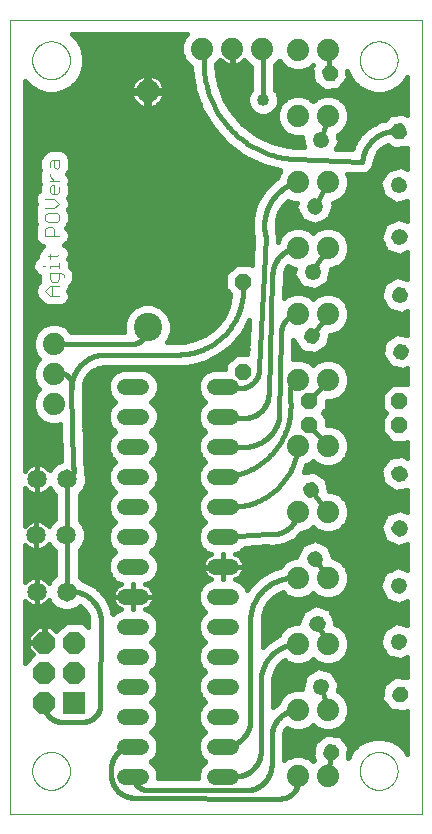
<source format=gtl>
G75*
%MOIN*%
%OFA0B0*%
%FSLAX25Y25*%
%IPPOS*%
%LPD*%
%AMOC8*
5,1,8,0,0,1.08239X$1,22.5*
%
%ADD10C,0.00000*%
%ADD11C,0.00400*%
%ADD12C,0.06500*%
%ADD13C,0.05200*%
%ADD14OC8,0.05200*%
%ADD15C,0.07400*%
%ADD16C,0.01040*%
%ADD17R,0.07400X0.07400*%
%ADD18OC8,0.07400*%
%ADD19C,0.07677*%
%ADD20C,0.09449*%
%ADD21C,0.01600*%
%ADD22C,0.04000*%
D10*
X0003767Y0003500D02*
X0003767Y0268200D01*
X0140867Y0268200D01*
X0140867Y0003500D01*
X0003767Y0003500D01*
X0011068Y0017900D02*
X0011070Y0018058D01*
X0011076Y0018216D01*
X0011086Y0018374D01*
X0011100Y0018532D01*
X0011118Y0018689D01*
X0011139Y0018846D01*
X0011165Y0019002D01*
X0011195Y0019158D01*
X0011228Y0019313D01*
X0011266Y0019466D01*
X0011307Y0019619D01*
X0011352Y0019771D01*
X0011401Y0019922D01*
X0011454Y0020071D01*
X0011510Y0020219D01*
X0011570Y0020365D01*
X0011634Y0020510D01*
X0011702Y0020653D01*
X0011773Y0020795D01*
X0011847Y0020935D01*
X0011925Y0021072D01*
X0012007Y0021208D01*
X0012091Y0021342D01*
X0012180Y0021473D01*
X0012271Y0021602D01*
X0012366Y0021729D01*
X0012463Y0021854D01*
X0012564Y0021976D01*
X0012668Y0022095D01*
X0012775Y0022212D01*
X0012885Y0022326D01*
X0012998Y0022437D01*
X0013113Y0022546D01*
X0013231Y0022651D01*
X0013352Y0022753D01*
X0013475Y0022853D01*
X0013601Y0022949D01*
X0013729Y0023042D01*
X0013859Y0023132D01*
X0013992Y0023218D01*
X0014127Y0023302D01*
X0014263Y0023381D01*
X0014402Y0023458D01*
X0014543Y0023530D01*
X0014685Y0023600D01*
X0014829Y0023665D01*
X0014975Y0023727D01*
X0015122Y0023785D01*
X0015271Y0023840D01*
X0015421Y0023891D01*
X0015572Y0023938D01*
X0015724Y0023981D01*
X0015877Y0024020D01*
X0016032Y0024056D01*
X0016187Y0024087D01*
X0016343Y0024115D01*
X0016499Y0024139D01*
X0016656Y0024159D01*
X0016814Y0024175D01*
X0016971Y0024187D01*
X0017130Y0024195D01*
X0017288Y0024199D01*
X0017446Y0024199D01*
X0017604Y0024195D01*
X0017763Y0024187D01*
X0017920Y0024175D01*
X0018078Y0024159D01*
X0018235Y0024139D01*
X0018391Y0024115D01*
X0018547Y0024087D01*
X0018702Y0024056D01*
X0018857Y0024020D01*
X0019010Y0023981D01*
X0019162Y0023938D01*
X0019313Y0023891D01*
X0019463Y0023840D01*
X0019612Y0023785D01*
X0019759Y0023727D01*
X0019905Y0023665D01*
X0020049Y0023600D01*
X0020191Y0023530D01*
X0020332Y0023458D01*
X0020471Y0023381D01*
X0020607Y0023302D01*
X0020742Y0023218D01*
X0020875Y0023132D01*
X0021005Y0023042D01*
X0021133Y0022949D01*
X0021259Y0022853D01*
X0021382Y0022753D01*
X0021503Y0022651D01*
X0021621Y0022546D01*
X0021736Y0022437D01*
X0021849Y0022326D01*
X0021959Y0022212D01*
X0022066Y0022095D01*
X0022170Y0021976D01*
X0022271Y0021854D01*
X0022368Y0021729D01*
X0022463Y0021602D01*
X0022554Y0021473D01*
X0022643Y0021342D01*
X0022727Y0021208D01*
X0022809Y0021072D01*
X0022887Y0020935D01*
X0022961Y0020795D01*
X0023032Y0020653D01*
X0023100Y0020510D01*
X0023164Y0020365D01*
X0023224Y0020219D01*
X0023280Y0020071D01*
X0023333Y0019922D01*
X0023382Y0019771D01*
X0023427Y0019619D01*
X0023468Y0019466D01*
X0023506Y0019313D01*
X0023539Y0019158D01*
X0023569Y0019002D01*
X0023595Y0018846D01*
X0023616Y0018689D01*
X0023634Y0018532D01*
X0023648Y0018374D01*
X0023658Y0018216D01*
X0023664Y0018058D01*
X0023666Y0017900D01*
X0023664Y0017742D01*
X0023658Y0017584D01*
X0023648Y0017426D01*
X0023634Y0017268D01*
X0023616Y0017111D01*
X0023595Y0016954D01*
X0023569Y0016798D01*
X0023539Y0016642D01*
X0023506Y0016487D01*
X0023468Y0016334D01*
X0023427Y0016181D01*
X0023382Y0016029D01*
X0023333Y0015878D01*
X0023280Y0015729D01*
X0023224Y0015581D01*
X0023164Y0015435D01*
X0023100Y0015290D01*
X0023032Y0015147D01*
X0022961Y0015005D01*
X0022887Y0014865D01*
X0022809Y0014728D01*
X0022727Y0014592D01*
X0022643Y0014458D01*
X0022554Y0014327D01*
X0022463Y0014198D01*
X0022368Y0014071D01*
X0022271Y0013946D01*
X0022170Y0013824D01*
X0022066Y0013705D01*
X0021959Y0013588D01*
X0021849Y0013474D01*
X0021736Y0013363D01*
X0021621Y0013254D01*
X0021503Y0013149D01*
X0021382Y0013047D01*
X0021259Y0012947D01*
X0021133Y0012851D01*
X0021005Y0012758D01*
X0020875Y0012668D01*
X0020742Y0012582D01*
X0020607Y0012498D01*
X0020471Y0012419D01*
X0020332Y0012342D01*
X0020191Y0012270D01*
X0020049Y0012200D01*
X0019905Y0012135D01*
X0019759Y0012073D01*
X0019612Y0012015D01*
X0019463Y0011960D01*
X0019313Y0011909D01*
X0019162Y0011862D01*
X0019010Y0011819D01*
X0018857Y0011780D01*
X0018702Y0011744D01*
X0018547Y0011713D01*
X0018391Y0011685D01*
X0018235Y0011661D01*
X0018078Y0011641D01*
X0017920Y0011625D01*
X0017763Y0011613D01*
X0017604Y0011605D01*
X0017446Y0011601D01*
X0017288Y0011601D01*
X0017130Y0011605D01*
X0016971Y0011613D01*
X0016814Y0011625D01*
X0016656Y0011641D01*
X0016499Y0011661D01*
X0016343Y0011685D01*
X0016187Y0011713D01*
X0016032Y0011744D01*
X0015877Y0011780D01*
X0015724Y0011819D01*
X0015572Y0011862D01*
X0015421Y0011909D01*
X0015271Y0011960D01*
X0015122Y0012015D01*
X0014975Y0012073D01*
X0014829Y0012135D01*
X0014685Y0012200D01*
X0014543Y0012270D01*
X0014402Y0012342D01*
X0014263Y0012419D01*
X0014127Y0012498D01*
X0013992Y0012582D01*
X0013859Y0012668D01*
X0013729Y0012758D01*
X0013601Y0012851D01*
X0013475Y0012947D01*
X0013352Y0013047D01*
X0013231Y0013149D01*
X0013113Y0013254D01*
X0012998Y0013363D01*
X0012885Y0013474D01*
X0012775Y0013588D01*
X0012668Y0013705D01*
X0012564Y0013824D01*
X0012463Y0013946D01*
X0012366Y0014071D01*
X0012271Y0014198D01*
X0012180Y0014327D01*
X0012091Y0014458D01*
X0012007Y0014592D01*
X0011925Y0014728D01*
X0011847Y0014865D01*
X0011773Y0015005D01*
X0011702Y0015147D01*
X0011634Y0015290D01*
X0011570Y0015435D01*
X0011510Y0015581D01*
X0011454Y0015729D01*
X0011401Y0015878D01*
X0011352Y0016029D01*
X0011307Y0016181D01*
X0011266Y0016334D01*
X0011228Y0016487D01*
X0011195Y0016642D01*
X0011165Y0016798D01*
X0011139Y0016954D01*
X0011118Y0017111D01*
X0011100Y0017268D01*
X0011086Y0017426D01*
X0011076Y0017584D01*
X0011070Y0017742D01*
X0011068Y0017900D01*
X0120268Y0017900D02*
X0120270Y0018058D01*
X0120276Y0018216D01*
X0120286Y0018374D01*
X0120300Y0018532D01*
X0120318Y0018689D01*
X0120339Y0018846D01*
X0120365Y0019002D01*
X0120395Y0019158D01*
X0120428Y0019313D01*
X0120466Y0019466D01*
X0120507Y0019619D01*
X0120552Y0019771D01*
X0120601Y0019922D01*
X0120654Y0020071D01*
X0120710Y0020219D01*
X0120770Y0020365D01*
X0120834Y0020510D01*
X0120902Y0020653D01*
X0120973Y0020795D01*
X0121047Y0020935D01*
X0121125Y0021072D01*
X0121207Y0021208D01*
X0121291Y0021342D01*
X0121380Y0021473D01*
X0121471Y0021602D01*
X0121566Y0021729D01*
X0121663Y0021854D01*
X0121764Y0021976D01*
X0121868Y0022095D01*
X0121975Y0022212D01*
X0122085Y0022326D01*
X0122198Y0022437D01*
X0122313Y0022546D01*
X0122431Y0022651D01*
X0122552Y0022753D01*
X0122675Y0022853D01*
X0122801Y0022949D01*
X0122929Y0023042D01*
X0123059Y0023132D01*
X0123192Y0023218D01*
X0123327Y0023302D01*
X0123463Y0023381D01*
X0123602Y0023458D01*
X0123743Y0023530D01*
X0123885Y0023600D01*
X0124029Y0023665D01*
X0124175Y0023727D01*
X0124322Y0023785D01*
X0124471Y0023840D01*
X0124621Y0023891D01*
X0124772Y0023938D01*
X0124924Y0023981D01*
X0125077Y0024020D01*
X0125232Y0024056D01*
X0125387Y0024087D01*
X0125543Y0024115D01*
X0125699Y0024139D01*
X0125856Y0024159D01*
X0126014Y0024175D01*
X0126171Y0024187D01*
X0126330Y0024195D01*
X0126488Y0024199D01*
X0126646Y0024199D01*
X0126804Y0024195D01*
X0126963Y0024187D01*
X0127120Y0024175D01*
X0127278Y0024159D01*
X0127435Y0024139D01*
X0127591Y0024115D01*
X0127747Y0024087D01*
X0127902Y0024056D01*
X0128057Y0024020D01*
X0128210Y0023981D01*
X0128362Y0023938D01*
X0128513Y0023891D01*
X0128663Y0023840D01*
X0128812Y0023785D01*
X0128959Y0023727D01*
X0129105Y0023665D01*
X0129249Y0023600D01*
X0129391Y0023530D01*
X0129532Y0023458D01*
X0129671Y0023381D01*
X0129807Y0023302D01*
X0129942Y0023218D01*
X0130075Y0023132D01*
X0130205Y0023042D01*
X0130333Y0022949D01*
X0130459Y0022853D01*
X0130582Y0022753D01*
X0130703Y0022651D01*
X0130821Y0022546D01*
X0130936Y0022437D01*
X0131049Y0022326D01*
X0131159Y0022212D01*
X0131266Y0022095D01*
X0131370Y0021976D01*
X0131471Y0021854D01*
X0131568Y0021729D01*
X0131663Y0021602D01*
X0131754Y0021473D01*
X0131843Y0021342D01*
X0131927Y0021208D01*
X0132009Y0021072D01*
X0132087Y0020935D01*
X0132161Y0020795D01*
X0132232Y0020653D01*
X0132300Y0020510D01*
X0132364Y0020365D01*
X0132424Y0020219D01*
X0132480Y0020071D01*
X0132533Y0019922D01*
X0132582Y0019771D01*
X0132627Y0019619D01*
X0132668Y0019466D01*
X0132706Y0019313D01*
X0132739Y0019158D01*
X0132769Y0019002D01*
X0132795Y0018846D01*
X0132816Y0018689D01*
X0132834Y0018532D01*
X0132848Y0018374D01*
X0132858Y0018216D01*
X0132864Y0018058D01*
X0132866Y0017900D01*
X0132864Y0017742D01*
X0132858Y0017584D01*
X0132848Y0017426D01*
X0132834Y0017268D01*
X0132816Y0017111D01*
X0132795Y0016954D01*
X0132769Y0016798D01*
X0132739Y0016642D01*
X0132706Y0016487D01*
X0132668Y0016334D01*
X0132627Y0016181D01*
X0132582Y0016029D01*
X0132533Y0015878D01*
X0132480Y0015729D01*
X0132424Y0015581D01*
X0132364Y0015435D01*
X0132300Y0015290D01*
X0132232Y0015147D01*
X0132161Y0015005D01*
X0132087Y0014865D01*
X0132009Y0014728D01*
X0131927Y0014592D01*
X0131843Y0014458D01*
X0131754Y0014327D01*
X0131663Y0014198D01*
X0131568Y0014071D01*
X0131471Y0013946D01*
X0131370Y0013824D01*
X0131266Y0013705D01*
X0131159Y0013588D01*
X0131049Y0013474D01*
X0130936Y0013363D01*
X0130821Y0013254D01*
X0130703Y0013149D01*
X0130582Y0013047D01*
X0130459Y0012947D01*
X0130333Y0012851D01*
X0130205Y0012758D01*
X0130075Y0012668D01*
X0129942Y0012582D01*
X0129807Y0012498D01*
X0129671Y0012419D01*
X0129532Y0012342D01*
X0129391Y0012270D01*
X0129249Y0012200D01*
X0129105Y0012135D01*
X0128959Y0012073D01*
X0128812Y0012015D01*
X0128663Y0011960D01*
X0128513Y0011909D01*
X0128362Y0011862D01*
X0128210Y0011819D01*
X0128057Y0011780D01*
X0127902Y0011744D01*
X0127747Y0011713D01*
X0127591Y0011685D01*
X0127435Y0011661D01*
X0127278Y0011641D01*
X0127120Y0011625D01*
X0126963Y0011613D01*
X0126804Y0011605D01*
X0126646Y0011601D01*
X0126488Y0011601D01*
X0126330Y0011605D01*
X0126171Y0011613D01*
X0126014Y0011625D01*
X0125856Y0011641D01*
X0125699Y0011661D01*
X0125543Y0011685D01*
X0125387Y0011713D01*
X0125232Y0011744D01*
X0125077Y0011780D01*
X0124924Y0011819D01*
X0124772Y0011862D01*
X0124621Y0011909D01*
X0124471Y0011960D01*
X0124322Y0012015D01*
X0124175Y0012073D01*
X0124029Y0012135D01*
X0123885Y0012200D01*
X0123743Y0012270D01*
X0123602Y0012342D01*
X0123463Y0012419D01*
X0123327Y0012498D01*
X0123192Y0012582D01*
X0123059Y0012668D01*
X0122929Y0012758D01*
X0122801Y0012851D01*
X0122675Y0012947D01*
X0122552Y0013047D01*
X0122431Y0013149D01*
X0122313Y0013254D01*
X0122198Y0013363D01*
X0122085Y0013474D01*
X0121975Y0013588D01*
X0121868Y0013705D01*
X0121764Y0013824D01*
X0121663Y0013946D01*
X0121566Y0014071D01*
X0121471Y0014198D01*
X0121380Y0014327D01*
X0121291Y0014458D01*
X0121207Y0014592D01*
X0121125Y0014728D01*
X0121047Y0014865D01*
X0120973Y0015005D01*
X0120902Y0015147D01*
X0120834Y0015290D01*
X0120770Y0015435D01*
X0120710Y0015581D01*
X0120654Y0015729D01*
X0120601Y0015878D01*
X0120552Y0016029D01*
X0120507Y0016181D01*
X0120466Y0016334D01*
X0120428Y0016487D01*
X0120395Y0016642D01*
X0120365Y0016798D01*
X0120339Y0016954D01*
X0120318Y0017111D01*
X0120300Y0017268D01*
X0120286Y0017426D01*
X0120276Y0017584D01*
X0120270Y0017742D01*
X0120268Y0017900D01*
X0120268Y0254800D02*
X0120270Y0254958D01*
X0120276Y0255116D01*
X0120286Y0255274D01*
X0120300Y0255432D01*
X0120318Y0255589D01*
X0120339Y0255746D01*
X0120365Y0255902D01*
X0120395Y0256058D01*
X0120428Y0256213D01*
X0120466Y0256366D01*
X0120507Y0256519D01*
X0120552Y0256671D01*
X0120601Y0256822D01*
X0120654Y0256971D01*
X0120710Y0257119D01*
X0120770Y0257265D01*
X0120834Y0257410D01*
X0120902Y0257553D01*
X0120973Y0257695D01*
X0121047Y0257835D01*
X0121125Y0257972D01*
X0121207Y0258108D01*
X0121291Y0258242D01*
X0121380Y0258373D01*
X0121471Y0258502D01*
X0121566Y0258629D01*
X0121663Y0258754D01*
X0121764Y0258876D01*
X0121868Y0258995D01*
X0121975Y0259112D01*
X0122085Y0259226D01*
X0122198Y0259337D01*
X0122313Y0259446D01*
X0122431Y0259551D01*
X0122552Y0259653D01*
X0122675Y0259753D01*
X0122801Y0259849D01*
X0122929Y0259942D01*
X0123059Y0260032D01*
X0123192Y0260118D01*
X0123327Y0260202D01*
X0123463Y0260281D01*
X0123602Y0260358D01*
X0123743Y0260430D01*
X0123885Y0260500D01*
X0124029Y0260565D01*
X0124175Y0260627D01*
X0124322Y0260685D01*
X0124471Y0260740D01*
X0124621Y0260791D01*
X0124772Y0260838D01*
X0124924Y0260881D01*
X0125077Y0260920D01*
X0125232Y0260956D01*
X0125387Y0260987D01*
X0125543Y0261015D01*
X0125699Y0261039D01*
X0125856Y0261059D01*
X0126014Y0261075D01*
X0126171Y0261087D01*
X0126330Y0261095D01*
X0126488Y0261099D01*
X0126646Y0261099D01*
X0126804Y0261095D01*
X0126963Y0261087D01*
X0127120Y0261075D01*
X0127278Y0261059D01*
X0127435Y0261039D01*
X0127591Y0261015D01*
X0127747Y0260987D01*
X0127902Y0260956D01*
X0128057Y0260920D01*
X0128210Y0260881D01*
X0128362Y0260838D01*
X0128513Y0260791D01*
X0128663Y0260740D01*
X0128812Y0260685D01*
X0128959Y0260627D01*
X0129105Y0260565D01*
X0129249Y0260500D01*
X0129391Y0260430D01*
X0129532Y0260358D01*
X0129671Y0260281D01*
X0129807Y0260202D01*
X0129942Y0260118D01*
X0130075Y0260032D01*
X0130205Y0259942D01*
X0130333Y0259849D01*
X0130459Y0259753D01*
X0130582Y0259653D01*
X0130703Y0259551D01*
X0130821Y0259446D01*
X0130936Y0259337D01*
X0131049Y0259226D01*
X0131159Y0259112D01*
X0131266Y0258995D01*
X0131370Y0258876D01*
X0131471Y0258754D01*
X0131568Y0258629D01*
X0131663Y0258502D01*
X0131754Y0258373D01*
X0131843Y0258242D01*
X0131927Y0258108D01*
X0132009Y0257972D01*
X0132087Y0257835D01*
X0132161Y0257695D01*
X0132232Y0257553D01*
X0132300Y0257410D01*
X0132364Y0257265D01*
X0132424Y0257119D01*
X0132480Y0256971D01*
X0132533Y0256822D01*
X0132582Y0256671D01*
X0132627Y0256519D01*
X0132668Y0256366D01*
X0132706Y0256213D01*
X0132739Y0256058D01*
X0132769Y0255902D01*
X0132795Y0255746D01*
X0132816Y0255589D01*
X0132834Y0255432D01*
X0132848Y0255274D01*
X0132858Y0255116D01*
X0132864Y0254958D01*
X0132866Y0254800D01*
X0132864Y0254642D01*
X0132858Y0254484D01*
X0132848Y0254326D01*
X0132834Y0254168D01*
X0132816Y0254011D01*
X0132795Y0253854D01*
X0132769Y0253698D01*
X0132739Y0253542D01*
X0132706Y0253387D01*
X0132668Y0253234D01*
X0132627Y0253081D01*
X0132582Y0252929D01*
X0132533Y0252778D01*
X0132480Y0252629D01*
X0132424Y0252481D01*
X0132364Y0252335D01*
X0132300Y0252190D01*
X0132232Y0252047D01*
X0132161Y0251905D01*
X0132087Y0251765D01*
X0132009Y0251628D01*
X0131927Y0251492D01*
X0131843Y0251358D01*
X0131754Y0251227D01*
X0131663Y0251098D01*
X0131568Y0250971D01*
X0131471Y0250846D01*
X0131370Y0250724D01*
X0131266Y0250605D01*
X0131159Y0250488D01*
X0131049Y0250374D01*
X0130936Y0250263D01*
X0130821Y0250154D01*
X0130703Y0250049D01*
X0130582Y0249947D01*
X0130459Y0249847D01*
X0130333Y0249751D01*
X0130205Y0249658D01*
X0130075Y0249568D01*
X0129942Y0249482D01*
X0129807Y0249398D01*
X0129671Y0249319D01*
X0129532Y0249242D01*
X0129391Y0249170D01*
X0129249Y0249100D01*
X0129105Y0249035D01*
X0128959Y0248973D01*
X0128812Y0248915D01*
X0128663Y0248860D01*
X0128513Y0248809D01*
X0128362Y0248762D01*
X0128210Y0248719D01*
X0128057Y0248680D01*
X0127902Y0248644D01*
X0127747Y0248613D01*
X0127591Y0248585D01*
X0127435Y0248561D01*
X0127278Y0248541D01*
X0127120Y0248525D01*
X0126963Y0248513D01*
X0126804Y0248505D01*
X0126646Y0248501D01*
X0126488Y0248501D01*
X0126330Y0248505D01*
X0126171Y0248513D01*
X0126014Y0248525D01*
X0125856Y0248541D01*
X0125699Y0248561D01*
X0125543Y0248585D01*
X0125387Y0248613D01*
X0125232Y0248644D01*
X0125077Y0248680D01*
X0124924Y0248719D01*
X0124772Y0248762D01*
X0124621Y0248809D01*
X0124471Y0248860D01*
X0124322Y0248915D01*
X0124175Y0248973D01*
X0124029Y0249035D01*
X0123885Y0249100D01*
X0123743Y0249170D01*
X0123602Y0249242D01*
X0123463Y0249319D01*
X0123327Y0249398D01*
X0123192Y0249482D01*
X0123059Y0249568D01*
X0122929Y0249658D01*
X0122801Y0249751D01*
X0122675Y0249847D01*
X0122552Y0249947D01*
X0122431Y0250049D01*
X0122313Y0250154D01*
X0122198Y0250263D01*
X0122085Y0250374D01*
X0121975Y0250488D01*
X0121868Y0250605D01*
X0121764Y0250724D01*
X0121663Y0250846D01*
X0121566Y0250971D01*
X0121471Y0251098D01*
X0121380Y0251227D01*
X0121291Y0251358D01*
X0121207Y0251492D01*
X0121125Y0251628D01*
X0121047Y0251765D01*
X0120973Y0251905D01*
X0120902Y0252047D01*
X0120834Y0252190D01*
X0120770Y0252335D01*
X0120710Y0252481D01*
X0120654Y0252629D01*
X0120601Y0252778D01*
X0120552Y0252929D01*
X0120507Y0253081D01*
X0120466Y0253234D01*
X0120428Y0253387D01*
X0120395Y0253542D01*
X0120365Y0253698D01*
X0120339Y0253854D01*
X0120318Y0254011D01*
X0120300Y0254168D01*
X0120286Y0254326D01*
X0120276Y0254484D01*
X0120270Y0254642D01*
X0120268Y0254800D01*
X0011068Y0254800D02*
X0011070Y0254958D01*
X0011076Y0255116D01*
X0011086Y0255274D01*
X0011100Y0255432D01*
X0011118Y0255589D01*
X0011139Y0255746D01*
X0011165Y0255902D01*
X0011195Y0256058D01*
X0011228Y0256213D01*
X0011266Y0256366D01*
X0011307Y0256519D01*
X0011352Y0256671D01*
X0011401Y0256822D01*
X0011454Y0256971D01*
X0011510Y0257119D01*
X0011570Y0257265D01*
X0011634Y0257410D01*
X0011702Y0257553D01*
X0011773Y0257695D01*
X0011847Y0257835D01*
X0011925Y0257972D01*
X0012007Y0258108D01*
X0012091Y0258242D01*
X0012180Y0258373D01*
X0012271Y0258502D01*
X0012366Y0258629D01*
X0012463Y0258754D01*
X0012564Y0258876D01*
X0012668Y0258995D01*
X0012775Y0259112D01*
X0012885Y0259226D01*
X0012998Y0259337D01*
X0013113Y0259446D01*
X0013231Y0259551D01*
X0013352Y0259653D01*
X0013475Y0259753D01*
X0013601Y0259849D01*
X0013729Y0259942D01*
X0013859Y0260032D01*
X0013992Y0260118D01*
X0014127Y0260202D01*
X0014263Y0260281D01*
X0014402Y0260358D01*
X0014543Y0260430D01*
X0014685Y0260500D01*
X0014829Y0260565D01*
X0014975Y0260627D01*
X0015122Y0260685D01*
X0015271Y0260740D01*
X0015421Y0260791D01*
X0015572Y0260838D01*
X0015724Y0260881D01*
X0015877Y0260920D01*
X0016032Y0260956D01*
X0016187Y0260987D01*
X0016343Y0261015D01*
X0016499Y0261039D01*
X0016656Y0261059D01*
X0016814Y0261075D01*
X0016971Y0261087D01*
X0017130Y0261095D01*
X0017288Y0261099D01*
X0017446Y0261099D01*
X0017604Y0261095D01*
X0017763Y0261087D01*
X0017920Y0261075D01*
X0018078Y0261059D01*
X0018235Y0261039D01*
X0018391Y0261015D01*
X0018547Y0260987D01*
X0018702Y0260956D01*
X0018857Y0260920D01*
X0019010Y0260881D01*
X0019162Y0260838D01*
X0019313Y0260791D01*
X0019463Y0260740D01*
X0019612Y0260685D01*
X0019759Y0260627D01*
X0019905Y0260565D01*
X0020049Y0260500D01*
X0020191Y0260430D01*
X0020332Y0260358D01*
X0020471Y0260281D01*
X0020607Y0260202D01*
X0020742Y0260118D01*
X0020875Y0260032D01*
X0021005Y0259942D01*
X0021133Y0259849D01*
X0021259Y0259753D01*
X0021382Y0259653D01*
X0021503Y0259551D01*
X0021621Y0259446D01*
X0021736Y0259337D01*
X0021849Y0259226D01*
X0021959Y0259112D01*
X0022066Y0258995D01*
X0022170Y0258876D01*
X0022271Y0258754D01*
X0022368Y0258629D01*
X0022463Y0258502D01*
X0022554Y0258373D01*
X0022643Y0258242D01*
X0022727Y0258108D01*
X0022809Y0257972D01*
X0022887Y0257835D01*
X0022961Y0257695D01*
X0023032Y0257553D01*
X0023100Y0257410D01*
X0023164Y0257265D01*
X0023224Y0257119D01*
X0023280Y0256971D01*
X0023333Y0256822D01*
X0023382Y0256671D01*
X0023427Y0256519D01*
X0023468Y0256366D01*
X0023506Y0256213D01*
X0023539Y0256058D01*
X0023569Y0255902D01*
X0023595Y0255746D01*
X0023616Y0255589D01*
X0023634Y0255432D01*
X0023648Y0255274D01*
X0023658Y0255116D01*
X0023664Y0254958D01*
X0023666Y0254800D01*
X0023664Y0254642D01*
X0023658Y0254484D01*
X0023648Y0254326D01*
X0023634Y0254168D01*
X0023616Y0254011D01*
X0023595Y0253854D01*
X0023569Y0253698D01*
X0023539Y0253542D01*
X0023506Y0253387D01*
X0023468Y0253234D01*
X0023427Y0253081D01*
X0023382Y0252929D01*
X0023333Y0252778D01*
X0023280Y0252629D01*
X0023224Y0252481D01*
X0023164Y0252335D01*
X0023100Y0252190D01*
X0023032Y0252047D01*
X0022961Y0251905D01*
X0022887Y0251765D01*
X0022809Y0251628D01*
X0022727Y0251492D01*
X0022643Y0251358D01*
X0022554Y0251227D01*
X0022463Y0251098D01*
X0022368Y0250971D01*
X0022271Y0250846D01*
X0022170Y0250724D01*
X0022066Y0250605D01*
X0021959Y0250488D01*
X0021849Y0250374D01*
X0021736Y0250263D01*
X0021621Y0250154D01*
X0021503Y0250049D01*
X0021382Y0249947D01*
X0021259Y0249847D01*
X0021133Y0249751D01*
X0021005Y0249658D01*
X0020875Y0249568D01*
X0020742Y0249482D01*
X0020607Y0249398D01*
X0020471Y0249319D01*
X0020332Y0249242D01*
X0020191Y0249170D01*
X0020049Y0249100D01*
X0019905Y0249035D01*
X0019759Y0248973D01*
X0019612Y0248915D01*
X0019463Y0248860D01*
X0019313Y0248809D01*
X0019162Y0248762D01*
X0019010Y0248719D01*
X0018857Y0248680D01*
X0018702Y0248644D01*
X0018547Y0248613D01*
X0018391Y0248585D01*
X0018235Y0248561D01*
X0018078Y0248541D01*
X0017920Y0248525D01*
X0017763Y0248513D01*
X0017604Y0248505D01*
X0017446Y0248501D01*
X0017288Y0248501D01*
X0017130Y0248505D01*
X0016971Y0248513D01*
X0016814Y0248525D01*
X0016656Y0248541D01*
X0016499Y0248561D01*
X0016343Y0248585D01*
X0016187Y0248613D01*
X0016032Y0248644D01*
X0015877Y0248680D01*
X0015724Y0248719D01*
X0015572Y0248762D01*
X0015421Y0248809D01*
X0015271Y0248860D01*
X0015122Y0248915D01*
X0014975Y0248973D01*
X0014829Y0249035D01*
X0014685Y0249100D01*
X0014543Y0249170D01*
X0014402Y0249242D01*
X0014263Y0249319D01*
X0014127Y0249398D01*
X0013992Y0249482D01*
X0013859Y0249568D01*
X0013729Y0249658D01*
X0013601Y0249751D01*
X0013475Y0249847D01*
X0013352Y0249947D01*
X0013231Y0250049D01*
X0013113Y0250154D01*
X0012998Y0250263D01*
X0012885Y0250374D01*
X0012775Y0250488D01*
X0012668Y0250605D01*
X0012564Y0250724D01*
X0012463Y0250846D01*
X0012366Y0250971D01*
X0012271Y0251098D01*
X0012180Y0251227D01*
X0012091Y0251358D01*
X0012007Y0251492D01*
X0011925Y0251628D01*
X0011847Y0251765D01*
X0011773Y0251905D01*
X0011702Y0252047D01*
X0011634Y0252190D01*
X0011570Y0252335D01*
X0011510Y0252481D01*
X0011454Y0252629D01*
X0011401Y0252778D01*
X0011352Y0252929D01*
X0011307Y0253081D01*
X0011266Y0253234D01*
X0011228Y0253387D01*
X0011195Y0253542D01*
X0011165Y0253698D01*
X0011139Y0253854D01*
X0011118Y0254011D01*
X0011100Y0254168D01*
X0011086Y0254326D01*
X0011076Y0254484D01*
X0011070Y0254642D01*
X0011068Y0254800D01*
D11*
X0017715Y0221615D02*
X0020017Y0221615D01*
X0020017Y0219313D01*
X0019249Y0218546D01*
X0018482Y0219313D01*
X0018482Y0221615D01*
X0017715Y0221615D02*
X0016947Y0220848D01*
X0016947Y0219313D01*
X0016947Y0217011D02*
X0016947Y0216244D01*
X0018482Y0214709D01*
X0018482Y0213175D02*
X0017715Y0213175D01*
X0016947Y0212407D01*
X0016947Y0210873D01*
X0017715Y0210105D01*
X0019249Y0210105D01*
X0020017Y0210873D01*
X0020017Y0212407D01*
X0018482Y0213175D02*
X0018482Y0210105D01*
X0018482Y0208571D02*
X0015413Y0208571D01*
X0018482Y0208571D02*
X0020017Y0207036D01*
X0018482Y0205502D01*
X0015413Y0205502D01*
X0016180Y0203967D02*
X0015413Y0203200D01*
X0015413Y0201665D01*
X0016180Y0200898D01*
X0019249Y0200898D01*
X0020017Y0201665D01*
X0020017Y0203200D01*
X0019249Y0203967D01*
X0016180Y0203967D01*
X0016180Y0199363D02*
X0017715Y0199363D01*
X0018482Y0198596D01*
X0018482Y0196294D01*
X0020017Y0196294D02*
X0015413Y0196294D01*
X0015413Y0198596D01*
X0016180Y0199363D01*
X0016947Y0190155D02*
X0016947Y0188620D01*
X0016180Y0189388D02*
X0019249Y0189388D01*
X0020017Y0190155D01*
X0020017Y0187086D02*
X0020017Y0185551D01*
X0020017Y0186318D02*
X0016947Y0186318D01*
X0016947Y0185551D01*
X0016947Y0184017D02*
X0016947Y0181715D01*
X0017715Y0180947D01*
X0019249Y0180947D01*
X0020017Y0181715D01*
X0020017Y0184017D01*
X0020784Y0184017D02*
X0016947Y0184017D01*
X0015413Y0186318D02*
X0014645Y0186318D01*
X0020784Y0184017D02*
X0021551Y0183249D01*
X0021551Y0182482D01*
X0020017Y0179413D02*
X0016947Y0179413D01*
X0015413Y0177878D01*
X0016947Y0176343D01*
X0020017Y0176343D01*
X0017715Y0176343D02*
X0017715Y0179413D01*
X0016947Y0214709D02*
X0020017Y0214709D01*
D12*
X0022742Y0115130D03*
X0012742Y0115130D03*
X0012492Y0096515D03*
X0022492Y0096515D03*
X0022517Y0077700D03*
X0012517Y0077700D03*
D13*
X0042167Y0076030D02*
X0047367Y0076030D01*
X0047367Y0066030D02*
X0042167Y0066030D01*
X0042167Y0056030D02*
X0047367Y0056030D01*
X0047367Y0046030D02*
X0042167Y0046030D01*
X0042167Y0036030D02*
X0047367Y0036030D01*
X0047367Y0026030D02*
X0042167Y0026030D01*
X0042167Y0016030D02*
X0047367Y0016030D01*
X0072167Y0016030D02*
X0077367Y0016030D01*
X0077367Y0026030D02*
X0072167Y0026030D01*
X0072167Y0036030D02*
X0077367Y0036030D01*
X0077367Y0046030D02*
X0072167Y0046030D01*
X0072167Y0056030D02*
X0077367Y0056030D01*
X0077367Y0066030D02*
X0072167Y0066030D01*
X0072167Y0076030D02*
X0077367Y0076030D01*
X0077367Y0086030D02*
X0072167Y0086030D01*
X0072167Y0096030D02*
X0077367Y0096030D01*
X0077367Y0106030D02*
X0072167Y0106030D01*
X0072167Y0116030D02*
X0077367Y0116030D01*
X0077367Y0126030D02*
X0072167Y0126030D01*
X0072167Y0136030D02*
X0077367Y0136030D01*
X0077367Y0146030D02*
X0072167Y0146030D01*
X0047367Y0146030D02*
X0042167Y0146030D01*
X0042167Y0136030D02*
X0047367Y0136030D01*
X0047367Y0126030D02*
X0042167Y0126030D01*
X0042167Y0116030D02*
X0047367Y0116030D01*
X0047367Y0106030D02*
X0042167Y0106030D01*
X0042167Y0096030D02*
X0047367Y0096030D01*
X0047367Y0086030D02*
X0042167Y0086030D01*
D14*
X0103467Y0133200D03*
X0103467Y0141100D03*
X0081337Y0151000D03*
X0081337Y0181000D03*
X0133467Y0141100D03*
X0133467Y0133200D03*
D15*
X0109667Y0126200D03*
X0099667Y0126200D03*
X0099667Y0104200D03*
X0109667Y0104200D03*
X0109667Y0082200D03*
X0099667Y0082200D03*
X0099667Y0060200D03*
X0109667Y0060200D03*
X0109667Y0038200D03*
X0099667Y0038200D03*
X0099667Y0016200D03*
X0109667Y0016200D03*
X0018267Y0140180D03*
X0018267Y0150180D03*
X0018267Y0160180D03*
X0099667Y0170200D03*
X0109667Y0170200D03*
X0109667Y0148200D03*
X0099667Y0148200D03*
X0099667Y0192200D03*
X0109667Y0192200D03*
X0109667Y0214200D03*
X0099667Y0214200D03*
X0099667Y0236200D03*
X0109667Y0236200D03*
X0109667Y0258200D03*
X0099667Y0258200D03*
X0087767Y0258700D03*
X0077767Y0258700D03*
X0067767Y0258700D03*
D16*
X0108026Y0227035D02*
X0108546Y0226515D01*
X0106882Y0226069D01*
X0105391Y0226930D01*
X0104945Y0228594D01*
X0105806Y0230085D01*
X0107470Y0230531D01*
X0108961Y0229670D01*
X0109407Y0228006D01*
X0108546Y0226515D01*
X0108032Y0227185D01*
X0106992Y0226906D01*
X0106061Y0227444D01*
X0105782Y0228484D01*
X0106320Y0229415D01*
X0107360Y0229694D01*
X0108291Y0229156D01*
X0108570Y0228116D01*
X0108032Y0227185D01*
X0107518Y0227854D01*
X0107103Y0227743D01*
X0106730Y0227958D01*
X0106619Y0228373D01*
X0106834Y0228746D01*
X0107249Y0228857D01*
X0107622Y0228642D01*
X0107733Y0228227D01*
X0107518Y0227854D01*
X0106311Y0205230D02*
X0106831Y0204710D01*
X0105268Y0203981D01*
X0103651Y0204570D01*
X0102922Y0206133D01*
X0103511Y0207750D01*
X0105074Y0208479D01*
X0106691Y0207890D01*
X0107420Y0206327D01*
X0106831Y0204710D01*
X0106208Y0205280D01*
X0105231Y0204825D01*
X0104221Y0205193D01*
X0103766Y0206170D01*
X0104134Y0207180D01*
X0105111Y0207635D01*
X0106121Y0207267D01*
X0106576Y0206290D01*
X0106208Y0205280D01*
X0105586Y0205851D01*
X0105195Y0205668D01*
X0104792Y0205815D01*
X0104609Y0206206D01*
X0104756Y0206609D01*
X0105147Y0206792D01*
X0105550Y0206645D01*
X0105733Y0206254D01*
X0105586Y0205851D01*
X0105744Y0183532D02*
X0106264Y0183012D01*
X0104771Y0182151D01*
X0103108Y0182596D01*
X0102247Y0184089D01*
X0102692Y0185752D01*
X0104185Y0186613D01*
X0105848Y0186168D01*
X0106709Y0184675D01*
X0106264Y0183012D01*
X0105594Y0183526D01*
X0104661Y0182988D01*
X0103622Y0183266D01*
X0103084Y0184199D01*
X0103362Y0185238D01*
X0104295Y0185776D01*
X0105334Y0185498D01*
X0105872Y0184565D01*
X0105594Y0183526D01*
X0104924Y0184040D01*
X0104551Y0183825D01*
X0104136Y0183936D01*
X0103921Y0184309D01*
X0104032Y0184724D01*
X0104405Y0184939D01*
X0104820Y0184828D01*
X0105035Y0184455D01*
X0104924Y0184040D01*
X0105573Y0162316D02*
X0106093Y0161796D01*
X0104681Y0160808D01*
X0102986Y0161107D01*
X0101998Y0162519D01*
X0102297Y0164214D01*
X0103709Y0165202D01*
X0105404Y0164903D01*
X0106392Y0163491D01*
X0106093Y0161796D01*
X0105381Y0162250D01*
X0104499Y0161632D01*
X0103440Y0161819D01*
X0102822Y0162701D01*
X0103009Y0163760D01*
X0103891Y0164378D01*
X0104950Y0164191D01*
X0105568Y0163309D01*
X0105381Y0162250D01*
X0104669Y0162703D01*
X0104316Y0162456D01*
X0103893Y0162531D01*
X0103646Y0162884D01*
X0103721Y0163307D01*
X0104074Y0163554D01*
X0104497Y0163479D01*
X0104744Y0163126D01*
X0104669Y0162703D01*
X0135117Y0157106D02*
X0135637Y0156586D01*
X0134225Y0155598D01*
X0132530Y0155897D01*
X0131542Y0157309D01*
X0131841Y0159004D01*
X0133253Y0159992D01*
X0134948Y0159693D01*
X0135936Y0158281D01*
X0135637Y0156586D01*
X0134925Y0157040D01*
X0134043Y0156422D01*
X0132984Y0156609D01*
X0132366Y0157491D01*
X0132553Y0158550D01*
X0133435Y0159168D01*
X0134494Y0158981D01*
X0135112Y0158099D01*
X0134925Y0157040D01*
X0134213Y0157493D01*
X0133860Y0157246D01*
X0133437Y0157321D01*
X0133190Y0157674D01*
X0133265Y0158097D01*
X0133618Y0158344D01*
X0134041Y0158269D01*
X0134288Y0157916D01*
X0134213Y0157493D01*
X0134722Y0175768D02*
X0135242Y0175248D01*
X0133749Y0174387D01*
X0132086Y0174832D01*
X0131225Y0176325D01*
X0131670Y0177988D01*
X0133163Y0178849D01*
X0134826Y0178404D01*
X0135687Y0176911D01*
X0135242Y0175248D01*
X0134572Y0175762D01*
X0133639Y0175224D01*
X0132600Y0175502D01*
X0132062Y0176435D01*
X0132340Y0177474D01*
X0133273Y0178012D01*
X0134312Y0177734D01*
X0134850Y0176801D01*
X0134572Y0175762D01*
X0133902Y0176276D01*
X0133529Y0176061D01*
X0133114Y0176172D01*
X0132899Y0176545D01*
X0133010Y0176960D01*
X0133383Y0177175D01*
X0133798Y0177064D01*
X0134013Y0176691D01*
X0133902Y0176276D01*
X0134502Y0194970D02*
X0135022Y0194450D01*
X0133459Y0193721D01*
X0131842Y0194310D01*
X0131113Y0195873D01*
X0131702Y0197490D01*
X0133265Y0198219D01*
X0134882Y0197630D01*
X0135611Y0196067D01*
X0135022Y0194450D01*
X0134399Y0195020D01*
X0133422Y0194565D01*
X0132412Y0194933D01*
X0131957Y0195910D01*
X0132325Y0196920D01*
X0133302Y0197375D01*
X0134312Y0197007D01*
X0134767Y0196030D01*
X0134399Y0195020D01*
X0133777Y0195591D01*
X0133386Y0195408D01*
X0132983Y0195555D01*
X0132800Y0195946D01*
X0132947Y0196349D01*
X0133338Y0196532D01*
X0133741Y0196385D01*
X0133924Y0195994D01*
X0133777Y0195591D01*
X0134007Y0212035D02*
X0134527Y0211515D01*
X0132863Y0211069D01*
X0131372Y0211930D01*
X0130926Y0213594D01*
X0131787Y0215085D01*
X0133451Y0215531D01*
X0134942Y0214670D01*
X0135388Y0213006D01*
X0134527Y0211515D01*
X0134013Y0212185D01*
X0132973Y0211906D01*
X0132042Y0212444D01*
X0131763Y0213484D01*
X0132301Y0214415D01*
X0133341Y0214694D01*
X0134272Y0214156D01*
X0134551Y0213116D01*
X0134013Y0212185D01*
X0133499Y0212854D01*
X0133084Y0212743D01*
X0132711Y0212958D01*
X0132600Y0213373D01*
X0132815Y0213746D01*
X0133230Y0213857D01*
X0133603Y0213642D01*
X0133714Y0213227D01*
X0133499Y0212854D01*
X0133676Y0229782D02*
X0134196Y0229262D01*
X0132480Y0229112D01*
X0131161Y0230219D01*
X0131011Y0231935D01*
X0132118Y0233254D01*
X0133834Y0233404D01*
X0135153Y0232297D01*
X0135303Y0230581D01*
X0134196Y0229262D01*
X0133807Y0230011D01*
X0132734Y0229917D01*
X0131910Y0230608D01*
X0131816Y0231681D01*
X0132507Y0232505D01*
X0133580Y0232599D01*
X0134404Y0231908D01*
X0134498Y0230835D01*
X0133807Y0230011D01*
X0133417Y0230760D01*
X0132988Y0230722D01*
X0132659Y0230998D01*
X0132621Y0231427D01*
X0132897Y0231756D01*
X0133326Y0231794D01*
X0133655Y0231518D01*
X0133693Y0231089D01*
X0133417Y0230760D01*
X0110695Y0249066D02*
X0111215Y0248546D01*
X0109499Y0248396D01*
X0108180Y0249503D01*
X0108030Y0251219D01*
X0109137Y0252538D01*
X0110853Y0252688D01*
X0112172Y0251581D01*
X0112322Y0249865D01*
X0111215Y0248546D01*
X0110826Y0249295D01*
X0109753Y0249201D01*
X0108929Y0249892D01*
X0108835Y0250965D01*
X0109526Y0251789D01*
X0110599Y0251883D01*
X0111423Y0251192D01*
X0111517Y0250119D01*
X0110826Y0249295D01*
X0110436Y0250044D01*
X0110007Y0250006D01*
X0109678Y0250282D01*
X0109640Y0250711D01*
X0109916Y0251040D01*
X0110345Y0251078D01*
X0110674Y0250802D01*
X0110712Y0250373D01*
X0110436Y0250044D01*
X0135016Y0117039D02*
X0135536Y0116519D01*
X0134548Y0115107D01*
X0132853Y0114808D01*
X0131441Y0115796D01*
X0131142Y0117491D01*
X0132130Y0118903D01*
X0133825Y0119202D01*
X0135237Y0118214D01*
X0135536Y0116519D01*
X0134712Y0116701D01*
X0134094Y0115819D01*
X0133035Y0115632D01*
X0132153Y0116250D01*
X0131966Y0117309D01*
X0132584Y0118191D01*
X0133643Y0118378D01*
X0134525Y0117760D01*
X0134712Y0116701D01*
X0133888Y0116884D01*
X0133641Y0116531D01*
X0133218Y0116456D01*
X0132865Y0116703D01*
X0132790Y0117126D01*
X0133037Y0117479D01*
X0133460Y0117554D01*
X0133813Y0117307D01*
X0133888Y0116884D01*
X0135091Y0099353D02*
X0135611Y0098833D01*
X0134882Y0097270D01*
X0133265Y0096681D01*
X0131702Y0097410D01*
X0131113Y0099027D01*
X0131842Y0100590D01*
X0133459Y0101179D01*
X0135022Y0100450D01*
X0135611Y0098833D01*
X0134767Y0098870D01*
X0134312Y0097893D01*
X0133302Y0097525D01*
X0132325Y0097980D01*
X0131957Y0098990D01*
X0132412Y0099967D01*
X0133422Y0100335D01*
X0134399Y0099880D01*
X0134767Y0098870D01*
X0133924Y0098906D01*
X0133741Y0098515D01*
X0133338Y0098368D01*
X0132947Y0098551D01*
X0132800Y0098954D01*
X0132983Y0099345D01*
X0133386Y0099492D01*
X0133777Y0099309D01*
X0133924Y0098906D01*
X0134889Y0079317D02*
X0135409Y0079837D01*
X0134820Y0078218D01*
X0133259Y0077491D01*
X0131640Y0078080D01*
X0130913Y0079641D01*
X0131502Y0081260D01*
X0133063Y0081987D01*
X0134682Y0081398D01*
X0135409Y0079837D01*
X0134566Y0079800D01*
X0134197Y0078789D01*
X0133222Y0078334D01*
X0132211Y0078703D01*
X0131756Y0079678D01*
X0132125Y0080689D01*
X0133100Y0081144D01*
X0134111Y0080775D01*
X0134566Y0079800D01*
X0133723Y0079763D01*
X0133575Y0079359D01*
X0133185Y0079177D01*
X0132781Y0079325D01*
X0132599Y0079715D01*
X0132747Y0080119D01*
X0133137Y0080301D01*
X0133541Y0080153D01*
X0133723Y0079763D01*
X0134868Y0060874D02*
X0135388Y0061394D01*
X0134942Y0059730D01*
X0133451Y0058869D01*
X0131787Y0059315D01*
X0130926Y0060806D01*
X0131372Y0062470D01*
X0132863Y0063331D01*
X0134527Y0062885D01*
X0135388Y0061394D01*
X0134551Y0061284D01*
X0134272Y0060244D01*
X0133341Y0059706D01*
X0132301Y0059985D01*
X0131763Y0060916D01*
X0132042Y0061956D01*
X0132973Y0062494D01*
X0134013Y0062215D01*
X0134551Y0061284D01*
X0133714Y0061173D01*
X0133603Y0060758D01*
X0133230Y0060543D01*
X0132815Y0060654D01*
X0132600Y0061027D01*
X0132711Y0061442D01*
X0133084Y0061657D01*
X0133499Y0061546D01*
X0133714Y0061173D01*
X0135183Y0043699D02*
X0135703Y0044219D01*
X0135553Y0042503D01*
X0134234Y0041396D01*
X0132518Y0041546D01*
X0131411Y0042865D01*
X0131561Y0044581D01*
X0132880Y0045688D01*
X0134596Y0045538D01*
X0135703Y0044219D01*
X0134898Y0043965D01*
X0134804Y0042892D01*
X0133980Y0042201D01*
X0132907Y0042295D01*
X0132216Y0043119D01*
X0132310Y0044192D01*
X0133134Y0044883D01*
X0134207Y0044789D01*
X0134898Y0043965D01*
X0134093Y0043711D01*
X0134055Y0043282D01*
X0133726Y0043006D01*
X0133297Y0043044D01*
X0133021Y0043373D01*
X0133059Y0043802D01*
X0133388Y0044078D01*
X0133817Y0044040D01*
X0134093Y0043711D01*
X0108887Y0045874D02*
X0109407Y0046394D01*
X0108961Y0044730D01*
X0107470Y0043869D01*
X0105806Y0044315D01*
X0104945Y0045806D01*
X0105391Y0047470D01*
X0106882Y0048331D01*
X0108546Y0047885D01*
X0109407Y0046394D01*
X0108570Y0046284D01*
X0108291Y0045244D01*
X0107360Y0044706D01*
X0106320Y0044985D01*
X0105782Y0045916D01*
X0106061Y0046956D01*
X0106992Y0047494D01*
X0108032Y0047215D01*
X0108570Y0046284D01*
X0107733Y0046173D01*
X0107622Y0045758D01*
X0107249Y0045543D01*
X0106834Y0045654D01*
X0106619Y0046027D01*
X0106730Y0046442D01*
X0107103Y0046657D01*
X0107518Y0046546D01*
X0107733Y0046173D01*
X0107700Y0066639D02*
X0108220Y0067159D01*
X0107631Y0065540D01*
X0106070Y0064813D01*
X0104451Y0065402D01*
X0103724Y0066963D01*
X0104313Y0068582D01*
X0105874Y0069309D01*
X0107493Y0068720D01*
X0108220Y0067159D01*
X0107377Y0067122D01*
X0107008Y0066111D01*
X0106033Y0065656D01*
X0105022Y0066025D01*
X0104567Y0067000D01*
X0104936Y0068011D01*
X0105911Y0068466D01*
X0106922Y0068097D01*
X0107377Y0067122D01*
X0106534Y0067085D01*
X0106386Y0066681D01*
X0105996Y0066499D01*
X0105592Y0066647D01*
X0105410Y0067037D01*
X0105558Y0067441D01*
X0105948Y0067623D01*
X0106352Y0067475D01*
X0106534Y0067085D01*
X0106900Y0089093D02*
X0107420Y0088573D01*
X0106691Y0087010D01*
X0105074Y0086421D01*
X0103511Y0087150D01*
X0102922Y0088767D01*
X0103651Y0090330D01*
X0105268Y0090919D01*
X0106831Y0090190D01*
X0107420Y0088573D01*
X0106576Y0088610D01*
X0106121Y0087633D01*
X0105111Y0087265D01*
X0104134Y0087720D01*
X0103766Y0088730D01*
X0104221Y0089707D01*
X0105231Y0090075D01*
X0106208Y0089620D01*
X0106576Y0088610D01*
X0105733Y0088646D01*
X0105550Y0088255D01*
X0105147Y0088108D01*
X0104756Y0088291D01*
X0104609Y0088694D01*
X0104792Y0089085D01*
X0105195Y0089232D01*
X0105586Y0089049D01*
X0105733Y0088646D01*
X0105472Y0111829D02*
X0105992Y0111309D01*
X0105004Y0109897D01*
X0103309Y0109598D01*
X0101897Y0110586D01*
X0101598Y0112281D01*
X0102586Y0113693D01*
X0104281Y0113992D01*
X0105693Y0113004D01*
X0105992Y0111309D01*
X0105168Y0111491D01*
X0104550Y0110609D01*
X0103491Y0110422D01*
X0102609Y0111040D01*
X0102422Y0112099D01*
X0103040Y0112981D01*
X0104099Y0113168D01*
X0104981Y0112550D01*
X0105168Y0111491D01*
X0104344Y0111674D01*
X0104097Y0111321D01*
X0103674Y0111246D01*
X0103321Y0111493D01*
X0103246Y0111916D01*
X0103493Y0112269D01*
X0103916Y0112344D01*
X0104269Y0112097D01*
X0104344Y0111674D01*
X0112202Y0024415D02*
X0112722Y0024935D01*
X0112572Y0023219D01*
X0111253Y0022112D01*
X0109537Y0022262D01*
X0108430Y0023581D01*
X0108580Y0025297D01*
X0109899Y0026404D01*
X0111615Y0026254D01*
X0112722Y0024935D01*
X0111917Y0024681D01*
X0111823Y0023608D01*
X0110999Y0022917D01*
X0109926Y0023011D01*
X0109235Y0023835D01*
X0109329Y0024908D01*
X0110153Y0025599D01*
X0111226Y0025505D01*
X0111917Y0024681D01*
X0111112Y0024427D01*
X0111074Y0023998D01*
X0110745Y0023722D01*
X0110316Y0023760D01*
X0110040Y0024089D01*
X0110078Y0024518D01*
X0110407Y0024794D01*
X0110836Y0024756D01*
X0111112Y0024427D01*
D17*
X0025167Y0040700D03*
D18*
X0025167Y0050700D03*
X0015167Y0050700D03*
X0015167Y0040700D03*
X0015167Y0060700D03*
X0025167Y0060700D03*
D19*
X0049567Y0244487D03*
D20*
X0049567Y0165746D03*
D21*
X0049566Y0165746D02*
X0049564Y0165598D01*
X0049558Y0165450D01*
X0049548Y0165302D01*
X0049534Y0165154D01*
X0049517Y0165007D01*
X0049495Y0164861D01*
X0049470Y0164715D01*
X0049440Y0164569D01*
X0049407Y0164425D01*
X0049370Y0164282D01*
X0049329Y0164139D01*
X0049284Y0163998D01*
X0049236Y0163858D01*
X0049184Y0163719D01*
X0049128Y0163582D01*
X0049069Y0163446D01*
X0049006Y0163312D01*
X0048939Y0163180D01*
X0048869Y0163049D01*
X0048795Y0162920D01*
X0048718Y0162794D01*
X0048638Y0162669D01*
X0048555Y0162547D01*
X0048468Y0162427D01*
X0048378Y0162309D01*
X0048285Y0162194D01*
X0048189Y0162081D01*
X0048090Y0161971D01*
X0047988Y0161863D01*
X0047883Y0161758D01*
X0047775Y0161656D01*
X0047665Y0161557D01*
X0047552Y0161461D01*
X0047437Y0161368D01*
X0047319Y0161278D01*
X0047199Y0161191D01*
X0047077Y0161108D01*
X0046952Y0161028D01*
X0046826Y0160951D01*
X0046697Y0160877D01*
X0046566Y0160807D01*
X0046434Y0160740D01*
X0046300Y0160677D01*
X0046164Y0160618D01*
X0046027Y0160562D01*
X0045888Y0160510D01*
X0045748Y0160462D01*
X0045607Y0160417D01*
X0045464Y0160376D01*
X0045321Y0160339D01*
X0045177Y0160306D01*
X0045031Y0160276D01*
X0044885Y0160251D01*
X0044739Y0160229D01*
X0044592Y0160212D01*
X0044444Y0160198D01*
X0044296Y0160188D01*
X0044148Y0160182D01*
X0044000Y0160180D01*
X0018267Y0160180D01*
X0023396Y0164950D02*
X0041542Y0164950D01*
X0041542Y0164280D02*
X0024066Y0164280D01*
X0022232Y0166114D01*
X0019659Y0167180D01*
X0016874Y0167180D01*
X0014301Y0166114D01*
X0012332Y0164145D01*
X0011267Y0161572D01*
X0011267Y0158788D01*
X0012332Y0156215D01*
X0013367Y0155180D01*
X0012332Y0154145D01*
X0011267Y0151572D01*
X0011267Y0148788D01*
X0012332Y0146215D01*
X0013367Y0145180D01*
X0012332Y0144145D01*
X0011267Y0141572D01*
X0011267Y0138788D01*
X0012332Y0136215D01*
X0014301Y0134246D01*
X0016874Y0133180D01*
X0019659Y0133180D01*
X0020242Y0133422D01*
X0020525Y0121301D01*
X0019031Y0120683D01*
X0017189Y0118840D01*
X0016862Y0118051D01*
X0016594Y0118420D01*
X0016032Y0118982D01*
X0015388Y0119449D01*
X0014680Y0119810D01*
X0013924Y0120056D01*
X0013139Y0120180D01*
X0012742Y0120180D01*
X0012742Y0115130D01*
X0012742Y0115130D01*
X0012742Y0110080D01*
X0013139Y0110080D01*
X0013924Y0110204D01*
X0014680Y0110450D01*
X0015388Y0110811D01*
X0016032Y0111278D01*
X0016594Y0111840D01*
X0016862Y0112209D01*
X0017189Y0111420D01*
X0018642Y0109967D01*
X0018642Y0101928D01*
X0016939Y0100225D01*
X0016612Y0099436D01*
X0016344Y0099805D01*
X0015782Y0100367D01*
X0015138Y0100834D01*
X0014430Y0101195D01*
X0013674Y0101441D01*
X0012889Y0101565D01*
X0012492Y0101565D01*
X0012492Y0096515D01*
X0012492Y0091465D01*
X0012889Y0091465D01*
X0013674Y0091589D01*
X0014430Y0091835D01*
X0015138Y0092196D01*
X0015782Y0092663D01*
X0016344Y0093225D01*
X0016612Y0093594D01*
X0016939Y0092805D01*
X0018642Y0091102D01*
X0018642Y0083088D01*
X0016964Y0081410D01*
X0016637Y0080621D01*
X0016369Y0080990D01*
X0015807Y0081552D01*
X0015163Y0082019D01*
X0014455Y0082380D01*
X0013699Y0082626D01*
X0012914Y0082750D01*
X0012517Y0082750D01*
X0012517Y0077700D01*
X0012517Y0072650D01*
X0012914Y0072650D01*
X0013699Y0072774D01*
X0014455Y0073020D01*
X0015163Y0073381D01*
X0015807Y0073848D01*
X0016369Y0074410D01*
X0016637Y0074779D01*
X0016964Y0073990D01*
X0018806Y0072147D01*
X0021214Y0071150D01*
X0023820Y0071150D01*
X0026227Y0072147D01*
X0026898Y0072818D01*
X0027495Y0072501D01*
X0028788Y0071162D01*
X0029604Y0069490D01*
X0029765Y0068765D01*
X0029756Y0066010D01*
X0028066Y0067700D01*
X0022267Y0067700D01*
X0019106Y0064539D01*
X0017445Y0066200D01*
X0015367Y0066200D01*
X0015367Y0060900D01*
X0014967Y0060900D01*
X0014967Y0066200D01*
X0012888Y0066200D01*
X0009667Y0062978D01*
X0009667Y0060900D01*
X0014967Y0060900D01*
X0014967Y0060500D01*
X0009667Y0060500D01*
X0009667Y0058422D01*
X0011328Y0056761D01*
X0008567Y0053999D01*
X0008567Y0074545D01*
X0008665Y0074410D01*
X0009227Y0073848D01*
X0009870Y0073381D01*
X0010578Y0073020D01*
X0011334Y0072774D01*
X0012119Y0072650D01*
X0012517Y0072650D01*
X0012517Y0077700D01*
X0012517Y0077700D01*
X0012517Y0077700D01*
X0012517Y0082750D01*
X0012119Y0082750D01*
X0011334Y0082626D01*
X0010578Y0082380D01*
X0009870Y0082019D01*
X0009227Y0081552D01*
X0008665Y0080990D01*
X0008567Y0080855D01*
X0008567Y0093326D01*
X0008640Y0093225D01*
X0009202Y0092663D01*
X0009845Y0092196D01*
X0010553Y0091835D01*
X0011309Y0091589D01*
X0012094Y0091465D01*
X0012492Y0091465D01*
X0012492Y0096515D01*
X0012492Y0096515D01*
X0012492Y0096515D01*
X0012492Y0101565D01*
X0012094Y0101565D01*
X0011309Y0101441D01*
X0010553Y0101195D01*
X0009845Y0100834D01*
X0009202Y0100367D01*
X0008640Y0099805D01*
X0008567Y0099704D01*
X0008567Y0112285D01*
X0008890Y0111840D01*
X0009452Y0111278D01*
X0010095Y0110811D01*
X0010803Y0110450D01*
X0011559Y0110204D01*
X0012344Y0110080D01*
X0012742Y0110080D01*
X0012742Y0115130D01*
X0012742Y0115130D01*
X0012742Y0120180D01*
X0012344Y0120180D01*
X0011559Y0120056D01*
X0010803Y0119810D01*
X0010095Y0119449D01*
X0009452Y0118982D01*
X0008890Y0118420D01*
X0008567Y0117975D01*
X0008567Y0247903D01*
X0010552Y0245918D01*
X0013083Y0244457D01*
X0015905Y0243701D01*
X0018828Y0243701D01*
X0021651Y0244457D01*
X0024182Y0245918D01*
X0026248Y0247985D01*
X0027709Y0250516D01*
X0028466Y0253339D01*
X0028466Y0256261D01*
X0027709Y0259084D01*
X0026248Y0261615D01*
X0024463Y0263400D01*
X0062567Y0263400D01*
X0061832Y0262665D01*
X0060767Y0260092D01*
X0060767Y0257308D01*
X0061832Y0254735D01*
X0063801Y0252766D01*
X0064021Y0252675D01*
X0063999Y0252217D01*
X0065059Y0245128D01*
X0067480Y0238382D01*
X0067480Y0238382D01*
X0071172Y0232238D01*
X0075991Y0226932D01*
X0081753Y0222669D01*
X0088235Y0219611D01*
X0093792Y0218225D01*
X0093732Y0218165D01*
X0092667Y0215592D01*
X0092667Y0215582D01*
X0091892Y0215152D01*
X0088306Y0211685D01*
X0088306Y0211685D01*
X0085740Y0207408D01*
X0085740Y0207408D01*
X0084368Y0202612D01*
X0084284Y0197625D01*
X0084284Y0197625D01*
X0084741Y0195797D01*
X0084271Y0186410D01*
X0083781Y0186900D01*
X0078893Y0186900D01*
X0075437Y0183444D01*
X0075437Y0178556D01*
X0077151Y0176842D01*
X0077126Y0176403D01*
X0076251Y0172567D01*
X0074544Y0169022D01*
X0074544Y0169022D01*
X0072091Y0165946D01*
X0069014Y0163493D01*
X0065470Y0161786D01*
X0061634Y0160910D01*
X0059667Y0160800D01*
X0055968Y0160800D01*
X0056369Y0161201D01*
X0057591Y0164150D01*
X0057591Y0167343D01*
X0056369Y0170292D01*
X0054112Y0172549D01*
X0051163Y0173771D01*
X0047970Y0173771D01*
X0045021Y0172549D01*
X0042764Y0170292D01*
X0041542Y0167343D01*
X0041542Y0164280D01*
X0041542Y0166548D02*
X0021184Y0166548D01*
X0015349Y0166548D02*
X0008567Y0166548D01*
X0008567Y0164950D02*
X0013137Y0164950D01*
X0012003Y0163351D02*
X0008567Y0163351D01*
X0008567Y0161753D02*
X0011341Y0161753D01*
X0011267Y0160154D02*
X0008567Y0160154D01*
X0008567Y0158556D02*
X0011363Y0158556D01*
X0012025Y0156957D02*
X0008567Y0156957D01*
X0008567Y0155359D02*
X0013189Y0155359D01*
X0012173Y0153760D02*
X0008567Y0153760D01*
X0008567Y0152162D02*
X0011511Y0152162D01*
X0011267Y0150563D02*
X0008567Y0150563D01*
X0008567Y0148965D02*
X0011267Y0148965D01*
X0011855Y0147366D02*
X0008567Y0147366D01*
X0008567Y0145768D02*
X0012780Y0145768D01*
X0012356Y0144169D02*
X0008567Y0144169D01*
X0008567Y0142570D02*
X0011680Y0142570D01*
X0011267Y0140972D02*
X0008567Y0140972D01*
X0008567Y0139373D02*
X0011267Y0139373D01*
X0011686Y0137775D02*
X0008567Y0137775D01*
X0008567Y0136176D02*
X0012371Y0136176D01*
X0013969Y0134578D02*
X0008567Y0134578D01*
X0008567Y0132979D02*
X0020253Y0132979D01*
X0020290Y0131381D02*
X0008567Y0131381D01*
X0008567Y0129782D02*
X0020327Y0129782D01*
X0020364Y0128184D02*
X0008567Y0128184D01*
X0008567Y0126585D02*
X0020402Y0126585D01*
X0020439Y0124987D02*
X0008567Y0124987D01*
X0008567Y0123388D02*
X0020476Y0123388D01*
X0020513Y0121790D02*
X0008567Y0121790D01*
X0008567Y0120191D02*
X0018540Y0120191D01*
X0017086Y0118593D02*
X0016421Y0118593D01*
X0012742Y0118593D02*
X0012742Y0118593D01*
X0012742Y0116994D02*
X0012742Y0116994D01*
X0012742Y0115396D02*
X0012742Y0115396D01*
X0012742Y0113797D02*
X0012742Y0113797D01*
X0012742Y0112199D02*
X0012742Y0112199D01*
X0012742Y0110600D02*
X0012742Y0110600D01*
X0014975Y0110600D02*
X0018008Y0110600D01*
X0018642Y0109002D02*
X0008567Y0109002D01*
X0008567Y0110600D02*
X0010508Y0110600D01*
X0008629Y0112199D02*
X0008567Y0112199D01*
X0008567Y0107403D02*
X0018642Y0107403D01*
X0018642Y0105805D02*
X0008567Y0105805D01*
X0008567Y0104206D02*
X0018642Y0104206D01*
X0018642Y0102608D02*
X0008567Y0102608D01*
X0008567Y0101009D02*
X0010188Y0101009D01*
X0012492Y0101009D02*
X0012492Y0101009D01*
X0012492Y0099411D02*
X0012492Y0099411D01*
X0012492Y0097812D02*
X0012492Y0097812D01*
X0012492Y0096214D02*
X0012492Y0096214D01*
X0012492Y0094615D02*
X0012492Y0094615D01*
X0012492Y0093017D02*
X0012492Y0093017D01*
X0016135Y0093017D02*
X0016851Y0093017D01*
X0018325Y0091418D02*
X0008567Y0091418D01*
X0008567Y0089820D02*
X0018642Y0089820D01*
X0018642Y0088221D02*
X0008567Y0088221D01*
X0008567Y0086623D02*
X0018642Y0086623D01*
X0018642Y0085024D02*
X0008567Y0085024D01*
X0008567Y0083426D02*
X0018642Y0083426D01*
X0017381Y0081827D02*
X0015428Y0081827D01*
X0012517Y0081827D02*
X0012517Y0081827D01*
X0012517Y0080229D02*
X0012517Y0080229D01*
X0012517Y0078630D02*
X0012517Y0078630D01*
X0012517Y0077032D02*
X0012517Y0077032D01*
X0012517Y0075433D02*
X0012517Y0075433D01*
X0012517Y0073834D02*
X0012517Y0073834D01*
X0015788Y0073834D02*
X0017119Y0073834D01*
X0018718Y0072236D02*
X0008567Y0072236D01*
X0008567Y0073834D02*
X0009245Y0073834D01*
X0008567Y0070637D02*
X0029045Y0070637D01*
X0029705Y0069039D02*
X0008567Y0069039D01*
X0008567Y0067440D02*
X0022008Y0067440D01*
X0022517Y0077700D02*
X0022758Y0077731D01*
X0022999Y0077756D01*
X0023241Y0077775D01*
X0023484Y0077789D01*
X0023727Y0077796D01*
X0023969Y0077798D01*
X0024212Y0077794D01*
X0024455Y0077784D01*
X0024697Y0077768D01*
X0024939Y0077746D01*
X0025180Y0077718D01*
X0025421Y0077685D01*
X0025660Y0077646D01*
X0025899Y0077601D01*
X0026136Y0077550D01*
X0026372Y0077493D01*
X0026607Y0077431D01*
X0026840Y0077363D01*
X0027072Y0077290D01*
X0027301Y0077211D01*
X0027529Y0077126D01*
X0027754Y0077036D01*
X0027978Y0076941D01*
X0028199Y0076840D01*
X0028417Y0076734D01*
X0028633Y0076623D01*
X0028846Y0076506D01*
X0029056Y0076384D01*
X0029263Y0076258D01*
X0029467Y0076126D01*
X0029668Y0075989D01*
X0029865Y0075848D01*
X0030059Y0075702D01*
X0030250Y0075551D01*
X0030436Y0075396D01*
X0030619Y0075236D01*
X0030798Y0075072D01*
X0030973Y0074904D01*
X0031144Y0074731D01*
X0031310Y0074554D01*
X0031473Y0074374D01*
X0031631Y0074189D01*
X0031784Y0074001D01*
X0031933Y0073809D01*
X0032077Y0073614D01*
X0032216Y0073415D01*
X0032350Y0073213D01*
X0032480Y0073007D01*
X0032604Y0072799D01*
X0032724Y0072587D01*
X0032838Y0072373D01*
X0032947Y0072156D01*
X0033051Y0071937D01*
X0033150Y0071715D01*
X0033243Y0071491D01*
X0033330Y0071264D01*
X0033413Y0071036D01*
X0033489Y0070805D01*
X0033560Y0070573D01*
X0033626Y0070339D01*
X0033685Y0070104D01*
X0033739Y0069867D01*
X0033788Y0069629D01*
X0033830Y0069390D01*
X0033867Y0069150D01*
X0033767Y0039600D01*
X0033749Y0039448D01*
X0033728Y0039297D01*
X0033703Y0039147D01*
X0033674Y0038997D01*
X0033641Y0038848D01*
X0033604Y0038699D01*
X0033563Y0038552D01*
X0033519Y0038406D01*
X0033471Y0038261D01*
X0033419Y0038117D01*
X0033364Y0037975D01*
X0033305Y0037834D01*
X0033242Y0037695D01*
X0033176Y0037558D01*
X0033106Y0037422D01*
X0033033Y0037288D01*
X0032956Y0037156D01*
X0032876Y0037026D01*
X0032792Y0036898D01*
X0032706Y0036772D01*
X0032616Y0036649D01*
X0032523Y0036527D01*
X0032427Y0036409D01*
X0032328Y0036293D01*
X0032226Y0036179D01*
X0032121Y0036068D01*
X0032013Y0035960D01*
X0031902Y0035855D01*
X0031789Y0035752D01*
X0031673Y0035653D01*
X0031555Y0035556D01*
X0031434Y0035463D01*
X0031311Y0035373D01*
X0031186Y0035286D01*
X0031058Y0035202D01*
X0030928Y0035121D01*
X0030796Y0035044D01*
X0030663Y0034970D01*
X0030527Y0034900D01*
X0030390Y0034833D01*
X0030251Y0034770D01*
X0030110Y0034711D01*
X0029968Y0034655D01*
X0029825Y0034602D01*
X0029680Y0034554D01*
X0029534Y0034509D01*
X0029387Y0034468D01*
X0029239Y0034431D01*
X0029090Y0034397D01*
X0028940Y0034368D01*
X0028789Y0034342D01*
X0028638Y0034320D01*
X0028486Y0034302D01*
X0028334Y0034288D01*
X0028182Y0034278D01*
X0028030Y0034272D01*
X0027877Y0034270D01*
X0027724Y0034272D01*
X0027572Y0034277D01*
X0027419Y0034287D01*
X0027267Y0034300D01*
X0020267Y0034300D01*
X0020117Y0034319D01*
X0019967Y0034342D01*
X0019818Y0034368D01*
X0019669Y0034399D01*
X0019522Y0034434D01*
X0019375Y0034472D01*
X0019230Y0034514D01*
X0019086Y0034560D01*
X0018943Y0034610D01*
X0018801Y0034664D01*
X0018661Y0034721D01*
X0018522Y0034782D01*
X0018385Y0034846D01*
X0018249Y0034915D01*
X0018116Y0034986D01*
X0017984Y0035061D01*
X0017855Y0035140D01*
X0017727Y0035221D01*
X0017602Y0035307D01*
X0017479Y0035395D01*
X0017358Y0035487D01*
X0017240Y0035581D01*
X0017124Y0035679D01*
X0017011Y0035780D01*
X0016901Y0035884D01*
X0016793Y0035990D01*
X0016688Y0036100D01*
X0016586Y0036212D01*
X0016487Y0036326D01*
X0016391Y0036444D01*
X0016298Y0036563D01*
X0016209Y0036685D01*
X0016122Y0036810D01*
X0016039Y0036936D01*
X0015959Y0037065D01*
X0015883Y0037196D01*
X0015810Y0037329D01*
X0015740Y0037463D01*
X0015674Y0037600D01*
X0015612Y0037738D01*
X0015553Y0037877D01*
X0015498Y0038019D01*
X0015447Y0038161D01*
X0015399Y0038305D01*
X0015356Y0038450D01*
X0015316Y0038596D01*
X0015279Y0038743D01*
X0015247Y0038891D01*
X0015219Y0039040D01*
X0015194Y0039190D01*
X0015174Y0039340D01*
X0015157Y0039490D01*
X0015144Y0039641D01*
X0015136Y0039792D01*
X0015131Y0039944D01*
X0015130Y0040095D01*
X0015133Y0040247D01*
X0015140Y0040398D01*
X0015152Y0040549D01*
X0015167Y0040700D01*
X0009220Y0054652D02*
X0008567Y0054652D01*
X0008567Y0056251D02*
X0010818Y0056251D01*
X0010239Y0057849D02*
X0008567Y0057849D01*
X0008567Y0059448D02*
X0009667Y0059448D01*
X0009667Y0061046D02*
X0008567Y0061046D01*
X0008567Y0062645D02*
X0009667Y0062645D01*
X0008567Y0064243D02*
X0010932Y0064243D01*
X0012530Y0065842D02*
X0008567Y0065842D01*
X0014967Y0065842D02*
X0015367Y0065842D01*
X0015367Y0064243D02*
X0014967Y0064243D01*
X0014967Y0062645D02*
X0015367Y0062645D01*
X0015367Y0061046D02*
X0014967Y0061046D01*
X0017803Y0065842D02*
X0020409Y0065842D01*
X0026316Y0072236D02*
X0027751Y0072236D01*
X0028326Y0067440D02*
X0029761Y0067440D01*
X0037855Y0070230D02*
X0037614Y0071940D01*
X0037614Y0071940D01*
X0035649Y0075968D01*
X0032535Y0079191D01*
X0028578Y0081295D01*
X0028081Y0081382D01*
X0028069Y0081410D01*
X0026842Y0082638D01*
X0026842Y0091602D01*
X0028044Y0092805D01*
X0029042Y0095212D01*
X0029042Y0097818D01*
X0028044Y0100225D01*
X0026842Y0101428D01*
X0026842Y0109967D01*
X0028294Y0111420D01*
X0029292Y0113827D01*
X0029292Y0116433D01*
X0028985Y0117173D01*
X0029029Y0119667D01*
X0028749Y0120379D01*
X0028183Y0144644D01*
X0028463Y0145435D01*
X0028463Y0145435D01*
X0028388Y0146845D01*
X0028722Y0148094D01*
X0029675Y0149744D01*
X0031023Y0151091D01*
X0032673Y0152044D01*
X0034514Y0152538D01*
X0035467Y0152600D01*
X0062570Y0152600D01*
X0068232Y0153892D01*
X0073464Y0156412D01*
X0078004Y0160033D01*
X0081625Y0164573D01*
X0083357Y0168169D01*
X0082792Y0156900D01*
X0078893Y0156900D01*
X0075437Y0153444D01*
X0075437Y0151930D01*
X0070993Y0151930D01*
X0068825Y0151032D01*
X0067165Y0149372D01*
X0066267Y0147204D01*
X0066267Y0144856D01*
X0067165Y0142688D01*
X0068823Y0141030D01*
X0067165Y0139372D01*
X0066267Y0137204D01*
X0066267Y0134856D01*
X0067165Y0132688D01*
X0068823Y0131030D01*
X0067165Y0129372D01*
X0066267Y0127204D01*
X0066267Y0124856D01*
X0067165Y0122688D01*
X0068823Y0121030D01*
X0067165Y0119372D01*
X0066267Y0117204D01*
X0066267Y0114856D01*
X0067165Y0112688D01*
X0068823Y0111030D01*
X0067165Y0109372D01*
X0066267Y0107204D01*
X0066267Y0104856D01*
X0067165Y0102688D01*
X0068823Y0101030D01*
X0067165Y0099372D01*
X0066267Y0097204D01*
X0066267Y0094856D01*
X0067165Y0092688D01*
X0068825Y0091028D01*
X0070797Y0090211D01*
X0070478Y0090108D01*
X0069861Y0089793D01*
X0069300Y0089386D01*
X0068811Y0088896D01*
X0068403Y0088336D01*
X0068089Y0087719D01*
X0067875Y0087060D01*
X0067767Y0086376D01*
X0067767Y0086030D01*
X0067767Y0085684D01*
X0067875Y0085000D01*
X0068089Y0084341D01*
X0068403Y0083724D01*
X0068811Y0083164D01*
X0069300Y0082674D01*
X0069861Y0082267D01*
X0070478Y0081952D01*
X0070797Y0081849D01*
X0068825Y0081032D01*
X0067165Y0079372D01*
X0066267Y0077204D01*
X0066267Y0074856D01*
X0067165Y0072688D01*
X0068823Y0071030D01*
X0067165Y0069372D01*
X0066267Y0067204D01*
X0066267Y0064856D01*
X0067165Y0062688D01*
X0068823Y0061030D01*
X0067165Y0059372D01*
X0066267Y0057204D01*
X0066267Y0054856D01*
X0067165Y0052688D01*
X0068823Y0051030D01*
X0067165Y0049372D01*
X0066267Y0047204D01*
X0066267Y0044856D01*
X0067165Y0042688D01*
X0068823Y0041030D01*
X0067165Y0039372D01*
X0066267Y0037204D01*
X0066267Y0034856D01*
X0067165Y0032688D01*
X0068823Y0031030D01*
X0067165Y0029372D01*
X0066267Y0027204D01*
X0066267Y0024856D01*
X0067165Y0022688D01*
X0068823Y0021030D01*
X0067165Y0019372D01*
X0066267Y0017204D01*
X0066267Y0015549D01*
X0053267Y0015590D01*
X0053267Y0017204D01*
X0052368Y0019372D01*
X0050711Y0021030D01*
X0052368Y0022688D01*
X0053267Y0024856D01*
X0053267Y0027204D01*
X0052368Y0029372D01*
X0050711Y0031030D01*
X0052368Y0032688D01*
X0053267Y0034856D01*
X0053267Y0037204D01*
X0052368Y0039372D01*
X0050711Y0041030D01*
X0052368Y0042688D01*
X0053267Y0044856D01*
X0053267Y0047204D01*
X0052368Y0049372D01*
X0050711Y0051030D01*
X0052368Y0052688D01*
X0053267Y0054856D01*
X0053267Y0057204D01*
X0052368Y0059372D01*
X0050711Y0061030D01*
X0052368Y0062688D01*
X0053267Y0064856D01*
X0053267Y0067204D01*
X0052368Y0069372D01*
X0050709Y0071032D01*
X0048737Y0071849D01*
X0049056Y0071952D01*
X0049673Y0072267D01*
X0050233Y0072674D01*
X0050723Y0073164D01*
X0051130Y0073724D01*
X0051444Y0074341D01*
X0051658Y0075000D01*
X0051767Y0075684D01*
X0051767Y0076030D01*
X0051767Y0076376D01*
X0051658Y0077060D01*
X0051444Y0077719D01*
X0051130Y0078336D01*
X0050723Y0078896D01*
X0050233Y0079386D01*
X0049673Y0079793D01*
X0049056Y0080108D01*
X0048737Y0080211D01*
X0050709Y0081028D01*
X0052368Y0082688D01*
X0053267Y0084856D01*
X0053267Y0087204D01*
X0052368Y0089372D01*
X0050711Y0091030D01*
X0052368Y0092688D01*
X0053267Y0094856D01*
X0053267Y0097204D01*
X0052368Y0099372D01*
X0050711Y0101030D01*
X0052368Y0102688D01*
X0053267Y0104856D01*
X0053267Y0107204D01*
X0052368Y0109372D01*
X0050711Y0111030D01*
X0052368Y0112688D01*
X0053267Y0114856D01*
X0053267Y0117204D01*
X0052368Y0119372D01*
X0050711Y0121030D01*
X0052368Y0122688D01*
X0053267Y0124856D01*
X0053267Y0127204D01*
X0052368Y0129372D01*
X0050711Y0131030D01*
X0052368Y0132688D01*
X0053267Y0134856D01*
X0053267Y0137204D01*
X0052368Y0139372D01*
X0050711Y0141030D01*
X0052368Y0142688D01*
X0053267Y0144856D01*
X0053267Y0147204D01*
X0052368Y0149372D01*
X0050709Y0151032D01*
X0048540Y0151930D01*
X0040993Y0151930D01*
X0038825Y0151032D01*
X0037165Y0149372D01*
X0036267Y0147204D01*
X0036267Y0144856D01*
X0037165Y0142688D01*
X0038823Y0141030D01*
X0037165Y0139372D01*
X0036267Y0137204D01*
X0036267Y0134856D01*
X0037165Y0132688D01*
X0038823Y0131030D01*
X0037165Y0129372D01*
X0036267Y0127204D01*
X0036267Y0124856D01*
X0037165Y0122688D01*
X0038823Y0121030D01*
X0037165Y0119372D01*
X0036267Y0117204D01*
X0036267Y0114856D01*
X0037165Y0112688D01*
X0038823Y0111030D01*
X0037165Y0109372D01*
X0036267Y0107204D01*
X0036267Y0104856D01*
X0037165Y0102688D01*
X0038823Y0101030D01*
X0037165Y0099372D01*
X0036267Y0097204D01*
X0036267Y0094856D01*
X0037165Y0092688D01*
X0038823Y0091030D01*
X0037165Y0089372D01*
X0036267Y0087204D01*
X0036267Y0084856D01*
X0037165Y0082688D01*
X0038825Y0081028D01*
X0040797Y0080211D01*
X0040478Y0080108D01*
X0039861Y0079793D01*
X0039300Y0079386D01*
X0038811Y0078896D01*
X0038403Y0078336D01*
X0038089Y0077719D01*
X0037875Y0077060D01*
X0037767Y0076376D01*
X0037767Y0076030D01*
X0037767Y0075684D01*
X0037875Y0075000D01*
X0038089Y0074341D01*
X0038403Y0073724D01*
X0038811Y0073164D01*
X0039300Y0072674D01*
X0039861Y0072267D01*
X0040478Y0071952D01*
X0040797Y0071849D01*
X0038825Y0071032D01*
X0037904Y0070111D01*
X0037855Y0070230D01*
X0037798Y0070637D02*
X0038430Y0070637D01*
X0037470Y0072236D02*
X0039921Y0072236D01*
X0038347Y0073834D02*
X0036690Y0073834D01*
X0035910Y0075433D02*
X0037806Y0075433D01*
X0037767Y0076030D02*
X0044767Y0076030D01*
X0051767Y0076030D01*
X0044767Y0076030D01*
X0044767Y0076030D01*
X0044767Y0071930D01*
X0044767Y0071930D01*
X0044767Y0076030D01*
X0044767Y0076030D01*
X0044767Y0076030D01*
X0044767Y0080130D01*
X0044767Y0080130D01*
X0044767Y0076030D01*
X0057397Y0075530D01*
X0053134Y0075433D02*
X0066467Y0075433D01*
X0066267Y0075433D02*
X0051727Y0075433D01*
X0051663Y0077032D02*
X0066267Y0077032D01*
X0066467Y0077032D02*
X0053141Y0077032D01*
X0053149Y0078630D02*
X0066467Y0078630D01*
X0066858Y0078630D02*
X0050916Y0078630D01*
X0048778Y0080229D02*
X0068021Y0080229D01*
X0067397Y0085530D02*
X0067256Y0085528D01*
X0067114Y0085522D01*
X0066973Y0085512D01*
X0066833Y0085499D01*
X0066692Y0085481D01*
X0066553Y0085460D01*
X0066414Y0085435D01*
X0066275Y0085406D01*
X0066138Y0085373D01*
X0066001Y0085336D01*
X0065866Y0085296D01*
X0065731Y0085252D01*
X0065598Y0085204D01*
X0065467Y0085153D01*
X0065336Y0085098D01*
X0065208Y0085039D01*
X0065081Y0084977D01*
X0064955Y0084912D01*
X0064832Y0084843D01*
X0064711Y0084770D01*
X0064591Y0084695D01*
X0064474Y0084616D01*
X0064359Y0084534D01*
X0064246Y0084448D01*
X0064136Y0084360D01*
X0064028Y0084269D01*
X0063923Y0084174D01*
X0063820Y0084077D01*
X0063720Y0083977D01*
X0063623Y0083874D01*
X0063528Y0083769D01*
X0063437Y0083661D01*
X0063349Y0083551D01*
X0063263Y0083438D01*
X0063181Y0083323D01*
X0063102Y0083206D01*
X0063027Y0083086D01*
X0062954Y0082965D01*
X0062885Y0082842D01*
X0062820Y0082716D01*
X0062758Y0082589D01*
X0062699Y0082461D01*
X0062644Y0082330D01*
X0062593Y0082199D01*
X0062545Y0082066D01*
X0062501Y0081931D01*
X0062461Y0081796D01*
X0062424Y0081659D01*
X0062391Y0081522D01*
X0062362Y0081383D01*
X0062337Y0081244D01*
X0062316Y0081105D01*
X0062298Y0080964D01*
X0062285Y0080824D01*
X0062275Y0080683D01*
X0062269Y0080541D01*
X0062267Y0080400D01*
X0066467Y0080229D02*
X0053156Y0080229D01*
X0053163Y0081827D02*
X0066467Y0081827D01*
X0066467Y0083426D02*
X0053170Y0083426D01*
X0052674Y0083426D02*
X0068620Y0083426D01*
X0067871Y0085024D02*
X0053267Y0085024D01*
X0053177Y0085024D02*
X0066467Y0085024D01*
X0067397Y0085530D02*
X0074767Y0086030D01*
X0081767Y0086030D01*
X0081767Y0086376D01*
X0081658Y0087060D01*
X0081444Y0087719D01*
X0081130Y0088336D01*
X0080723Y0088896D01*
X0080233Y0089386D01*
X0079673Y0089793D01*
X0079056Y0090108D01*
X0078737Y0090211D01*
X0080709Y0091028D01*
X0082045Y0092364D01*
X0089392Y0092810D01*
X0090957Y0092557D01*
X0090957Y0092557D01*
X0094990Y0093183D01*
X0098631Y0095025D01*
X0098631Y0095025D01*
X0100819Y0097200D01*
X0101059Y0097200D01*
X0103632Y0098266D01*
X0104667Y0099301D01*
X0105701Y0098266D01*
X0108274Y0097200D01*
X0111059Y0097200D01*
X0113632Y0098266D01*
X0115601Y0100235D01*
X0116667Y0102808D01*
X0116667Y0105592D01*
X0115601Y0108165D01*
X0113632Y0110134D01*
X0111059Y0111200D01*
X0109891Y0111200D01*
X0109181Y0115227D01*
X0105177Y0118030D01*
X0101646Y0117407D01*
X0102435Y0119770D01*
X0103632Y0120266D01*
X0104667Y0121301D01*
X0105701Y0120266D01*
X0108274Y0119200D01*
X0111059Y0119200D01*
X0113632Y0120266D01*
X0115601Y0122235D01*
X0116667Y0124808D01*
X0116667Y0127592D01*
X0115601Y0130165D01*
X0113632Y0132134D01*
X0111059Y0133200D01*
X0109367Y0133200D01*
X0109367Y0135644D01*
X0107860Y0137150D01*
X0109367Y0138656D01*
X0109367Y0141200D01*
X0111059Y0141200D01*
X0113632Y0142266D01*
X0115601Y0144235D01*
X0116667Y0146808D01*
X0116667Y0149592D01*
X0115601Y0152165D01*
X0113632Y0154134D01*
X0111059Y0155200D01*
X0108274Y0155200D01*
X0105701Y0154134D01*
X0104667Y0153099D01*
X0103632Y0154134D01*
X0101059Y0155200D01*
X0098274Y0155200D01*
X0097983Y0155079D01*
X0098121Y0161392D01*
X0100763Y0157619D01*
X0105577Y0156770D01*
X0109581Y0159573D01*
X0110220Y0163200D01*
X0111059Y0163200D01*
X0113632Y0164266D01*
X0115601Y0166235D01*
X0116667Y0168808D01*
X0116667Y0171592D01*
X0115601Y0174165D01*
X0113632Y0176134D01*
X0111059Y0177200D01*
X0108274Y0177200D01*
X0105701Y0176134D01*
X0104667Y0175099D01*
X0103632Y0176134D01*
X0101059Y0177200D01*
X0098274Y0177200D01*
X0095701Y0176134D01*
X0095022Y0175455D01*
X0095243Y0182114D01*
X0095299Y0182269D01*
X0095270Y0182924D01*
X0095291Y0183579D01*
X0095280Y0183609D01*
X0095288Y0183838D01*
X0095688Y0185289D01*
X0096197Y0186060D01*
X0098274Y0185200D01*
X0098589Y0185200D01*
X0098146Y0183549D01*
X0100590Y0179316D01*
X0105311Y0178051D01*
X0109544Y0180495D01*
X0110805Y0185200D01*
X0111059Y0185200D01*
X0113632Y0186266D01*
X0115601Y0188235D01*
X0116667Y0190808D01*
X0116667Y0193592D01*
X0115601Y0196165D01*
X0113632Y0198134D01*
X0111059Y0199200D01*
X0108274Y0199200D01*
X0105701Y0198134D01*
X0104667Y0197099D01*
X0103632Y0198134D01*
X0101059Y0199200D01*
X0098274Y0199200D01*
X0095701Y0198134D01*
X0093732Y0196165D01*
X0092942Y0194258D01*
X0092872Y0194201D01*
X0092951Y0195795D01*
X0093042Y0196403D01*
X0092992Y0196603D01*
X0093002Y0196809D01*
X0092823Y0197313D01*
X0092593Y0198577D01*
X0092640Y0201381D01*
X0093412Y0204078D01*
X0094855Y0206482D01*
X0096400Y0207976D01*
X0098274Y0207200D01*
X0099246Y0207200D01*
X0098791Y0205952D01*
X0100857Y0201522D01*
X0105450Y0199850D01*
X0109880Y0201916D01*
X0111551Y0206509D01*
X0111201Y0207259D01*
X0113632Y0208266D01*
X0115601Y0210235D01*
X0116667Y0212808D01*
X0116667Y0215592D01*
X0116084Y0216999D01*
X0120798Y0216807D01*
X0121535Y0216749D01*
X0121610Y0216773D01*
X0121690Y0216770D01*
X0122383Y0217025D01*
X0123086Y0217254D01*
X0123146Y0217305D01*
X0123221Y0217332D01*
X0123764Y0217833D01*
X0124326Y0218314D01*
X0124362Y0218384D01*
X0124420Y0218438D01*
X0124730Y0219109D01*
X0125066Y0219767D01*
X0125072Y0219846D01*
X0125105Y0219918D01*
X0125133Y0220608D01*
X0125263Y0221509D01*
X0125887Y0223274D01*
X0126947Y0224817D01*
X0128370Y0226034D01*
X0129539Y0226592D01*
X0131237Y0225168D01*
X0136067Y0225590D01*
X0136067Y0218433D01*
X0133991Y0219631D01*
X0129269Y0218366D01*
X0126826Y0214134D01*
X0128091Y0209412D01*
X0132323Y0206969D01*
X0136067Y0207972D01*
X0136067Y0201264D01*
X0133083Y0202350D01*
X0128654Y0200284D01*
X0126982Y0195691D01*
X0129048Y0191261D01*
X0133641Y0189590D01*
X0136067Y0190721D01*
X0136067Y0182026D01*
X0132622Y0182949D01*
X0128389Y0180505D01*
X0127124Y0175784D01*
X0129568Y0171551D01*
X0134289Y0170286D01*
X0136067Y0171313D01*
X0136067Y0163376D01*
X0132357Y0164030D01*
X0128353Y0161227D01*
X0127504Y0156413D01*
X0130308Y0152409D01*
X0135121Y0151561D01*
X0136067Y0152223D01*
X0136067Y0146844D01*
X0135911Y0147000D01*
X0131023Y0147000D01*
X0127567Y0143544D01*
X0127567Y0138656D01*
X0129073Y0137150D01*
X0127567Y0135644D01*
X0127567Y0130756D01*
X0131023Y0127300D01*
X0135911Y0127300D01*
X0136067Y0127456D01*
X0136067Y0122297D01*
X0134721Y0123239D01*
X0129908Y0122391D01*
X0127104Y0118387D01*
X0127953Y0113573D01*
X0131957Y0110770D01*
X0136067Y0111495D01*
X0136067Y0104179D01*
X0133641Y0105310D01*
X0129048Y0103639D01*
X0126982Y0099209D01*
X0128654Y0094616D01*
X0133083Y0092550D01*
X0136067Y0093636D01*
X0136067Y0084960D01*
X0132883Y0086119D01*
X0128453Y0084054D01*
X0126781Y0079461D01*
X0128847Y0075031D01*
X0133440Y0073359D01*
X0136067Y0074584D01*
X0136067Y0066428D01*
X0132323Y0067431D01*
X0128091Y0064988D01*
X0126826Y0060266D01*
X0129269Y0056034D01*
X0133991Y0054769D01*
X0136067Y0055967D01*
X0136067Y0049245D01*
X0131637Y0049632D01*
X0127893Y0046491D01*
X0127467Y0041621D01*
X0130609Y0037877D01*
X0135478Y0037451D01*
X0136067Y0037946D01*
X0136067Y0023644D01*
X0135448Y0024715D01*
X0133382Y0026782D01*
X0130851Y0028243D01*
X0128028Y0028999D01*
X0125105Y0028999D01*
X0122283Y0028243D01*
X0119752Y0026782D01*
X0117685Y0024715D01*
X0116334Y0022374D01*
X0116667Y0026179D01*
X0113525Y0029923D01*
X0108656Y0030349D01*
X0104911Y0027207D01*
X0104485Y0022338D01*
X0105133Y0021566D01*
X0104667Y0021099D01*
X0103632Y0022134D01*
X0101059Y0023200D01*
X0098274Y0023200D01*
X0095701Y0022134D01*
X0094967Y0021399D01*
X0094967Y0029400D01*
X0095025Y0030135D01*
X0095479Y0031534D01*
X0095939Y0032167D01*
X0098274Y0031200D01*
X0101059Y0031200D01*
X0103632Y0032266D01*
X0104667Y0033301D01*
X0105701Y0032266D01*
X0108274Y0031200D01*
X0111059Y0031200D01*
X0113632Y0032266D01*
X0115601Y0034235D01*
X0116667Y0036808D01*
X0116667Y0039592D01*
X0115601Y0042165D01*
X0113632Y0044134D01*
X0112845Y0044460D01*
X0113508Y0046934D01*
X0111064Y0051166D01*
X0106343Y0052431D01*
X0102110Y0049988D01*
X0100845Y0045266D01*
X0100883Y0045200D01*
X0098274Y0045200D01*
X0095701Y0044134D01*
X0093732Y0042165D01*
X0093062Y0040547D01*
X0091367Y0039315D01*
X0091367Y0047800D01*
X0091438Y0048883D01*
X0091998Y0050976D01*
X0093082Y0052853D01*
X0094614Y0054385D01*
X0095228Y0054739D01*
X0095701Y0054266D01*
X0098274Y0053200D01*
X0101059Y0053200D01*
X0103632Y0054266D01*
X0104667Y0055301D01*
X0105701Y0054266D01*
X0108274Y0053200D01*
X0111059Y0053200D01*
X0113632Y0054266D01*
X0115601Y0056235D01*
X0116667Y0058808D01*
X0116667Y0061592D01*
X0115601Y0064165D01*
X0113632Y0066134D01*
X0112139Y0066753D01*
X0112352Y0067339D01*
X0110286Y0071769D01*
X0105693Y0073441D01*
X0101264Y0071375D01*
X0099744Y0067200D01*
X0098274Y0067200D01*
X0095701Y0066134D01*
X0093732Y0064165D01*
X0093325Y0063183D01*
X0093298Y0063176D01*
X0093298Y0063176D01*
X0089535Y0061003D01*
X0087867Y0059334D01*
X0087867Y0068100D01*
X0087952Y0069405D01*
X0088628Y0071927D01*
X0089933Y0074188D01*
X0091779Y0076034D01*
X0094040Y0077339D01*
X0094504Y0077463D01*
X0095701Y0076266D01*
X0098274Y0075200D01*
X0101059Y0075200D01*
X0103632Y0076266D01*
X0104667Y0077301D01*
X0105701Y0076266D01*
X0108274Y0075200D01*
X0111059Y0075200D01*
X0113632Y0076266D01*
X0115601Y0078235D01*
X0116667Y0080808D01*
X0116667Y0083592D01*
X0115601Y0086165D01*
X0113632Y0088134D01*
X0111292Y0089103D01*
X0109880Y0092984D01*
X0105450Y0095050D01*
X0100857Y0093378D01*
X0098909Y0089200D01*
X0098274Y0089200D01*
X0095701Y0088134D01*
X0093732Y0086165D01*
X0093578Y0085793D01*
X0090842Y0085060D01*
X0090842Y0085060D01*
X0086692Y0082664D01*
X0086692Y0082664D01*
X0083303Y0079275D01*
X0082782Y0078373D01*
X0082368Y0079372D01*
X0080709Y0081032D01*
X0078737Y0081849D01*
X0079056Y0081952D01*
X0079673Y0082267D01*
X0080233Y0082674D01*
X0080723Y0083164D01*
X0081130Y0083724D01*
X0081444Y0084341D01*
X0081658Y0085000D01*
X0081767Y0085684D01*
X0081767Y0086030D01*
X0074767Y0086030D01*
X0074767Y0086030D01*
X0074767Y0081930D01*
X0074767Y0081930D01*
X0074767Y0086030D01*
X0074767Y0086030D01*
X0074767Y0090130D01*
X0074767Y0090130D01*
X0074767Y0086030D01*
X0074767Y0086030D01*
X0067767Y0086030D01*
X0074767Y0086030D01*
X0074767Y0086030D01*
X0074767Y0086623D02*
X0074767Y0086623D01*
X0074767Y0088221D02*
X0074767Y0088221D01*
X0074767Y0089820D02*
X0074767Y0089820D01*
X0074767Y0085024D02*
X0074767Y0085024D01*
X0074767Y0083426D02*
X0074767Y0083426D01*
X0078789Y0081827D02*
X0085855Y0081827D01*
X0084257Y0080229D02*
X0081512Y0080229D01*
X0082676Y0078630D02*
X0082931Y0078630D01*
X0083303Y0079275D02*
X0083303Y0079275D01*
X0080913Y0083426D02*
X0088011Y0083426D01*
X0090780Y0085024D02*
X0081662Y0085024D01*
X0081728Y0086623D02*
X0094190Y0086623D01*
X0095911Y0088221D02*
X0081188Y0088221D01*
X0079621Y0089820D02*
X0099198Y0089820D01*
X0099943Y0091418D02*
X0081099Y0091418D01*
X0074767Y0096030D02*
X0089597Y0096930D01*
X0093916Y0093017D02*
X0100688Y0093017D01*
X0097821Y0094615D02*
X0104256Y0094615D01*
X0106382Y0094615D02*
X0128655Y0094615D01*
X0128072Y0096214D02*
X0099827Y0096214D01*
X0102537Y0097812D02*
X0106796Y0097812D01*
X0109810Y0093017D02*
X0132083Y0093017D01*
X0134365Y0093017D02*
X0136067Y0093017D01*
X0136067Y0091418D02*
X0110450Y0091418D01*
X0111031Y0089820D02*
X0136067Y0089820D01*
X0136067Y0088221D02*
X0113422Y0088221D01*
X0115144Y0086623D02*
X0136067Y0086623D01*
X0136067Y0085024D02*
X0135892Y0085024D01*
X0130534Y0085024D02*
X0116074Y0085024D01*
X0116667Y0083426D02*
X0128224Y0083426D01*
X0127643Y0081827D02*
X0116667Y0081827D01*
X0116427Y0080229D02*
X0127061Y0080229D01*
X0127169Y0078630D02*
X0115765Y0078630D01*
X0114398Y0077032D02*
X0127914Y0077032D01*
X0128659Y0075433D02*
X0111622Y0075433D01*
X0107712Y0075433D02*
X0101622Y0075433D01*
X0104398Y0077032D02*
X0104936Y0077032D01*
X0109667Y0082200D02*
X0105171Y0088670D01*
X0099667Y0082200D02*
X0097867Y0082200D01*
X0094936Y0077032D02*
X0093508Y0077032D01*
X0091179Y0075433D02*
X0097712Y0075433D01*
X0100995Y0070637D02*
X0088282Y0070637D01*
X0087928Y0069039D02*
X0100413Y0069039D01*
X0099832Y0067440D02*
X0087867Y0067440D01*
X0087867Y0065842D02*
X0095409Y0065842D01*
X0093811Y0064243D02*
X0087867Y0064243D01*
X0087867Y0062645D02*
X0092379Y0062645D01*
X0089610Y0061046D02*
X0087867Y0061046D01*
X0087867Y0059448D02*
X0087980Y0059448D01*
X0089535Y0061003D02*
X0089535Y0061003D01*
X0095077Y0054652D02*
X0095315Y0054652D01*
X0093283Y0053054D02*
X0136067Y0053054D01*
X0136067Y0054652D02*
X0114019Y0054652D01*
X0115608Y0056251D02*
X0129144Y0056251D01*
X0128221Y0057849D02*
X0116270Y0057849D01*
X0116667Y0059448D02*
X0127298Y0059448D01*
X0127035Y0061046D02*
X0116667Y0061046D01*
X0116231Y0062645D02*
X0127463Y0062645D01*
X0127891Y0064243D02*
X0115523Y0064243D01*
X0113924Y0065842D02*
X0129570Y0065842D01*
X0136067Y0067440D02*
X0112305Y0067440D01*
X0111559Y0069039D02*
X0136067Y0069039D01*
X0136067Y0070637D02*
X0110814Y0070637D01*
X0109003Y0072236D02*
X0136067Y0072236D01*
X0136067Y0073834D02*
X0134459Y0073834D01*
X0132134Y0073834D02*
X0089729Y0073834D01*
X0088806Y0072236D02*
X0103110Y0072236D01*
X0105972Y0067061D02*
X0109667Y0060200D01*
X0105315Y0054652D02*
X0104019Y0054652D01*
X0104652Y0051455D02*
X0092275Y0051455D01*
X0093082Y0052853D02*
X0093082Y0052853D01*
X0091698Y0049857D02*
X0102075Y0049857D01*
X0101646Y0048258D02*
X0091397Y0048258D01*
X0091367Y0046660D02*
X0101218Y0046660D01*
X0099667Y0060200D02*
X0099367Y0060196D01*
X0099068Y0060186D01*
X0098769Y0060167D01*
X0098470Y0060142D01*
X0098172Y0060110D01*
X0097875Y0060070D01*
X0097579Y0060023D01*
X0097285Y0059969D01*
X0096991Y0059908D01*
X0096699Y0059840D01*
X0096409Y0059764D01*
X0096121Y0059682D01*
X0095835Y0059593D01*
X0095551Y0059497D01*
X0095270Y0059394D01*
X0094991Y0059285D01*
X0094715Y0059168D01*
X0094442Y0059045D01*
X0094171Y0058916D01*
X0093904Y0058780D01*
X0093641Y0058637D01*
X0093381Y0058488D01*
X0093124Y0058333D01*
X0092872Y0058172D01*
X0092623Y0058005D01*
X0092378Y0057832D01*
X0092138Y0057653D01*
X0091902Y0057468D01*
X0091671Y0057278D01*
X0091444Y0057082D01*
X0091222Y0056880D01*
X0091005Y0056673D01*
X0090794Y0056462D01*
X0090587Y0056245D01*
X0090385Y0056023D01*
X0090189Y0055796D01*
X0089999Y0055565D01*
X0089814Y0055329D01*
X0089635Y0055089D01*
X0089462Y0054844D01*
X0089295Y0054595D01*
X0089134Y0054343D01*
X0088979Y0054086D01*
X0088830Y0053826D01*
X0088687Y0053563D01*
X0088551Y0053296D01*
X0088422Y0053025D01*
X0088299Y0052752D01*
X0088182Y0052476D01*
X0088073Y0052197D01*
X0087970Y0051916D01*
X0087874Y0051632D01*
X0087785Y0051346D01*
X0087703Y0051058D01*
X0087627Y0050768D01*
X0087559Y0050476D01*
X0087498Y0050182D01*
X0087444Y0049888D01*
X0087397Y0049592D01*
X0087357Y0049295D01*
X0087325Y0048997D01*
X0087300Y0048698D01*
X0087281Y0048399D01*
X0087271Y0048100D01*
X0087267Y0047800D01*
X0087267Y0024700D01*
X0090867Y0020200D02*
X0090867Y0029400D01*
X0094967Y0029076D02*
X0107139Y0029076D01*
X0105234Y0027478D02*
X0094967Y0027478D01*
X0094967Y0025879D02*
X0104795Y0025879D01*
X0104655Y0024281D02*
X0094967Y0024281D01*
X0094967Y0022682D02*
X0097024Y0022682D01*
X0102309Y0022682D02*
X0104516Y0022682D01*
X0110576Y0024258D02*
X0109667Y0016200D01*
X0116361Y0022682D02*
X0116511Y0022682D01*
X0116500Y0024281D02*
X0117434Y0024281D01*
X0116640Y0025879D02*
X0118849Y0025879D01*
X0120957Y0027478D02*
X0115576Y0027478D01*
X0114235Y0029076D02*
X0136067Y0029076D01*
X0136067Y0027478D02*
X0132176Y0027478D01*
X0134284Y0025879D02*
X0136067Y0025879D01*
X0136067Y0024281D02*
X0135699Y0024281D01*
X0136067Y0030675D02*
X0095200Y0030675D01*
X0090867Y0029400D02*
X0090870Y0029613D01*
X0090877Y0029825D01*
X0090890Y0030037D01*
X0090908Y0030249D01*
X0090931Y0030461D01*
X0090959Y0030672D01*
X0090993Y0030882D01*
X0091031Y0031091D01*
X0091074Y0031299D01*
X0091123Y0031506D01*
X0091176Y0031712D01*
X0091234Y0031916D01*
X0091298Y0032119D01*
X0091366Y0032321D01*
X0091439Y0032521D01*
X0091517Y0032718D01*
X0091599Y0032914D01*
X0091687Y0033108D01*
X0091778Y0033300D01*
X0091875Y0033490D01*
X0091976Y0033677D01*
X0092082Y0033861D01*
X0092192Y0034043D01*
X0092306Y0034223D01*
X0092425Y0034399D01*
X0092548Y0034573D01*
X0092675Y0034743D01*
X0092806Y0034910D01*
X0092941Y0035075D01*
X0093080Y0035235D01*
X0093223Y0035393D01*
X0093370Y0035547D01*
X0093520Y0035697D01*
X0093674Y0035844D01*
X0093832Y0035987D01*
X0093992Y0036126D01*
X0094157Y0036261D01*
X0094324Y0036392D01*
X0094494Y0036519D01*
X0094668Y0036642D01*
X0094844Y0036761D01*
X0095024Y0036875D01*
X0095206Y0036985D01*
X0095390Y0037091D01*
X0095577Y0037192D01*
X0095767Y0037289D01*
X0095959Y0037380D01*
X0096153Y0037468D01*
X0096349Y0037550D01*
X0096546Y0037628D01*
X0096746Y0037701D01*
X0096948Y0037769D01*
X0097151Y0037833D01*
X0097355Y0037891D01*
X0097561Y0037944D01*
X0097768Y0037993D01*
X0097976Y0038036D01*
X0098185Y0038074D01*
X0098395Y0038108D01*
X0098606Y0038136D01*
X0098818Y0038159D01*
X0099030Y0038177D01*
X0099242Y0038190D01*
X0099454Y0038197D01*
X0099667Y0038200D01*
X0095030Y0043463D02*
X0091367Y0043463D01*
X0091367Y0045061D02*
X0097939Y0045061D01*
X0093608Y0041864D02*
X0091367Y0041864D01*
X0091367Y0040266D02*
X0092675Y0040266D01*
X0083767Y0035030D02*
X0083767Y0068100D01*
X0083771Y0068441D01*
X0083783Y0068781D01*
X0083804Y0069121D01*
X0083833Y0069461D01*
X0083870Y0069800D01*
X0083915Y0070137D01*
X0083968Y0070474D01*
X0084030Y0070809D01*
X0084099Y0071143D01*
X0084177Y0071474D01*
X0084262Y0071804D01*
X0084356Y0072132D01*
X0084457Y0072457D01*
X0084566Y0072780D01*
X0084683Y0073100D01*
X0084808Y0073417D01*
X0084940Y0073731D01*
X0085080Y0074042D01*
X0085227Y0074349D01*
X0085382Y0074653D01*
X0085544Y0074952D01*
X0085713Y0075248D01*
X0085890Y0075540D01*
X0086073Y0075827D01*
X0086263Y0076110D01*
X0086460Y0076388D01*
X0086663Y0076661D01*
X0086874Y0076929D01*
X0087090Y0077192D01*
X0087313Y0077450D01*
X0087542Y0077702D01*
X0087777Y0077949D01*
X0088018Y0078190D01*
X0088265Y0078425D01*
X0088517Y0078654D01*
X0088775Y0078877D01*
X0089038Y0079093D01*
X0089306Y0079304D01*
X0089579Y0079507D01*
X0089857Y0079704D01*
X0090140Y0079894D01*
X0090427Y0080077D01*
X0090719Y0080254D01*
X0091015Y0080423D01*
X0091314Y0080585D01*
X0091618Y0080740D01*
X0091925Y0080887D01*
X0092236Y0081027D01*
X0092550Y0081159D01*
X0092867Y0081284D01*
X0093187Y0081401D01*
X0093510Y0081510D01*
X0093835Y0081611D01*
X0094163Y0081705D01*
X0094493Y0081790D01*
X0094824Y0081868D01*
X0095158Y0081937D01*
X0095493Y0081999D01*
X0095830Y0082052D01*
X0096167Y0082097D01*
X0096506Y0082134D01*
X0096846Y0082163D01*
X0097186Y0082184D01*
X0097526Y0082196D01*
X0097867Y0082200D01*
X0094990Y0093183D02*
X0094990Y0093183D01*
X0089597Y0096930D02*
X0089807Y0096899D01*
X0090018Y0096873D01*
X0090229Y0096852D01*
X0090440Y0096836D01*
X0090652Y0096825D01*
X0090864Y0096819D01*
X0091077Y0096818D01*
X0091289Y0096823D01*
X0091501Y0096832D01*
X0091713Y0096847D01*
X0091924Y0096867D01*
X0092135Y0096892D01*
X0092345Y0096922D01*
X0092554Y0096957D01*
X0092762Y0096997D01*
X0092970Y0097042D01*
X0093176Y0097093D01*
X0093381Y0097148D01*
X0093584Y0097208D01*
X0093786Y0097273D01*
X0093987Y0097343D01*
X0094185Y0097417D01*
X0094382Y0097497D01*
X0094577Y0097581D01*
X0094770Y0097670D01*
X0094960Y0097763D01*
X0095149Y0097861D01*
X0095334Y0097964D01*
X0095518Y0098071D01*
X0095698Y0098182D01*
X0095876Y0098298D01*
X0096051Y0098418D01*
X0096223Y0098542D01*
X0096392Y0098671D01*
X0096558Y0098803D01*
X0096721Y0098939D01*
X0096880Y0099080D01*
X0097036Y0099224D01*
X0097188Y0099371D01*
X0097337Y0099523D01*
X0097482Y0099678D01*
X0097623Y0099836D01*
X0097760Y0099998D01*
X0097894Y0100163D01*
X0098023Y0100331D01*
X0098148Y0100503D01*
X0098269Y0100677D01*
X0098386Y0100854D01*
X0098499Y0101034D01*
X0098607Y0101217D01*
X0098711Y0101402D01*
X0098810Y0101589D01*
X0098904Y0101779D01*
X0098994Y0101972D01*
X0099080Y0102166D01*
X0099160Y0102362D01*
X0099236Y0102560D01*
X0099307Y0102760D01*
X0099373Y0102962D01*
X0099435Y0103165D01*
X0099491Y0103370D01*
X0099543Y0103576D01*
X0099589Y0103783D01*
X0099630Y0103991D01*
X0099667Y0104200D01*
X0103795Y0111795D02*
X0109667Y0104200D01*
X0116667Y0104206D02*
X0130607Y0104206D01*
X0128567Y0102608D02*
X0116584Y0102608D01*
X0115922Y0101009D02*
X0127822Y0101009D01*
X0127076Y0099411D02*
X0114777Y0099411D01*
X0112537Y0097812D02*
X0127490Y0097812D01*
X0136008Y0104206D02*
X0136067Y0104206D01*
X0136067Y0105805D02*
X0116579Y0105805D01*
X0115917Y0107403D02*
X0136067Y0107403D01*
X0136067Y0109002D02*
X0114764Y0109002D01*
X0112507Y0110600D02*
X0136067Y0110600D01*
X0129916Y0112199D02*
X0109714Y0112199D01*
X0109433Y0113797D02*
X0127913Y0113797D01*
X0127631Y0115396D02*
X0108939Y0115396D01*
X0106656Y0116994D02*
X0127350Y0116994D01*
X0127248Y0118593D02*
X0102042Y0118593D01*
X0103452Y0120191D02*
X0105881Y0120191D01*
X0109667Y0126200D02*
X0103467Y0133200D01*
X0108834Y0136176D02*
X0128099Y0136176D01*
X0128448Y0137775D02*
X0108485Y0137775D01*
X0109367Y0139373D02*
X0127567Y0139373D01*
X0127567Y0140972D02*
X0109367Y0140972D01*
X0113937Y0142570D02*
X0127567Y0142570D01*
X0128192Y0144169D02*
X0115535Y0144169D01*
X0116236Y0145768D02*
X0129790Y0145768D01*
X0136067Y0147366D02*
X0116667Y0147366D01*
X0116667Y0148965D02*
X0136067Y0148965D01*
X0136067Y0150563D02*
X0116265Y0150563D01*
X0115602Y0152162D02*
X0131712Y0152162D01*
X0129362Y0153760D02*
X0114006Y0153760D01*
X0109667Y0148200D02*
X0103467Y0141100D01*
X0097067Y0142000D02*
X0097167Y0145300D01*
X0097162Y0145401D01*
X0097160Y0145502D01*
X0097162Y0145604D01*
X0097168Y0145705D01*
X0097177Y0145805D01*
X0097191Y0145906D01*
X0097208Y0146006D01*
X0097228Y0146105D01*
X0097253Y0146203D01*
X0097281Y0146300D01*
X0097313Y0146396D01*
X0097348Y0146491D01*
X0097387Y0146585D01*
X0097429Y0146677D01*
X0097475Y0146767D01*
X0097524Y0146856D01*
X0097576Y0146942D01*
X0097632Y0147027D01*
X0097690Y0147109D01*
X0097752Y0147190D01*
X0097817Y0147268D01*
X0097884Y0147343D01*
X0097955Y0147416D01*
X0098027Y0147486D01*
X0098103Y0147553D01*
X0098181Y0147618D01*
X0098261Y0147679D01*
X0098344Y0147738D01*
X0098429Y0147793D01*
X0098516Y0147845D01*
X0098604Y0147894D01*
X0098695Y0147940D01*
X0098787Y0147982D01*
X0098880Y0148021D01*
X0098975Y0148056D01*
X0099071Y0148087D01*
X0099169Y0148115D01*
X0099267Y0148140D01*
X0099366Y0148160D01*
X0099466Y0148177D01*
X0099566Y0148190D01*
X0099667Y0148200D01*
X0104006Y0153760D02*
X0105327Y0153760D01*
X0105844Y0156957D02*
X0127600Y0156957D01*
X0127882Y0158556D02*
X0108127Y0158556D01*
X0109683Y0160154D02*
X0128164Y0160154D01*
X0129104Y0161753D02*
X0109965Y0161753D01*
X0111424Y0163351D02*
X0131387Y0163351D01*
X0136067Y0164950D02*
X0114316Y0164950D01*
X0115731Y0166548D02*
X0136067Y0166548D01*
X0136067Y0168147D02*
X0116393Y0168147D01*
X0116667Y0169745D02*
X0136067Y0169745D01*
X0130343Y0171344D02*
X0116667Y0171344D01*
X0116108Y0172942D02*
X0128765Y0172942D01*
X0127842Y0174541D02*
X0115225Y0174541D01*
X0113620Y0176139D02*
X0127219Y0176139D01*
X0127648Y0177738D02*
X0095098Y0177738D01*
X0095151Y0179336D02*
X0100578Y0179336D01*
X0099655Y0180935D02*
X0095204Y0180935D01*
X0095287Y0182533D02*
X0098733Y0182533D01*
X0091167Y0182900D02*
X0091160Y0183115D01*
X0091158Y0183330D01*
X0091161Y0183546D01*
X0091170Y0183761D01*
X0091184Y0183976D01*
X0091203Y0184190D01*
X0091227Y0184404D01*
X0091256Y0184617D01*
X0091290Y0184830D01*
X0091330Y0185042D01*
X0091375Y0185252D01*
X0091424Y0185462D01*
X0091479Y0185670D01*
X0091539Y0185877D01*
X0091603Y0186082D01*
X0091673Y0186286D01*
X0091748Y0186488D01*
X0091827Y0186688D01*
X0091912Y0186886D01*
X0092001Y0187082D01*
X0092094Y0187276D01*
X0092193Y0187467D01*
X0092296Y0187656D01*
X0092403Y0187843D01*
X0092515Y0188027D01*
X0092632Y0188208D01*
X0092752Y0188386D01*
X0092877Y0188561D01*
X0093007Y0188733D01*
X0093140Y0188902D01*
X0093277Y0189068D01*
X0093419Y0189231D01*
X0093564Y0189389D01*
X0093713Y0189545D01*
X0093866Y0189697D01*
X0094022Y0189844D01*
X0094182Y0189989D01*
X0094345Y0190129D01*
X0094512Y0190265D01*
X0094682Y0190397D01*
X0094855Y0190525D01*
X0095031Y0190649D01*
X0095210Y0190769D01*
X0095392Y0190884D01*
X0095577Y0190995D01*
X0095764Y0191101D01*
X0095954Y0191203D01*
X0096146Y0191300D01*
X0096340Y0191392D01*
X0096537Y0191480D01*
X0096736Y0191563D01*
X0096936Y0191641D01*
X0097139Y0191714D01*
X0097343Y0191782D01*
X0097549Y0191846D01*
X0097756Y0191904D01*
X0097965Y0191957D01*
X0098174Y0192006D01*
X0098385Y0192049D01*
X0098597Y0192087D01*
X0098810Y0192120D01*
X0099023Y0192148D01*
X0099237Y0192170D01*
X0099452Y0192188D01*
X0099667Y0192200D01*
X0096994Y0185730D02*
X0095980Y0185730D01*
X0095369Y0184132D02*
X0098303Y0184132D01*
X0104478Y0184382D02*
X0109667Y0192200D01*
X0112339Y0185730D02*
X0136067Y0185730D01*
X0136067Y0184132D02*
X0110519Y0184132D01*
X0110090Y0182533D02*
X0131902Y0182533D01*
X0134174Y0182533D02*
X0136067Y0182533D01*
X0136067Y0187329D02*
X0114695Y0187329D01*
X0115888Y0188927D02*
X0136067Y0188927D01*
X0136067Y0190526D02*
X0135648Y0190526D01*
X0131069Y0190526D02*
X0116550Y0190526D01*
X0116667Y0192124D02*
X0128645Y0192124D01*
X0127900Y0193723D02*
X0116613Y0193723D01*
X0115950Y0195321D02*
X0127154Y0195321D01*
X0127429Y0196920D02*
X0114846Y0196920D01*
X0112705Y0198518D02*
X0128011Y0198518D01*
X0128593Y0200117D02*
X0106022Y0200117D01*
X0104717Y0200117D02*
X0092619Y0200117D01*
X0092604Y0198518D02*
X0096629Y0198518D01*
X0094487Y0196920D02*
X0092963Y0196920D01*
X0092928Y0195321D02*
X0093383Y0195321D01*
X0088867Y0196200D02*
X0086667Y0152300D01*
X0082795Y0156957D02*
X0074148Y0156957D01*
X0073464Y0156412D02*
X0073464Y0156412D01*
X0071277Y0155359D02*
X0077351Y0155359D01*
X0075753Y0153760D02*
X0067653Y0153760D01*
X0068232Y0153892D02*
X0068232Y0153892D01*
X0068356Y0150563D02*
X0051177Y0150563D01*
X0052537Y0148965D02*
X0066996Y0148965D01*
X0066467Y0148965D02*
X0053464Y0148965D01*
X0053467Y0149300D02*
X0066467Y0149800D01*
X0066467Y0015700D01*
X0052867Y0015700D01*
X0053467Y0149600D01*
X0053467Y0149300D01*
X0053457Y0147366D02*
X0066467Y0147366D01*
X0066334Y0147366D02*
X0053199Y0147366D01*
X0053267Y0145768D02*
X0066267Y0145768D01*
X0066467Y0145768D02*
X0053449Y0145768D01*
X0053442Y0144169D02*
X0066467Y0144169D01*
X0066551Y0144169D02*
X0052982Y0144169D01*
X0053435Y0142570D02*
X0066467Y0142570D01*
X0067282Y0142570D02*
X0052251Y0142570D01*
X0053428Y0140972D02*
X0066467Y0140972D01*
X0066467Y0139373D02*
X0053421Y0139373D01*
X0052367Y0139373D02*
X0067166Y0139373D01*
X0066503Y0137775D02*
X0053030Y0137775D01*
X0053414Y0137775D02*
X0066467Y0137775D01*
X0066467Y0136176D02*
X0053406Y0136176D01*
X0053267Y0136176D02*
X0066267Y0136176D01*
X0066382Y0134578D02*
X0053151Y0134578D01*
X0053399Y0134578D02*
X0066467Y0134578D01*
X0066467Y0132979D02*
X0053392Y0132979D01*
X0052489Y0132979D02*
X0067044Y0132979D01*
X0066467Y0131381D02*
X0053385Y0131381D01*
X0053378Y0129782D02*
X0066467Y0129782D01*
X0067575Y0129782D02*
X0051958Y0129782D01*
X0051061Y0131381D02*
X0068472Y0131381D01*
X0066673Y0128184D02*
X0052861Y0128184D01*
X0053371Y0128184D02*
X0066467Y0128184D01*
X0066467Y0126585D02*
X0053364Y0126585D01*
X0053267Y0126585D02*
X0066267Y0126585D01*
X0066267Y0124987D02*
X0053267Y0124987D01*
X0053356Y0124987D02*
X0066467Y0124987D01*
X0066467Y0123388D02*
X0053349Y0123388D01*
X0052659Y0123388D02*
X0066875Y0123388D01*
X0066467Y0121790D02*
X0053342Y0121790D01*
X0053335Y0120191D02*
X0066467Y0120191D01*
X0067984Y0120191D02*
X0051549Y0120191D01*
X0051470Y0121790D02*
X0068063Y0121790D01*
X0066842Y0118593D02*
X0052691Y0118593D01*
X0053328Y0118593D02*
X0066467Y0118593D01*
X0066467Y0116994D02*
X0053321Y0116994D01*
X0053267Y0116994D02*
X0066267Y0116994D01*
X0066267Y0115396D02*
X0053267Y0115396D01*
X0053313Y0115396D02*
X0066467Y0115396D01*
X0066467Y0113797D02*
X0053306Y0113797D01*
X0052828Y0113797D02*
X0066705Y0113797D01*
X0066467Y0112199D02*
X0053299Y0112199D01*
X0051879Y0112199D02*
X0067654Y0112199D01*
X0068393Y0110600D02*
X0051140Y0110600D01*
X0052522Y0109002D02*
X0067011Y0109002D01*
X0066467Y0109002D02*
X0053285Y0109002D01*
X0053292Y0110600D02*
X0066467Y0110600D01*
X0066467Y0107403D02*
X0053278Y0107403D01*
X0053184Y0107403D02*
X0066349Y0107403D01*
X0066267Y0105805D02*
X0053267Y0105805D01*
X0053270Y0105805D02*
X0066467Y0105805D01*
X0066467Y0104206D02*
X0053263Y0104206D01*
X0052997Y0104206D02*
X0066536Y0104206D01*
X0066467Y0102608D02*
X0053256Y0102608D01*
X0052288Y0102608D02*
X0067245Y0102608D01*
X0066467Y0101009D02*
X0053249Y0101009D01*
X0053242Y0099411D02*
X0066467Y0099411D01*
X0067203Y0099411D02*
X0052330Y0099411D01*
X0053015Y0097812D02*
X0066519Y0097812D01*
X0066467Y0097812D02*
X0053235Y0097812D01*
X0053227Y0096214D02*
X0066467Y0096214D01*
X0066267Y0096214D02*
X0053267Y0096214D01*
X0053220Y0094615D02*
X0066467Y0094615D01*
X0066367Y0094615D02*
X0053167Y0094615D01*
X0053213Y0093017D02*
X0066467Y0093017D01*
X0067029Y0093017D02*
X0052505Y0093017D01*
X0053206Y0091418D02*
X0066467Y0091418D01*
X0066467Y0089820D02*
X0053199Y0089820D01*
X0051921Y0089820D02*
X0069912Y0089820D01*
X0068435Y0091418D02*
X0051099Y0091418D01*
X0052845Y0088221D02*
X0068345Y0088221D01*
X0067806Y0086623D02*
X0053267Y0086623D01*
X0053184Y0086623D02*
X0066467Y0086623D01*
X0066467Y0088221D02*
X0053192Y0088221D01*
X0051508Y0081827D02*
X0070745Y0081827D01*
X0066690Y0073834D02*
X0051186Y0073834D01*
X0053127Y0073834D02*
X0066467Y0073834D01*
X0066467Y0072236D02*
X0053120Y0072236D01*
X0053113Y0070637D02*
X0066467Y0070637D01*
X0066467Y0069039D02*
X0053106Y0069039D01*
X0052506Y0069039D02*
X0067027Y0069039D01*
X0066467Y0067440D02*
X0053098Y0067440D01*
X0053169Y0067440D02*
X0066365Y0067440D01*
X0066267Y0065842D02*
X0053267Y0065842D01*
X0053091Y0065842D02*
X0066467Y0065842D01*
X0066467Y0064243D02*
X0053084Y0064243D01*
X0053013Y0064243D02*
X0066521Y0064243D01*
X0066467Y0062645D02*
X0053077Y0062645D01*
X0052325Y0062645D02*
X0067208Y0062645D01*
X0066467Y0061046D02*
X0053070Y0061046D01*
X0053063Y0059448D02*
X0066467Y0059448D01*
X0067241Y0059448D02*
X0052293Y0059448D01*
X0052999Y0057849D02*
X0066534Y0057849D01*
X0066467Y0057849D02*
X0053056Y0057849D01*
X0053048Y0056251D02*
X0066467Y0056251D01*
X0066267Y0056251D02*
X0053267Y0056251D01*
X0053182Y0054652D02*
X0066351Y0054652D01*
X0066467Y0054652D02*
X0053041Y0054652D01*
X0053034Y0053054D02*
X0066467Y0053054D01*
X0067013Y0053054D02*
X0052520Y0053054D01*
X0053027Y0051455D02*
X0066467Y0051455D01*
X0066467Y0049857D02*
X0053020Y0049857D01*
X0051884Y0049857D02*
X0067650Y0049857D01*
X0068397Y0051455D02*
X0051136Y0051455D01*
X0052830Y0048258D02*
X0066704Y0048258D01*
X0066467Y0048258D02*
X0053013Y0048258D01*
X0053005Y0046660D02*
X0066467Y0046660D01*
X0066267Y0046660D02*
X0053267Y0046660D01*
X0053267Y0045061D02*
X0066267Y0045061D01*
X0066467Y0045061D02*
X0052998Y0045061D01*
X0052991Y0043463D02*
X0066467Y0043463D01*
X0066844Y0043463D02*
X0052689Y0043463D01*
X0052984Y0041864D02*
X0066467Y0041864D01*
X0067989Y0041864D02*
X0051545Y0041864D01*
X0051475Y0040266D02*
X0068059Y0040266D01*
X0066467Y0040266D02*
X0052977Y0040266D01*
X0052970Y0038667D02*
X0066467Y0038667D01*
X0066873Y0038667D02*
X0052660Y0038667D01*
X0052962Y0037069D02*
X0066467Y0037069D01*
X0066267Y0037069D02*
X0053267Y0037069D01*
X0053267Y0035470D02*
X0066267Y0035470D01*
X0066467Y0035470D02*
X0052955Y0035470D01*
X0052948Y0033872D02*
X0066467Y0033872D01*
X0066675Y0033872D02*
X0052859Y0033872D01*
X0052941Y0032273D02*
X0066467Y0032273D01*
X0067580Y0032273D02*
X0051954Y0032273D01*
X0051066Y0030675D02*
X0068468Y0030675D01*
X0066467Y0030675D02*
X0052934Y0030675D01*
X0052927Y0029076D02*
X0066467Y0029076D01*
X0067042Y0029076D02*
X0052491Y0029076D01*
X0052919Y0027478D02*
X0066467Y0027478D01*
X0066380Y0027478D02*
X0053153Y0027478D01*
X0053267Y0025879D02*
X0066267Y0025879D01*
X0066467Y0025879D02*
X0052912Y0025879D01*
X0052905Y0024281D02*
X0066467Y0024281D01*
X0066505Y0024281D02*
X0053028Y0024281D01*
X0052898Y0022682D02*
X0066467Y0022682D01*
X0067171Y0022682D02*
X0052363Y0022682D01*
X0052891Y0021084D02*
X0066467Y0021084D01*
X0066467Y0019485D02*
X0052884Y0019485D01*
X0052255Y0019485D02*
X0067278Y0019485D01*
X0066550Y0017887D02*
X0052984Y0017887D01*
X0052876Y0017887D02*
X0066467Y0017887D01*
X0066467Y0016288D02*
X0052869Y0016288D01*
X0053267Y0016288D02*
X0066267Y0016288D01*
X0068769Y0021084D02*
X0050764Y0021084D01*
X0044767Y0016030D02*
X0044778Y0015893D01*
X0044794Y0015757D01*
X0044813Y0015621D01*
X0044836Y0015486D01*
X0044863Y0015351D01*
X0044894Y0015217D01*
X0044929Y0015085D01*
X0044967Y0014953D01*
X0045009Y0014822D01*
X0045054Y0014693D01*
X0045103Y0014564D01*
X0045156Y0014438D01*
X0045212Y0014313D01*
X0045272Y0014189D01*
X0045335Y0014067D01*
X0045402Y0013947D01*
X0045472Y0013829D01*
X0045545Y0013713D01*
X0045621Y0013599D01*
X0045701Y0013487D01*
X0045784Y0013378D01*
X0045869Y0013270D01*
X0045958Y0013166D01*
X0046050Y0013063D01*
X0046144Y0012964D01*
X0046241Y0012867D01*
X0046341Y0012773D01*
X0046444Y0012681D01*
X0046548Y0012593D01*
X0046656Y0012508D01*
X0046766Y0012425D01*
X0046878Y0012346D01*
X0046992Y0012270D01*
X0047108Y0012197D01*
X0047227Y0012128D01*
X0047347Y0012061D01*
X0047469Y0011999D01*
X0047593Y0011939D01*
X0047718Y0011883D01*
X0047845Y0011831D01*
X0047973Y0011782D01*
X0048103Y0011737D01*
X0048234Y0011696D01*
X0048365Y0011658D01*
X0048498Y0011624D01*
X0048632Y0011593D01*
X0048767Y0011567D01*
X0048902Y0011544D01*
X0049038Y0011525D01*
X0049175Y0011510D01*
X0049311Y0011499D01*
X0049448Y0011491D01*
X0049586Y0011487D01*
X0049723Y0011488D01*
X0049860Y0011492D01*
X0049997Y0011500D01*
X0081967Y0011400D01*
X0078597Y0016030D02*
X0074767Y0016030D01*
X0081967Y0011400D02*
X0082181Y0011402D01*
X0082395Y0011408D01*
X0082608Y0011420D01*
X0082821Y0011437D01*
X0083034Y0011459D01*
X0083246Y0011486D01*
X0083458Y0011518D01*
X0083668Y0011555D01*
X0083878Y0011598D01*
X0084086Y0011645D01*
X0084294Y0011698D01*
X0084500Y0011755D01*
X0084704Y0011818D01*
X0084907Y0011885D01*
X0085108Y0011958D01*
X0085308Y0012035D01*
X0085505Y0012117D01*
X0085701Y0012203D01*
X0085894Y0012295D01*
X0086085Y0012391D01*
X0086274Y0012491D01*
X0086460Y0012596D01*
X0086644Y0012706D01*
X0086825Y0012820D01*
X0087003Y0012938D01*
X0087178Y0013061D01*
X0087351Y0013188D01*
X0087520Y0013319D01*
X0087686Y0013454D01*
X0087848Y0013593D01*
X0088007Y0013735D01*
X0088163Y0013882D01*
X0088315Y0014032D01*
X0088463Y0014186D01*
X0088608Y0014344D01*
X0088749Y0014505D01*
X0088886Y0014669D01*
X0089019Y0014837D01*
X0089147Y0015008D01*
X0089272Y0015182D01*
X0089392Y0015358D01*
X0089508Y0015538D01*
X0089620Y0015720D01*
X0089727Y0015905D01*
X0089830Y0016093D01*
X0089928Y0016283D01*
X0090022Y0016475D01*
X0090111Y0016670D01*
X0090195Y0016866D01*
X0090274Y0017065D01*
X0090349Y0017265D01*
X0090418Y0017468D01*
X0090483Y0017672D01*
X0090543Y0017877D01*
X0090598Y0018084D01*
X0090648Y0018292D01*
X0090692Y0018501D01*
X0090732Y0018711D01*
X0090767Y0018922D01*
X0090796Y0019134D01*
X0090821Y0019346D01*
X0090840Y0019559D01*
X0090854Y0019772D01*
X0090863Y0019986D01*
X0090867Y0020200D01*
X0099667Y0014400D02*
X0099658Y0014247D01*
X0099646Y0014094D01*
X0099630Y0013942D01*
X0099610Y0013790D01*
X0099585Y0013638D01*
X0099557Y0013487D01*
X0099526Y0013337D01*
X0099490Y0013188D01*
X0099450Y0013040D01*
X0099407Y0012893D01*
X0099360Y0012747D01*
X0099309Y0012602D01*
X0099254Y0012459D01*
X0099196Y0012317D01*
X0099134Y0012177D01*
X0099069Y0012038D01*
X0099000Y0011901D01*
X0098927Y0011766D01*
X0098851Y0011633D01*
X0098772Y0011502D01*
X0098689Y0011373D01*
X0098603Y0011246D01*
X0098514Y0011121D01*
X0098421Y0010999D01*
X0098326Y0010879D01*
X0098227Y0010762D01*
X0098126Y0010647D01*
X0098021Y0010534D01*
X0097914Y0010425D01*
X0097803Y0010318D01*
X0097691Y0010215D01*
X0097575Y0010114D01*
X0097457Y0010016D01*
X0097336Y0009921D01*
X0097213Y0009830D01*
X0097088Y0009741D01*
X0096961Y0009656D01*
X0096831Y0009574D01*
X0096699Y0009496D01*
X0096566Y0009420D01*
X0096430Y0009349D01*
X0096293Y0009281D01*
X0096153Y0009216D01*
X0096013Y0009155D01*
X0095871Y0009098D01*
X0095727Y0009044D01*
X0095582Y0008995D01*
X0095436Y0008948D01*
X0095288Y0008906D01*
X0095140Y0008867D01*
X0094990Y0008833D01*
X0094840Y0008802D01*
X0094689Y0008775D01*
X0094538Y0008752D01*
X0094386Y0008733D01*
X0094233Y0008717D01*
X0094080Y0008706D01*
X0093927Y0008699D01*
X0093774Y0008695D01*
X0093620Y0008696D01*
X0093467Y0008700D01*
X0045467Y0009000D01*
X0045281Y0008993D01*
X0045095Y0008990D01*
X0044908Y0008992D01*
X0044722Y0008998D01*
X0044536Y0009008D01*
X0044350Y0009023D01*
X0044165Y0009043D01*
X0043980Y0009067D01*
X0043796Y0009095D01*
X0043613Y0009128D01*
X0043430Y0009166D01*
X0043249Y0009208D01*
X0043068Y0009254D01*
X0042889Y0009304D01*
X0042711Y0009359D01*
X0042534Y0009418D01*
X0042359Y0009481D01*
X0042185Y0009549D01*
X0042013Y0009621D01*
X0041843Y0009696D01*
X0041675Y0009776D01*
X0041508Y0009860D01*
X0041344Y0009948D01*
X0041182Y0010040D01*
X0041022Y0010136D01*
X0040865Y0010236D01*
X0040710Y0010339D01*
X0040557Y0010446D01*
X0040408Y0010557D01*
X0040261Y0010672D01*
X0040116Y0010789D01*
X0039975Y0010911D01*
X0039837Y0011036D01*
X0039701Y0011164D01*
X0039569Y0011295D01*
X0039440Y0011429D01*
X0039314Y0011567D01*
X0039192Y0011707D01*
X0039073Y0011851D01*
X0038958Y0011997D01*
X0038846Y0012146D01*
X0038737Y0012298D01*
X0038633Y0012452D01*
X0038532Y0012609D01*
X0038435Y0012768D01*
X0038342Y0012929D01*
X0038253Y0013093D01*
X0038168Y0013258D01*
X0038087Y0013426D01*
X0038010Y0013596D01*
X0037937Y0013767D01*
X0037868Y0013940D01*
X0037803Y0014115D01*
X0037743Y0014291D01*
X0037687Y0014469D01*
X0037635Y0014648D01*
X0037588Y0014828D01*
X0037545Y0015009D01*
X0037506Y0015192D01*
X0037472Y0015375D01*
X0037442Y0015559D01*
X0037417Y0015743D01*
X0037396Y0015928D01*
X0037379Y0016114D01*
X0037367Y0016300D01*
X0037367Y0018630D01*
X0037369Y0018809D01*
X0037376Y0018988D01*
X0037386Y0019166D01*
X0037402Y0019344D01*
X0037421Y0019522D01*
X0037445Y0019699D01*
X0037473Y0019876D01*
X0037505Y0020052D01*
X0037541Y0020227D01*
X0037582Y0020401D01*
X0037627Y0020574D01*
X0037676Y0020746D01*
X0037729Y0020917D01*
X0037786Y0021086D01*
X0037848Y0021254D01*
X0037913Y0021421D01*
X0037983Y0021585D01*
X0038056Y0021748D01*
X0038133Y0021910D01*
X0038215Y0022069D01*
X0038300Y0022226D01*
X0038388Y0022382D01*
X0038481Y0022535D01*
X0038577Y0022685D01*
X0038677Y0022834D01*
X0038780Y0022980D01*
X0038887Y0023123D01*
X0038997Y0023264D01*
X0039111Y0023402D01*
X0039228Y0023537D01*
X0039348Y0023670D01*
X0039472Y0023799D01*
X0039598Y0023925D01*
X0039727Y0024049D01*
X0039860Y0024169D01*
X0039995Y0024286D01*
X0040133Y0024400D01*
X0040274Y0024510D01*
X0040417Y0024617D01*
X0040563Y0024720D01*
X0040712Y0024820D01*
X0040862Y0024916D01*
X0041015Y0025009D01*
X0041171Y0025097D01*
X0041328Y0025182D01*
X0041487Y0025264D01*
X0041649Y0025341D01*
X0041812Y0025414D01*
X0041976Y0025484D01*
X0042143Y0025549D01*
X0042311Y0025611D01*
X0042480Y0025668D01*
X0042651Y0025721D01*
X0042823Y0025770D01*
X0042996Y0025815D01*
X0043170Y0025856D01*
X0043345Y0025892D01*
X0043521Y0025924D01*
X0043698Y0025952D01*
X0043875Y0025976D01*
X0044053Y0025995D01*
X0044231Y0026011D01*
X0044409Y0026021D01*
X0044588Y0026028D01*
X0044767Y0026030D01*
X0074767Y0026030D02*
X0074984Y0026033D01*
X0075202Y0026041D01*
X0075419Y0026054D01*
X0075636Y0026072D01*
X0075852Y0026096D01*
X0076067Y0026124D01*
X0076282Y0026158D01*
X0076496Y0026198D01*
X0076709Y0026242D01*
X0076921Y0026292D01*
X0077131Y0026346D01*
X0077341Y0026406D01*
X0077548Y0026470D01*
X0077754Y0026540D01*
X0077958Y0026615D01*
X0078161Y0026694D01*
X0078361Y0026779D01*
X0078560Y0026868D01*
X0078756Y0026962D01*
X0078950Y0027061D01*
X0079141Y0027164D01*
X0079330Y0027272D01*
X0079516Y0027385D01*
X0079699Y0027502D01*
X0079880Y0027623D01*
X0080057Y0027749D01*
X0080231Y0027879D01*
X0080403Y0028013D01*
X0080571Y0028151D01*
X0080735Y0028293D01*
X0080896Y0028440D01*
X0081054Y0028590D01*
X0081207Y0028743D01*
X0081357Y0028901D01*
X0081504Y0029062D01*
X0081646Y0029226D01*
X0081784Y0029394D01*
X0081918Y0029566D01*
X0082048Y0029740D01*
X0082174Y0029917D01*
X0082295Y0030098D01*
X0082412Y0030281D01*
X0082525Y0030467D01*
X0082633Y0030656D01*
X0082736Y0030847D01*
X0082835Y0031041D01*
X0082929Y0031237D01*
X0083018Y0031436D01*
X0083103Y0031636D01*
X0083182Y0031839D01*
X0083257Y0032043D01*
X0083327Y0032249D01*
X0083391Y0032456D01*
X0083451Y0032666D01*
X0083505Y0032876D01*
X0083555Y0033088D01*
X0083599Y0033301D01*
X0083639Y0033515D01*
X0083673Y0033730D01*
X0083701Y0033945D01*
X0083725Y0034161D01*
X0083743Y0034378D01*
X0083756Y0034595D01*
X0083764Y0034813D01*
X0083767Y0035030D01*
X0087267Y0024700D02*
X0087264Y0024491D01*
X0087257Y0024281D01*
X0087244Y0024072D01*
X0087227Y0023863D01*
X0087204Y0023655D01*
X0087176Y0023447D01*
X0087143Y0023240D01*
X0087105Y0023034D01*
X0087063Y0022829D01*
X0087015Y0022625D01*
X0086962Y0022422D01*
X0086905Y0022221D01*
X0086843Y0022021D01*
X0086776Y0021822D01*
X0086704Y0021626D01*
X0086627Y0021431D01*
X0086546Y0021238D01*
X0086460Y0021046D01*
X0086369Y0020858D01*
X0086274Y0020671D01*
X0086174Y0020487D01*
X0086070Y0020305D01*
X0085962Y0020125D01*
X0085849Y0019949D01*
X0085732Y0019775D01*
X0085611Y0019604D01*
X0085486Y0019436D01*
X0085357Y0019271D01*
X0085224Y0019109D01*
X0085087Y0018951D01*
X0084946Y0018796D01*
X0084801Y0018644D01*
X0084653Y0018496D01*
X0084501Y0018351D01*
X0084346Y0018210D01*
X0084188Y0018073D01*
X0084026Y0017940D01*
X0083861Y0017811D01*
X0083693Y0017686D01*
X0083522Y0017565D01*
X0083348Y0017448D01*
X0083172Y0017335D01*
X0082992Y0017227D01*
X0082810Y0017123D01*
X0082626Y0017023D01*
X0082439Y0016928D01*
X0082251Y0016837D01*
X0082059Y0016751D01*
X0081866Y0016670D01*
X0081671Y0016593D01*
X0081475Y0016521D01*
X0081276Y0016454D01*
X0081076Y0016392D01*
X0080875Y0016335D01*
X0080672Y0016282D01*
X0080468Y0016234D01*
X0080263Y0016192D01*
X0080057Y0016154D01*
X0079850Y0016121D01*
X0079642Y0016093D01*
X0079434Y0016070D01*
X0079225Y0016053D01*
X0079016Y0016040D01*
X0078806Y0016033D01*
X0078597Y0016030D01*
X0099667Y0016200D02*
X0099667Y0014400D01*
X0103639Y0032273D02*
X0105694Y0032273D01*
X0113639Y0032273D02*
X0136067Y0032273D01*
X0136067Y0033872D02*
X0115238Y0033872D01*
X0116113Y0035470D02*
X0136067Y0035470D01*
X0136067Y0037069D02*
X0116667Y0037069D01*
X0116667Y0038667D02*
X0129946Y0038667D01*
X0128604Y0040266D02*
X0116388Y0040266D01*
X0115726Y0041864D02*
X0127488Y0041864D01*
X0127628Y0043463D02*
X0114303Y0043463D01*
X0113006Y0045061D02*
X0127768Y0045061D01*
X0128094Y0046660D02*
X0113434Y0046660D01*
X0112743Y0048258D02*
X0129999Y0048258D01*
X0136067Y0049857D02*
X0111820Y0049857D01*
X0109986Y0051455D02*
X0136067Y0051455D01*
X0107176Y0046100D02*
X0109667Y0038200D01*
X0068806Y0061046D02*
X0050727Y0061046D01*
X0051103Y0070637D02*
X0068430Y0070637D01*
X0067617Y0072236D02*
X0049612Y0072236D01*
X0044767Y0072236D02*
X0044767Y0072236D01*
X0044767Y0073834D02*
X0044767Y0073834D01*
X0044767Y0075433D02*
X0044767Y0075433D01*
X0044767Y0076030D02*
X0044767Y0076030D01*
X0037767Y0076030D01*
X0037870Y0077032D02*
X0034622Y0077032D01*
X0035649Y0075968D02*
X0035649Y0075968D01*
X0033078Y0078630D02*
X0038617Y0078630D01*
X0040755Y0080229D02*
X0030584Y0080229D01*
X0032535Y0079191D02*
X0032535Y0079191D01*
X0028578Y0081295D02*
X0028578Y0081295D01*
X0027653Y0081827D02*
X0038026Y0081827D01*
X0036859Y0083426D02*
X0026842Y0083426D01*
X0026842Y0085024D02*
X0036267Y0085024D01*
X0036267Y0086623D02*
X0026842Y0086623D01*
X0026842Y0088221D02*
X0036688Y0088221D01*
X0037612Y0089820D02*
X0026842Y0089820D01*
X0026842Y0091418D02*
X0038435Y0091418D01*
X0037029Y0093017D02*
X0028132Y0093017D01*
X0028794Y0094615D02*
X0036367Y0094615D01*
X0036267Y0096214D02*
X0029042Y0096214D01*
X0029042Y0097812D02*
X0036519Y0097812D01*
X0037203Y0099411D02*
X0028382Y0099411D01*
X0027261Y0101009D02*
X0038802Y0101009D01*
X0037245Y0102608D02*
X0026842Y0102608D01*
X0026842Y0104206D02*
X0036536Y0104206D01*
X0036267Y0105805D02*
X0026842Y0105805D01*
X0026842Y0107403D02*
X0036349Y0107403D01*
X0037011Y0109002D02*
X0026842Y0109002D01*
X0027475Y0110600D02*
X0038393Y0110600D01*
X0037654Y0112199D02*
X0028617Y0112199D01*
X0029279Y0113797D02*
X0036705Y0113797D01*
X0036267Y0115396D02*
X0029292Y0115396D01*
X0029059Y0116994D02*
X0036267Y0116994D01*
X0036842Y0118593D02*
X0029010Y0118593D01*
X0029029Y0119667D02*
X0029029Y0119667D01*
X0028822Y0120191D02*
X0037984Y0120191D01*
X0038063Y0121790D02*
X0028716Y0121790D01*
X0028678Y0123388D02*
X0036875Y0123388D01*
X0036267Y0124987D02*
X0028641Y0124987D01*
X0028604Y0126585D02*
X0036267Y0126585D01*
X0036673Y0128184D02*
X0028567Y0128184D01*
X0028529Y0129782D02*
X0037575Y0129782D01*
X0038472Y0131381D02*
X0028492Y0131381D01*
X0028455Y0132979D02*
X0037044Y0132979D01*
X0036382Y0134578D02*
X0028418Y0134578D01*
X0028380Y0136176D02*
X0036267Y0136176D01*
X0036503Y0137775D02*
X0028343Y0137775D01*
X0028306Y0139373D02*
X0037166Y0139373D01*
X0038765Y0140972D02*
X0028269Y0140972D01*
X0028231Y0142570D02*
X0037282Y0142570D01*
X0036551Y0144169D02*
X0028194Y0144169D01*
X0028445Y0145768D02*
X0036267Y0145768D01*
X0035467Y0156700D02*
X0035192Y0156697D01*
X0034916Y0156687D01*
X0034641Y0156670D01*
X0034367Y0156647D01*
X0034093Y0156617D01*
X0033820Y0156580D01*
X0033548Y0156537D01*
X0033277Y0156488D01*
X0033007Y0156431D01*
X0032739Y0156369D01*
X0032472Y0156300D01*
X0032207Y0156224D01*
X0031944Y0156142D01*
X0031683Y0156054D01*
X0031425Y0155959D01*
X0031168Y0155858D01*
X0030914Y0155751D01*
X0030663Y0155638D01*
X0030415Y0155519D01*
X0030169Y0155394D01*
X0029927Y0155263D01*
X0029688Y0155126D01*
X0029452Y0154984D01*
X0029220Y0154836D01*
X0028991Y0154682D01*
X0028766Y0154523D01*
X0028545Y0154358D01*
X0028328Y0154188D01*
X0028116Y0154013D01*
X0027907Y0153833D01*
X0027703Y0153648D01*
X0027504Y0153458D01*
X0027309Y0153263D01*
X0027119Y0153064D01*
X0026934Y0152860D01*
X0026754Y0152651D01*
X0026579Y0152439D01*
X0026409Y0152222D01*
X0026244Y0152001D01*
X0026085Y0151776D01*
X0025931Y0151547D01*
X0025783Y0151315D01*
X0025641Y0151079D01*
X0025504Y0150840D01*
X0025373Y0150598D01*
X0025248Y0150352D01*
X0025129Y0150104D01*
X0025016Y0149853D01*
X0024909Y0149599D01*
X0024808Y0149342D01*
X0024713Y0149084D01*
X0024625Y0148823D01*
X0024543Y0148560D01*
X0024467Y0148295D01*
X0024398Y0148028D01*
X0024336Y0147760D01*
X0024279Y0147490D01*
X0024230Y0147219D01*
X0024187Y0146947D01*
X0024150Y0146674D01*
X0024120Y0146400D01*
X0024097Y0146126D01*
X0024080Y0145851D01*
X0024070Y0145575D01*
X0024067Y0145300D01*
X0024667Y0119555D01*
X0024707Y0119448D01*
X0024743Y0119340D01*
X0024776Y0119231D01*
X0024805Y0119121D01*
X0024830Y0119009D01*
X0024852Y0118898D01*
X0024870Y0118785D01*
X0024884Y0118672D01*
X0024895Y0118558D01*
X0024901Y0118444D01*
X0024904Y0118330D01*
X0024903Y0118216D01*
X0024898Y0118102D01*
X0024889Y0117989D01*
X0024877Y0117875D01*
X0024861Y0117763D01*
X0024841Y0117650D01*
X0024817Y0117539D01*
X0024789Y0117428D01*
X0024758Y0117318D01*
X0024723Y0117210D01*
X0024685Y0117102D01*
X0024643Y0116996D01*
X0024598Y0116892D01*
X0024549Y0116789D01*
X0024496Y0116688D01*
X0024441Y0116588D01*
X0024382Y0116490D01*
X0024319Y0116395D01*
X0024254Y0116302D01*
X0024185Y0116210D01*
X0024114Y0116122D01*
X0024039Y0116035D01*
X0023962Y0115951D01*
X0023882Y0115870D01*
X0023799Y0115792D01*
X0023714Y0115716D01*
X0023626Y0115643D01*
X0023536Y0115573D01*
X0023444Y0115506D01*
X0023349Y0115443D01*
X0023253Y0115382D01*
X0023154Y0115325D01*
X0023053Y0115271D01*
X0022951Y0115221D01*
X0022847Y0115174D01*
X0022742Y0115130D01*
X0022742Y0077925D01*
X0022740Y0077898D01*
X0022735Y0077871D01*
X0022727Y0077845D01*
X0022716Y0077820D01*
X0022702Y0077797D01*
X0022685Y0077776D01*
X0022666Y0077757D01*
X0022645Y0077740D01*
X0022622Y0077726D01*
X0022597Y0077715D01*
X0022571Y0077707D01*
X0022544Y0077702D01*
X0022517Y0077700D01*
X0009605Y0081827D02*
X0008567Y0081827D01*
X0008567Y0093017D02*
X0008848Y0093017D01*
X0014795Y0101009D02*
X0017723Y0101009D01*
X0016866Y0112199D02*
X0016854Y0112199D01*
X0009063Y0118593D02*
X0008567Y0118593D01*
X0024067Y0145300D02*
X0024106Y0145416D01*
X0024141Y0145534D01*
X0024173Y0145652D01*
X0024201Y0145771D01*
X0024225Y0145892D01*
X0024246Y0146013D01*
X0024262Y0146134D01*
X0024275Y0146256D01*
X0024284Y0146378D01*
X0024289Y0146501D01*
X0024290Y0146623D01*
X0024287Y0146746D01*
X0024281Y0146868D01*
X0024270Y0146991D01*
X0024256Y0147112D01*
X0024238Y0147234D01*
X0024216Y0147354D01*
X0024191Y0147474D01*
X0024161Y0147593D01*
X0024128Y0147711D01*
X0024092Y0147828D01*
X0024051Y0147944D01*
X0024007Y0148059D01*
X0023960Y0148172D01*
X0023909Y0148283D01*
X0023854Y0148393D01*
X0023796Y0148501D01*
X0023734Y0148607D01*
X0023670Y0148711D01*
X0023602Y0148813D01*
X0023531Y0148913D01*
X0023457Y0149011D01*
X0023379Y0149106D01*
X0023299Y0149199D01*
X0023216Y0149289D01*
X0023130Y0149376D01*
X0023042Y0149461D01*
X0022950Y0149543D01*
X0022857Y0149622D01*
X0022761Y0149698D01*
X0022662Y0149771D01*
X0022561Y0149841D01*
X0022459Y0149908D01*
X0022354Y0149971D01*
X0022247Y0150031D01*
X0022138Y0150088D01*
X0022028Y0150141D01*
X0021916Y0150191D01*
X0021802Y0150237D01*
X0021687Y0150280D01*
X0018267Y0150180D01*
X0028527Y0147366D02*
X0036334Y0147366D01*
X0036996Y0148965D02*
X0029225Y0148965D01*
X0030494Y0150563D02*
X0038356Y0150563D01*
X0033111Y0152162D02*
X0075437Y0152162D01*
X0080797Y0145530D02*
X0080954Y0145543D01*
X0081111Y0145560D01*
X0081268Y0145581D01*
X0081424Y0145606D01*
X0081579Y0145635D01*
X0081734Y0145668D01*
X0081888Y0145704D01*
X0082040Y0145744D01*
X0082192Y0145789D01*
X0082343Y0145836D01*
X0082492Y0145888D01*
X0082640Y0145943D01*
X0082786Y0146002D01*
X0082931Y0146065D01*
X0083075Y0146131D01*
X0083217Y0146201D01*
X0083357Y0146274D01*
X0083495Y0146351D01*
X0083631Y0146431D01*
X0083765Y0146515D01*
X0083897Y0146602D01*
X0084026Y0146692D01*
X0084154Y0146785D01*
X0084279Y0146882D01*
X0084402Y0146981D01*
X0084522Y0147084D01*
X0084639Y0147189D01*
X0084754Y0147298D01*
X0084866Y0147409D01*
X0084976Y0147523D01*
X0085082Y0147640D01*
X0085185Y0147759D01*
X0085286Y0147881D01*
X0085383Y0148006D01*
X0085478Y0148132D01*
X0085569Y0148261D01*
X0085657Y0148393D01*
X0085741Y0148526D01*
X0085822Y0148662D01*
X0085900Y0148799D01*
X0085974Y0148939D01*
X0086045Y0149080D01*
X0086113Y0149223D01*
X0086176Y0149367D01*
X0086236Y0149513D01*
X0086293Y0149661D01*
X0086346Y0149810D01*
X0086395Y0149960D01*
X0086440Y0150111D01*
X0086481Y0150264D01*
X0086519Y0150417D01*
X0086553Y0150571D01*
X0086583Y0150727D01*
X0086609Y0150882D01*
X0086631Y0151039D01*
X0086649Y0151196D01*
X0086663Y0151353D01*
X0086674Y0151511D01*
X0086680Y0151668D01*
X0086683Y0151826D01*
X0086682Y0151984D01*
X0086676Y0152142D01*
X0086667Y0152300D01*
X0082875Y0158556D02*
X0076152Y0158556D01*
X0078004Y0160033D02*
X0078004Y0160033D01*
X0078004Y0160033D01*
X0078101Y0160154D02*
X0082955Y0160154D01*
X0083035Y0161753D02*
X0079376Y0161753D01*
X0080651Y0163351D02*
X0083115Y0163351D01*
X0083195Y0164950D02*
X0081806Y0164950D01*
X0082576Y0166548D02*
X0083276Y0166548D01*
X0083346Y0168147D02*
X0083356Y0168147D01*
X0075662Y0171344D02*
X0055318Y0171344D01*
X0056596Y0169745D02*
X0074892Y0169745D01*
X0073845Y0168147D02*
X0057258Y0168147D01*
X0057591Y0166548D02*
X0072571Y0166548D01*
X0070841Y0164950D02*
X0057591Y0164950D01*
X0057260Y0163351D02*
X0068720Y0163351D01*
X0065324Y0161753D02*
X0056598Y0161753D01*
X0059667Y0156700D02*
X0035467Y0156700D01*
X0041875Y0168147D02*
X0008567Y0168147D01*
X0008567Y0169745D02*
X0042537Y0169745D01*
X0043816Y0171344D02*
X0008567Y0171344D01*
X0008567Y0172942D02*
X0016012Y0172942D01*
X0016251Y0172843D02*
X0014965Y0173376D01*
X0013980Y0174361D01*
X0013980Y0174361D01*
X0013430Y0174911D01*
X0013430Y0174911D01*
X0012446Y0175895D01*
X0012220Y0176439D01*
X0011913Y0177182D01*
X0011913Y0178574D01*
X0012446Y0179861D01*
X0013493Y0180908D01*
X0013447Y0181018D01*
X0013447Y0183026D01*
X0012663Y0183351D01*
X0011678Y0184336D01*
X0011145Y0185622D01*
X0011145Y0187015D01*
X0011678Y0188301D01*
X0012663Y0189286D01*
X0012680Y0189293D01*
X0012680Y0190084D01*
X0013213Y0191370D01*
X0013980Y0192138D01*
X0014660Y0192817D01*
X0013430Y0193327D01*
X0012446Y0194311D01*
X0011913Y0195597D01*
X0011913Y0199292D01*
X0012260Y0200130D01*
X0012190Y0200300D01*
X0011913Y0200969D01*
X0011913Y0203896D01*
X0012101Y0204351D01*
X0011913Y0204805D01*
X0011913Y0206198D01*
X0012260Y0207036D01*
X0011913Y0207875D01*
X0011913Y0209267D01*
X0012446Y0210553D01*
X0013430Y0211538D01*
X0013447Y0211545D01*
X0013447Y0213104D01*
X0013636Y0213558D01*
X0013447Y0214013D01*
X0013447Y0215406D01*
X0013477Y0215477D01*
X0013447Y0215548D01*
X0013447Y0217708D01*
X0013636Y0218162D01*
X0013447Y0218617D01*
X0013447Y0221544D01*
X0013980Y0222830D01*
X0014748Y0223598D01*
X0015732Y0224582D01*
X0017019Y0225115D01*
X0020713Y0225115D01*
X0021999Y0224582D01*
X0022984Y0223598D01*
X0023517Y0222311D01*
X0023517Y0218617D01*
X0022984Y0217331D01*
X0022664Y0217011D01*
X0022984Y0216692D01*
X0023517Y0215406D01*
X0023517Y0214013D01*
X0023328Y0213558D01*
X0023517Y0213104D01*
X0023517Y0210177D01*
X0023010Y0208954D01*
X0023517Y0207732D01*
X0023517Y0206340D01*
X0023200Y0205576D01*
X0023010Y0205118D01*
X0023082Y0204946D01*
X0023517Y0203896D01*
X0023517Y0200969D01*
X0022984Y0199682D01*
X0022281Y0198979D01*
X0022984Y0198276D01*
X0023517Y0196990D01*
X0023517Y0195597D01*
X0022984Y0194311D01*
X0021999Y0193327D01*
X0021753Y0193224D01*
X0021999Y0193122D01*
X0022984Y0192138D01*
X0023517Y0190851D01*
X0023517Y0189459D01*
X0023169Y0188620D01*
X0023517Y0187782D01*
X0023517Y0186234D01*
X0023751Y0185999D01*
X0024518Y0185232D01*
X0025051Y0183945D01*
X0025051Y0181786D01*
X0024518Y0180499D01*
X0023534Y0179515D01*
X0023517Y0179508D01*
X0023517Y0178716D01*
X0023169Y0177878D01*
X0023517Y0177040D01*
X0023517Y0175647D01*
X0022984Y0174361D01*
X0021999Y0173376D01*
X0020713Y0172843D01*
X0016251Y0172843D01*
X0013800Y0174541D02*
X0008567Y0174541D01*
X0008567Y0176139D02*
X0012345Y0176139D01*
X0011913Y0177738D02*
X0008567Y0177738D01*
X0008567Y0179336D02*
X0012228Y0179336D01*
X0013482Y0180935D02*
X0008567Y0180935D01*
X0008567Y0182533D02*
X0013447Y0182533D01*
X0011882Y0184132D02*
X0008567Y0184132D01*
X0008567Y0185730D02*
X0011145Y0185730D01*
X0011276Y0187329D02*
X0008567Y0187329D01*
X0008567Y0188927D02*
X0012304Y0188927D01*
X0012863Y0190526D02*
X0008567Y0190526D01*
X0008567Y0192124D02*
X0013967Y0192124D01*
X0013034Y0193723D02*
X0008567Y0193723D01*
X0008567Y0195321D02*
X0012027Y0195321D01*
X0011913Y0196920D02*
X0008567Y0196920D01*
X0008567Y0198518D02*
X0011913Y0198518D01*
X0012255Y0200117D02*
X0008567Y0200117D01*
X0008567Y0201715D02*
X0011913Y0201715D01*
X0011913Y0203314D02*
X0008567Y0203314D01*
X0008567Y0204912D02*
X0011913Y0204912D01*
X0012042Y0206511D02*
X0008567Y0206511D01*
X0008567Y0208109D02*
X0011913Y0208109D01*
X0012095Y0209708D02*
X0008567Y0209708D01*
X0008567Y0211306D02*
X0013199Y0211306D01*
X0013447Y0212905D02*
X0008567Y0212905D01*
X0008567Y0214503D02*
X0013447Y0214503D01*
X0013447Y0216102D02*
X0008567Y0216102D01*
X0008567Y0217701D02*
X0013447Y0217701D01*
X0013447Y0219299D02*
X0008567Y0219299D01*
X0008567Y0220898D02*
X0013447Y0220898D01*
X0013842Y0222496D02*
X0008567Y0222496D01*
X0008567Y0224095D02*
X0015244Y0224095D01*
X0022487Y0224095D02*
X0079826Y0224095D01*
X0077666Y0225693D02*
X0008567Y0225693D01*
X0008567Y0227292D02*
X0075665Y0227292D01*
X0075991Y0226932D02*
X0075991Y0226932D01*
X0074213Y0228890D02*
X0008567Y0228890D01*
X0008567Y0230489D02*
X0072761Y0230489D01*
X0071309Y0232087D02*
X0008567Y0232087D01*
X0008567Y0233686D02*
X0070302Y0233686D01*
X0069342Y0235284D02*
X0008567Y0235284D01*
X0008567Y0236883D02*
X0068381Y0236883D01*
X0067445Y0238481D02*
X0008567Y0238481D01*
X0008567Y0240080D02*
X0046039Y0240080D01*
X0045893Y0240186D02*
X0046611Y0239664D01*
X0047402Y0239261D01*
X0048246Y0238987D01*
X0049087Y0238854D01*
X0049087Y0244007D01*
X0043934Y0244007D01*
X0044067Y0243166D01*
X0044341Y0242322D01*
X0044744Y0241531D01*
X0045266Y0240813D01*
X0045893Y0240186D01*
X0044669Y0241678D02*
X0008567Y0241678D01*
X0008567Y0243277D02*
X0044049Y0243277D01*
X0043934Y0244966D02*
X0049087Y0244966D01*
X0049087Y0244007D01*
X0050046Y0244007D01*
X0050046Y0238854D01*
X0050887Y0238987D01*
X0051731Y0239261D01*
X0052522Y0239664D01*
X0053240Y0240186D01*
X0053868Y0240813D01*
X0054389Y0241531D01*
X0054792Y0242322D01*
X0055066Y0243166D01*
X0055200Y0244007D01*
X0050046Y0244007D01*
X0050046Y0244966D01*
X0049087Y0244966D01*
X0049087Y0250120D01*
X0048246Y0249986D01*
X0047402Y0249712D01*
X0046611Y0249309D01*
X0045893Y0248787D01*
X0045266Y0248160D01*
X0044744Y0247442D01*
X0044341Y0246651D01*
X0044067Y0245807D01*
X0043934Y0244966D01*
X0044284Y0246474D02*
X0024737Y0246474D01*
X0026299Y0248072D02*
X0045202Y0248072D01*
X0047321Y0249671D02*
X0027222Y0249671D01*
X0027911Y0251269D02*
X0064141Y0251269D01*
X0063999Y0252217D02*
X0063999Y0252217D01*
X0063699Y0252868D02*
X0028340Y0252868D01*
X0028466Y0254466D02*
X0062101Y0254466D01*
X0061281Y0256065D02*
X0028466Y0256065D01*
X0028090Y0257663D02*
X0060767Y0257663D01*
X0060767Y0259262D02*
X0027607Y0259262D01*
X0026684Y0260860D02*
X0061085Y0260860D01*
X0061747Y0262459D02*
X0025404Y0262459D01*
X0022375Y0244875D02*
X0049087Y0244875D01*
X0050046Y0244875D02*
X0065149Y0244875D01*
X0065059Y0245128D02*
X0065059Y0245128D01*
X0064858Y0246474D02*
X0054850Y0246474D01*
X0054792Y0246651D02*
X0054389Y0247442D01*
X0053868Y0248160D01*
X0053240Y0248787D01*
X0052522Y0249309D01*
X0051731Y0249712D01*
X0050887Y0249986D01*
X0050046Y0250120D01*
X0050046Y0244966D01*
X0055200Y0244966D01*
X0055066Y0245807D01*
X0054792Y0246651D01*
X0053931Y0248072D02*
X0064619Y0248072D01*
X0064380Y0249671D02*
X0051812Y0249671D01*
X0050046Y0249671D02*
X0049087Y0249671D01*
X0049087Y0248072D02*
X0050046Y0248072D01*
X0050046Y0246474D02*
X0049087Y0246474D01*
X0049087Y0243277D02*
X0050046Y0243277D01*
X0050046Y0241678D02*
X0049087Y0241678D01*
X0049087Y0240080D02*
X0050046Y0240080D01*
X0053094Y0240080D02*
X0066871Y0240080D01*
X0066297Y0241678D02*
X0054464Y0241678D01*
X0055084Y0243277D02*
X0065723Y0243277D01*
X0073432Y0246474D02*
X0083967Y0246474D01*
X0083967Y0244995D02*
X0083574Y0244602D01*
X0082767Y0242654D01*
X0082767Y0240546D01*
X0083574Y0238598D01*
X0085064Y0237107D01*
X0087012Y0236300D01*
X0089121Y0236300D01*
X0091069Y0237107D01*
X0092560Y0238598D01*
X0093367Y0240546D01*
X0093367Y0242654D01*
X0092560Y0244602D01*
X0092167Y0244995D01*
X0092167Y0253201D01*
X0093577Y0254611D01*
X0093732Y0254235D01*
X0095701Y0252266D01*
X0098274Y0251200D01*
X0101059Y0251200D01*
X0103632Y0252266D01*
X0104667Y0253301D01*
X0104733Y0253234D01*
X0104085Y0252462D01*
X0104511Y0247593D01*
X0108256Y0244451D01*
X0113125Y0244877D01*
X0116267Y0248621D01*
X0116041Y0251198D01*
X0116224Y0250516D01*
X0117685Y0247985D01*
X0119752Y0245918D01*
X0122283Y0244457D01*
X0125105Y0243701D01*
X0128028Y0243701D01*
X0130851Y0244457D01*
X0133382Y0245918D01*
X0135448Y0247985D01*
X0136067Y0249056D01*
X0136067Y0236519D01*
X0135078Y0237349D01*
X0130209Y0236923D01*
X0128566Y0234966D01*
X0127480Y0234764D01*
X0123828Y0233020D01*
X0120752Y0230390D01*
X0120752Y0230390D01*
X0120752Y0230390D01*
X0118461Y0227053D01*
X0117783Y0225136D01*
X0112292Y0225360D01*
X0113508Y0227466D01*
X0112845Y0229940D01*
X0113632Y0230266D01*
X0115601Y0232235D01*
X0116667Y0234808D01*
X0116667Y0237592D01*
X0115601Y0240165D01*
X0113632Y0242134D01*
X0111059Y0243200D01*
X0108274Y0243200D01*
X0105701Y0242134D01*
X0104667Y0241099D01*
X0103632Y0242134D01*
X0101059Y0243200D01*
X0098274Y0243200D01*
X0095701Y0242134D01*
X0093732Y0240165D01*
X0092667Y0237592D01*
X0092667Y0234808D01*
X0093732Y0232235D01*
X0095701Y0230266D01*
X0098274Y0229200D01*
X0100883Y0229200D01*
X0100845Y0229134D01*
X0101741Y0225790D01*
X0099161Y0225895D01*
X0096410Y0226163D01*
X0091049Y0227500D01*
X0086051Y0229858D01*
X0081609Y0233145D01*
X0077894Y0237235D01*
X0075049Y0241971D01*
X0073181Y0247172D01*
X0072365Y0252637D01*
X0072364Y0253398D01*
X0073701Y0254735D01*
X0073775Y0254914D01*
X0074184Y0254505D01*
X0074884Y0253996D01*
X0075655Y0253603D01*
X0076479Y0253335D01*
X0077334Y0253200D01*
X0077567Y0253200D01*
X0077567Y0258500D01*
X0077967Y0258500D01*
X0077967Y0253200D01*
X0078200Y0253200D01*
X0079055Y0253335D01*
X0079878Y0253603D01*
X0080649Y0253996D01*
X0081350Y0254505D01*
X0081758Y0254914D01*
X0081832Y0254735D01*
X0083801Y0252766D01*
X0083967Y0252697D01*
X0083967Y0244995D01*
X0083847Y0244875D02*
X0074006Y0244875D01*
X0074580Y0243277D02*
X0083024Y0243277D01*
X0082767Y0241678D02*
X0075225Y0241678D01*
X0076185Y0240080D02*
X0082960Y0240080D01*
X0083690Y0238481D02*
X0077145Y0238481D01*
X0077894Y0237235D02*
X0077894Y0237235D01*
X0078214Y0236883D02*
X0085606Y0236883D01*
X0090528Y0236883D02*
X0092667Y0236883D01*
X0092667Y0235284D02*
X0079666Y0235284D01*
X0081118Y0233686D02*
X0093131Y0233686D01*
X0093880Y0232087D02*
X0083038Y0232087D01*
X0085199Y0230489D02*
X0095479Y0230489D01*
X0091886Y0227292D02*
X0101338Y0227292D01*
X0100910Y0228890D02*
X0088102Y0228890D01*
X0082119Y0222496D02*
X0023440Y0222496D01*
X0023517Y0220898D02*
X0085508Y0220898D01*
X0089486Y0219299D02*
X0023517Y0219299D01*
X0023137Y0217701D02*
X0093540Y0217701D01*
X0092878Y0216102D02*
X0023228Y0216102D01*
X0023517Y0214503D02*
X0091221Y0214503D01*
X0091892Y0215152D02*
X0091892Y0215152D01*
X0089568Y0212905D02*
X0023517Y0212905D01*
X0023517Y0211306D02*
X0088079Y0211306D01*
X0087120Y0209708D02*
X0023323Y0209708D01*
X0023360Y0208109D02*
X0086161Y0208109D01*
X0085483Y0206511D02*
X0023517Y0206511D01*
X0023096Y0204912D02*
X0085026Y0204912D01*
X0084569Y0203314D02*
X0023517Y0203314D01*
X0023517Y0201715D02*
X0084353Y0201715D01*
X0084368Y0202612D02*
X0084368Y0202612D01*
X0084326Y0200117D02*
X0023164Y0200117D01*
X0022742Y0198518D02*
X0084299Y0198518D01*
X0084461Y0196920D02*
X0023517Y0196920D01*
X0023402Y0195321D02*
X0084717Y0195321D01*
X0084637Y0193723D02*
X0022396Y0193723D01*
X0022989Y0192124D02*
X0084557Y0192124D01*
X0084477Y0190526D02*
X0023517Y0190526D01*
X0023296Y0188927D02*
X0084397Y0188927D01*
X0084317Y0187329D02*
X0023517Y0187329D01*
X0024020Y0185730D02*
X0077723Y0185730D01*
X0076125Y0184132D02*
X0024974Y0184132D01*
X0025051Y0182533D02*
X0075437Y0182533D01*
X0075437Y0180935D02*
X0024699Y0180935D01*
X0023517Y0179336D02*
X0075437Y0179336D01*
X0076255Y0177738D02*
X0023227Y0177738D01*
X0023517Y0176139D02*
X0077066Y0176139D01*
X0076701Y0174541D02*
X0023058Y0174541D01*
X0020952Y0172942D02*
X0045970Y0172942D01*
X0053163Y0172942D02*
X0076336Y0172942D01*
X0081337Y0178370D02*
X0081337Y0181000D01*
X0091167Y0182900D02*
X0089867Y0143700D01*
X0089865Y0143503D01*
X0089857Y0143305D01*
X0089846Y0143108D01*
X0089829Y0142911D01*
X0089807Y0142715D01*
X0089781Y0142520D01*
X0089750Y0142325D01*
X0089715Y0142130D01*
X0089675Y0141937D01*
X0089630Y0141745D01*
X0089580Y0141554D01*
X0089526Y0141364D01*
X0089467Y0141175D01*
X0089404Y0140988D01*
X0089336Y0140803D01*
X0089264Y0140619D01*
X0089187Y0140437D01*
X0089106Y0140257D01*
X0089021Y0140079D01*
X0088931Y0139903D01*
X0088837Y0139730D01*
X0088739Y0139558D01*
X0088637Y0139389D01*
X0088531Y0139223D01*
X0088421Y0139059D01*
X0088307Y0138898D01*
X0088189Y0138739D01*
X0088067Y0138584D01*
X0087941Y0138432D01*
X0087812Y0138282D01*
X0087680Y0138136D01*
X0087543Y0137993D01*
X0087404Y0137854D01*
X0087261Y0137717D01*
X0087115Y0137585D01*
X0086965Y0137456D01*
X0086813Y0137330D01*
X0086658Y0137208D01*
X0086499Y0137090D01*
X0086338Y0136976D01*
X0086174Y0136866D01*
X0086008Y0136760D01*
X0085839Y0136658D01*
X0085667Y0136560D01*
X0085494Y0136466D01*
X0085318Y0136376D01*
X0085140Y0136291D01*
X0084960Y0136210D01*
X0084778Y0136133D01*
X0084594Y0136061D01*
X0084409Y0135993D01*
X0084222Y0135930D01*
X0084033Y0135871D01*
X0083843Y0135817D01*
X0083652Y0135767D01*
X0083460Y0135722D01*
X0083267Y0135682D01*
X0083072Y0135647D01*
X0082877Y0135616D01*
X0082682Y0135590D01*
X0082486Y0135568D01*
X0082289Y0135551D01*
X0082092Y0135540D01*
X0081894Y0135532D01*
X0081697Y0135530D01*
X0074767Y0136030D01*
X0075797Y0116030D02*
X0076367Y0116093D01*
X0076935Y0116171D01*
X0077502Y0116262D01*
X0078066Y0116367D01*
X0078627Y0116485D01*
X0079185Y0116617D01*
X0079740Y0116762D01*
X0080291Y0116921D01*
X0080839Y0117093D01*
X0081381Y0117278D01*
X0081920Y0117477D01*
X0082453Y0117688D01*
X0082981Y0117912D01*
X0083504Y0118149D01*
X0084020Y0118398D01*
X0084531Y0118660D01*
X0085035Y0118934D01*
X0085532Y0119220D01*
X0086022Y0119518D01*
X0086505Y0119827D01*
X0086980Y0120149D01*
X0087447Y0120481D01*
X0087906Y0120825D01*
X0088357Y0121180D01*
X0088799Y0121546D01*
X0089232Y0121922D01*
X0089656Y0122309D01*
X0090070Y0122705D01*
X0090475Y0123112D01*
X0090869Y0123528D01*
X0091254Y0123954D01*
X0091628Y0124389D01*
X0091991Y0124833D01*
X0092344Y0125285D01*
X0092685Y0125746D01*
X0093016Y0126215D01*
X0093335Y0126692D01*
X0093642Y0127176D01*
X0093938Y0127668D01*
X0094221Y0128166D01*
X0094493Y0128671D01*
X0094752Y0129183D01*
X0094998Y0129701D01*
X0095233Y0130225D01*
X0095454Y0130754D01*
X0095662Y0131288D01*
X0095858Y0131828D01*
X0096041Y0132371D01*
X0096210Y0132919D01*
X0096366Y0133471D01*
X0096508Y0134027D01*
X0096638Y0134586D01*
X0096753Y0135148D01*
X0096855Y0135712D01*
X0096943Y0136279D01*
X0097018Y0136848D01*
X0097079Y0137418D01*
X0097126Y0137990D01*
X0097159Y0138562D01*
X0097178Y0139136D01*
X0097184Y0139709D01*
X0097176Y0140283D01*
X0097153Y0140856D01*
X0097117Y0141429D01*
X0097067Y0142000D01*
X0093467Y0136100D02*
X0094067Y0163500D01*
X0098094Y0160154D02*
X0098988Y0160154D01*
X0098059Y0158556D02*
X0100107Y0158556D01*
X0098024Y0156957D02*
X0104516Y0156957D01*
X0104195Y0163005D02*
X0109667Y0170200D01*
X0105713Y0176139D02*
X0103620Y0176139D01*
X0107538Y0179336D02*
X0128076Y0179336D01*
X0129133Y0180935D02*
X0109662Y0180935D01*
X0095713Y0176139D02*
X0095045Y0176139D01*
X0099667Y0170200D02*
X0099511Y0170185D01*
X0099356Y0170165D01*
X0099202Y0170141D01*
X0099048Y0170113D01*
X0098894Y0170082D01*
X0098742Y0170046D01*
X0098591Y0170007D01*
X0098440Y0169964D01*
X0098291Y0169917D01*
X0098143Y0169866D01*
X0097996Y0169812D01*
X0097851Y0169754D01*
X0097707Y0169692D01*
X0097565Y0169627D01*
X0097425Y0169558D01*
X0097286Y0169485D01*
X0097149Y0169409D01*
X0097015Y0169330D01*
X0096882Y0169247D01*
X0096751Y0169161D01*
X0096623Y0169071D01*
X0096497Y0168979D01*
X0096373Y0168883D01*
X0096252Y0168784D01*
X0096133Y0168682D01*
X0096017Y0168577D01*
X0095904Y0168469D01*
X0095793Y0168358D01*
X0095686Y0168245D01*
X0095581Y0168129D01*
X0095479Y0168010D01*
X0095380Y0167889D01*
X0095285Y0167765D01*
X0095192Y0167639D01*
X0095103Y0167510D01*
X0095017Y0167380D01*
X0094934Y0167247D01*
X0094855Y0167112D01*
X0094779Y0166975D01*
X0094707Y0166837D01*
X0094638Y0166696D01*
X0094572Y0166554D01*
X0094511Y0166410D01*
X0094453Y0166265D01*
X0094399Y0166118D01*
X0094348Y0165970D01*
X0094301Y0165821D01*
X0094258Y0165670D01*
X0094219Y0165519D01*
X0094184Y0165366D01*
X0094153Y0165213D01*
X0094125Y0165059D01*
X0094101Y0164904D01*
X0094082Y0164749D01*
X0094066Y0164594D01*
X0094054Y0164438D01*
X0094046Y0164281D01*
X0094042Y0164125D01*
X0094043Y0163969D01*
X0094047Y0163812D01*
X0094055Y0163656D01*
X0094067Y0163500D01*
X0097989Y0155359D02*
X0128242Y0155359D01*
X0135979Y0152162D02*
X0136067Y0152162D01*
X0127567Y0134578D02*
X0109367Y0134578D01*
X0111592Y0132979D02*
X0127567Y0132979D01*
X0127567Y0131381D02*
X0114385Y0131381D01*
X0115760Y0129782D02*
X0128540Y0129782D01*
X0130139Y0128184D02*
X0116422Y0128184D01*
X0116667Y0126585D02*
X0136067Y0126585D01*
X0136067Y0124987D02*
X0116667Y0124987D01*
X0116079Y0123388D02*
X0136067Y0123388D01*
X0129487Y0121790D02*
X0115156Y0121790D01*
X0113452Y0120191D02*
X0128368Y0120191D01*
X0079597Y0126030D02*
X0074767Y0126030D01*
X0075097Y0106030D02*
X0075638Y0105983D01*
X0076180Y0105950D01*
X0076723Y0105929D01*
X0077266Y0105922D01*
X0077809Y0105928D01*
X0078352Y0105947D01*
X0078895Y0105979D01*
X0079436Y0106024D01*
X0079976Y0106082D01*
X0080514Y0106153D01*
X0081051Y0106238D01*
X0081585Y0106335D01*
X0082117Y0106445D01*
X0082647Y0106568D01*
X0083172Y0106703D01*
X0083695Y0106852D01*
X0084214Y0107013D01*
X0084729Y0107186D01*
X0085239Y0107372D01*
X0085745Y0107570D01*
X0086246Y0107780D01*
X0086741Y0108002D01*
X0087232Y0108237D01*
X0087716Y0108482D01*
X0088194Y0108740D01*
X0088666Y0109009D01*
X0089131Y0109289D01*
X0089590Y0109581D01*
X0090041Y0109884D01*
X0090484Y0110197D01*
X0090920Y0110521D01*
X0091348Y0110855D01*
X0091768Y0111200D01*
X0092180Y0111555D01*
X0092582Y0111919D01*
X0092976Y0112293D01*
X0093361Y0112677D01*
X0093736Y0113070D01*
X0094102Y0113471D01*
X0094457Y0113882D01*
X0094803Y0114301D01*
X0095139Y0114728D01*
X0095464Y0115163D01*
X0095779Y0115606D01*
X0096082Y0116056D01*
X0096375Y0116514D01*
X0096657Y0116978D01*
X0096927Y0117449D01*
X0097186Y0117927D01*
X0097433Y0118410D01*
X0097669Y0118900D01*
X0097892Y0119395D01*
X0098104Y0119895D01*
X0098303Y0120400D01*
X0098491Y0120910D01*
X0098665Y0121425D01*
X0098828Y0121943D01*
X0098977Y0122465D01*
X0099114Y0122991D01*
X0099239Y0123520D01*
X0099350Y0124051D01*
X0099449Y0124585D01*
X0099535Y0125122D01*
X0099607Y0125660D01*
X0099667Y0126200D01*
X0093467Y0136100D02*
X0093418Y0135811D01*
X0093361Y0135524D01*
X0093298Y0135238D01*
X0093228Y0134954D01*
X0093151Y0134671D01*
X0093067Y0134390D01*
X0092976Y0134112D01*
X0092879Y0133836D01*
X0092775Y0133562D01*
X0092665Y0133291D01*
X0092548Y0133022D01*
X0092424Y0132757D01*
X0092294Y0132494D01*
X0092158Y0132235D01*
X0092016Y0131979D01*
X0091867Y0131726D01*
X0091712Y0131478D01*
X0091552Y0131233D01*
X0091385Y0130992D01*
X0091213Y0130755D01*
X0091035Y0130522D01*
X0090852Y0130294D01*
X0090663Y0130070D01*
X0090468Y0129851D01*
X0090269Y0129636D01*
X0090064Y0129427D01*
X0089855Y0129222D01*
X0089640Y0129023D01*
X0089421Y0128829D01*
X0089197Y0128640D01*
X0088968Y0128457D01*
X0088736Y0128279D01*
X0088499Y0128107D01*
X0088258Y0127941D01*
X0088012Y0127780D01*
X0087764Y0127626D01*
X0087511Y0127477D01*
X0087255Y0127335D01*
X0086996Y0127199D01*
X0086733Y0127069D01*
X0086467Y0126946D01*
X0086199Y0126829D01*
X0085928Y0126719D01*
X0085654Y0126615D01*
X0085377Y0126518D01*
X0085099Y0126428D01*
X0084818Y0126344D01*
X0084536Y0126267D01*
X0084251Y0126197D01*
X0083965Y0126134D01*
X0083678Y0126078D01*
X0083389Y0126029D01*
X0083099Y0125986D01*
X0082808Y0125951D01*
X0082517Y0125923D01*
X0082225Y0125902D01*
X0081932Y0125888D01*
X0081639Y0125881D01*
X0081346Y0125881D01*
X0081054Y0125888D01*
X0080761Y0125902D01*
X0080469Y0125924D01*
X0080178Y0125952D01*
X0079887Y0125987D01*
X0079597Y0126030D01*
X0075797Y0116030D02*
X0074767Y0116030D01*
X0074767Y0106030D02*
X0075097Y0106030D01*
X0068802Y0101009D02*
X0050731Y0101009D01*
X0062267Y0080400D02*
X0062265Y0080263D01*
X0062259Y0080127D01*
X0062250Y0079991D01*
X0062236Y0079855D01*
X0062219Y0079719D01*
X0062198Y0079584D01*
X0062173Y0079450D01*
X0062145Y0079316D01*
X0062113Y0079184D01*
X0062077Y0079052D01*
X0062037Y0078921D01*
X0061994Y0078792D01*
X0061947Y0078663D01*
X0061896Y0078536D01*
X0061842Y0078411D01*
X0061785Y0078287D01*
X0061724Y0078165D01*
X0061659Y0078044D01*
X0061592Y0077926D01*
X0061521Y0077809D01*
X0061446Y0077694D01*
X0061369Y0077582D01*
X0061288Y0077472D01*
X0061205Y0077364D01*
X0061118Y0077258D01*
X0061028Y0077155D01*
X0060936Y0077054D01*
X0060841Y0076956D01*
X0060743Y0076861D01*
X0060642Y0076769D01*
X0060539Y0076679D01*
X0060433Y0076592D01*
X0060325Y0076509D01*
X0060215Y0076428D01*
X0060103Y0076351D01*
X0059988Y0076276D01*
X0059871Y0076205D01*
X0059753Y0076138D01*
X0059632Y0076073D01*
X0059510Y0076012D01*
X0059386Y0075955D01*
X0059261Y0075901D01*
X0059134Y0075850D01*
X0059005Y0075803D01*
X0058876Y0075760D01*
X0058745Y0075720D01*
X0058613Y0075684D01*
X0058481Y0075652D01*
X0058347Y0075624D01*
X0058213Y0075599D01*
X0058078Y0075578D01*
X0057942Y0075561D01*
X0057806Y0075547D01*
X0057670Y0075538D01*
X0057534Y0075532D01*
X0057397Y0075530D01*
X0044767Y0077032D02*
X0044767Y0077032D01*
X0044767Y0078630D02*
X0044767Y0078630D01*
X0050769Y0140972D02*
X0068765Y0140972D01*
X0074767Y0146030D02*
X0080797Y0145530D01*
X0059667Y0156700D02*
X0060191Y0156706D01*
X0060714Y0156725D01*
X0061237Y0156757D01*
X0061758Y0156801D01*
X0062279Y0156858D01*
X0062798Y0156927D01*
X0063315Y0157009D01*
X0063830Y0157104D01*
X0064343Y0157211D01*
X0064853Y0157330D01*
X0065360Y0157461D01*
X0065863Y0157605D01*
X0066363Y0157761D01*
X0066859Y0157928D01*
X0067351Y0158108D01*
X0067839Y0158300D01*
X0068321Y0158503D01*
X0068799Y0158718D01*
X0069271Y0158944D01*
X0069738Y0159182D01*
X0070198Y0159431D01*
X0070653Y0159691D01*
X0071101Y0159962D01*
X0071542Y0160244D01*
X0071977Y0160536D01*
X0072404Y0160839D01*
X0072824Y0161152D01*
X0073236Y0161474D01*
X0073641Y0161807D01*
X0074037Y0162150D01*
X0074425Y0162502D01*
X0074804Y0162863D01*
X0075174Y0163233D01*
X0075535Y0163612D01*
X0075887Y0164000D01*
X0076230Y0164396D01*
X0076563Y0164801D01*
X0076885Y0165213D01*
X0077198Y0165633D01*
X0077501Y0166060D01*
X0077793Y0166495D01*
X0078075Y0166936D01*
X0078346Y0167384D01*
X0078606Y0167839D01*
X0078855Y0168299D01*
X0079093Y0168766D01*
X0079319Y0169238D01*
X0079534Y0169716D01*
X0079737Y0170198D01*
X0079929Y0170686D01*
X0080109Y0171178D01*
X0080276Y0171674D01*
X0080432Y0172174D01*
X0080576Y0172677D01*
X0080707Y0173184D01*
X0080826Y0173694D01*
X0080933Y0174207D01*
X0081028Y0174722D01*
X0081110Y0175239D01*
X0081179Y0175758D01*
X0081236Y0176279D01*
X0081280Y0176800D01*
X0081312Y0177323D01*
X0081331Y0177846D01*
X0081337Y0178370D01*
X0102705Y0198518D02*
X0106629Y0198518D01*
X0099667Y0214200D02*
X0099320Y0214109D01*
X0098976Y0214009D01*
X0098633Y0213901D01*
X0098294Y0213785D01*
X0097958Y0213661D01*
X0097624Y0213529D01*
X0097294Y0213388D01*
X0096968Y0213240D01*
X0096645Y0213084D01*
X0096326Y0212920D01*
X0096011Y0212748D01*
X0095700Y0212569D01*
X0095393Y0212383D01*
X0095092Y0212189D01*
X0094795Y0211988D01*
X0094503Y0211779D01*
X0094216Y0211564D01*
X0093934Y0211342D01*
X0093658Y0211113D01*
X0093387Y0210877D01*
X0093123Y0210635D01*
X0092864Y0210387D01*
X0092611Y0210133D01*
X0092364Y0209872D01*
X0092124Y0209606D01*
X0091891Y0209334D01*
X0091664Y0209056D01*
X0091443Y0208773D01*
X0091230Y0208485D01*
X0091024Y0208191D01*
X0090824Y0207893D01*
X0090632Y0207590D01*
X0090448Y0207282D01*
X0090271Y0206970D01*
X0090101Y0206654D01*
X0089940Y0206334D01*
X0089786Y0206010D01*
X0089639Y0205683D01*
X0089501Y0205352D01*
X0089371Y0205017D01*
X0089249Y0204680D01*
X0089135Y0204340D01*
X0089030Y0203997D01*
X0088932Y0203652D01*
X0088844Y0203304D01*
X0088763Y0202955D01*
X0088691Y0202603D01*
X0088628Y0202250D01*
X0088573Y0201896D01*
X0088526Y0201540D01*
X0088489Y0201184D01*
X0088460Y0200826D01*
X0088439Y0200468D01*
X0088427Y0200109D01*
X0088424Y0199751D01*
X0088430Y0199392D01*
X0088444Y0199034D01*
X0088467Y0198676D01*
X0088498Y0198318D01*
X0088538Y0197962D01*
X0088587Y0197607D01*
X0088644Y0197253D01*
X0088710Y0196900D01*
X0088784Y0196549D01*
X0088867Y0196200D01*
X0092736Y0201715D02*
X0100767Y0201715D01*
X0100021Y0203314D02*
X0093193Y0203314D01*
X0093913Y0204912D02*
X0099276Y0204912D01*
X0098995Y0206511D02*
X0094884Y0206511D01*
X0105171Y0206230D02*
X0109667Y0214200D01*
X0116045Y0211306D02*
X0127583Y0211306D01*
X0128011Y0209708D02*
X0115074Y0209708D01*
X0113255Y0208109D02*
X0130347Y0208109D01*
X0127155Y0212905D02*
X0116667Y0212905D01*
X0116667Y0214503D02*
X0127039Y0214503D01*
X0127962Y0216102D02*
X0116456Y0216102D01*
X0121042Y0220900D02*
X0098967Y0221800D01*
X0107176Y0228300D02*
X0109667Y0236200D01*
X0116202Y0233686D02*
X0125223Y0233686D01*
X0123828Y0233020D02*
X0123828Y0233020D01*
X0122737Y0232087D02*
X0115453Y0232087D01*
X0113855Y0230489D02*
X0120868Y0230489D01*
X0119722Y0228890D02*
X0113126Y0228890D01*
X0113407Y0227292D02*
X0118625Y0227292D01*
X0118461Y0227053D02*
X0118461Y0227053D01*
X0117980Y0225693D02*
X0112484Y0225693D01*
X0116667Y0235284D02*
X0128834Y0235284D01*
X0127480Y0234764D02*
X0127480Y0234764D01*
X0130175Y0236883D02*
X0116667Y0236883D01*
X0116299Y0238481D02*
X0136067Y0238481D01*
X0136067Y0236883D02*
X0135633Y0236883D01*
X0136067Y0240080D02*
X0115636Y0240080D01*
X0114088Y0241678D02*
X0136067Y0241678D01*
X0136067Y0243277D02*
X0093109Y0243277D01*
X0093367Y0241678D02*
X0095245Y0241678D01*
X0093697Y0240080D02*
X0093174Y0240080D01*
X0093035Y0238481D02*
X0092443Y0238481D01*
X0088067Y0241600D02*
X0088067Y0258300D01*
X0093432Y0254466D02*
X0093636Y0254466D01*
X0095099Y0252868D02*
X0092167Y0252868D01*
X0092167Y0251269D02*
X0098107Y0251269D01*
X0101226Y0251269D02*
X0104190Y0251269D01*
X0104234Y0252868D02*
X0104426Y0252868D01*
X0104330Y0249671D02*
X0092167Y0249671D01*
X0092167Y0248072D02*
X0104470Y0248072D01*
X0105845Y0246474D02*
X0092167Y0246474D01*
X0092287Y0244875D02*
X0107750Y0244875D01*
X0105245Y0241678D02*
X0104088Y0241678D01*
X0113101Y0244875D02*
X0121558Y0244875D01*
X0119196Y0246474D02*
X0114464Y0246474D01*
X0115806Y0248072D02*
X0117635Y0248072D01*
X0116712Y0249671D02*
X0116175Y0249671D01*
X0110176Y0250542D02*
X0109667Y0258200D01*
X0098967Y0221800D02*
X0098188Y0221847D01*
X0097411Y0221913D01*
X0096635Y0221997D01*
X0095862Y0222100D01*
X0095091Y0222222D01*
X0094324Y0222363D01*
X0093560Y0222522D01*
X0092800Y0222699D01*
X0092045Y0222894D01*
X0091294Y0223108D01*
X0090549Y0223340D01*
X0089810Y0223590D01*
X0089077Y0223858D01*
X0088351Y0224143D01*
X0087632Y0224446D01*
X0086920Y0224766D01*
X0086217Y0225103D01*
X0085521Y0225457D01*
X0084835Y0225827D01*
X0084157Y0226215D01*
X0083490Y0226618D01*
X0082832Y0227037D01*
X0082184Y0227473D01*
X0081547Y0227923D01*
X0080921Y0228389D01*
X0080307Y0228870D01*
X0079705Y0229366D01*
X0079114Y0229876D01*
X0078536Y0230400D01*
X0077971Y0230939D01*
X0077419Y0231490D01*
X0076881Y0232055D01*
X0076356Y0232632D01*
X0075846Y0233222D01*
X0075350Y0233825D01*
X0074868Y0234439D01*
X0074402Y0235064D01*
X0073951Y0235701D01*
X0073515Y0236348D01*
X0073095Y0237006D01*
X0072692Y0237673D01*
X0072304Y0238350D01*
X0071933Y0239037D01*
X0071578Y0239732D01*
X0071241Y0240435D01*
X0070920Y0241147D01*
X0070617Y0241866D01*
X0070332Y0242592D01*
X0070064Y0243324D01*
X0069813Y0244063D01*
X0069581Y0244808D01*
X0069367Y0245558D01*
X0069171Y0246314D01*
X0068993Y0247073D01*
X0068833Y0247837D01*
X0068693Y0248604D01*
X0068570Y0249375D01*
X0068467Y0250148D01*
X0068382Y0250924D01*
X0068316Y0251701D01*
X0068268Y0252480D01*
X0068240Y0253260D01*
X0068230Y0254040D01*
X0068239Y0254820D01*
X0068267Y0255600D01*
X0067767Y0258700D01*
X0073432Y0254466D02*
X0074237Y0254466D01*
X0072365Y0252868D02*
X0083699Y0252868D01*
X0083967Y0251269D02*
X0072569Y0251269D01*
X0072808Y0249671D02*
X0083967Y0249671D01*
X0083967Y0248072D02*
X0073047Y0248072D01*
X0077567Y0254466D02*
X0077967Y0254466D01*
X0077967Y0256065D02*
X0077567Y0256065D01*
X0077567Y0257663D02*
X0077967Y0257663D01*
X0081297Y0254466D02*
X0082101Y0254466D01*
X0126451Y0224095D02*
X0136067Y0224095D01*
X0136067Y0222496D02*
X0125612Y0222496D01*
X0125175Y0220898D02*
X0136067Y0220898D01*
X0136067Y0219299D02*
X0134566Y0219299D01*
X0132750Y0219299D02*
X0124827Y0219299D01*
X0123620Y0217701D02*
X0128885Y0217701D01*
X0121042Y0220900D02*
X0121067Y0221171D01*
X0121098Y0221442D01*
X0121135Y0221711D01*
X0121180Y0221980D01*
X0121230Y0222248D01*
X0121287Y0222514D01*
X0121351Y0222779D01*
X0121420Y0223042D01*
X0121497Y0223304D01*
X0121579Y0223563D01*
X0121668Y0223821D01*
X0121763Y0224076D01*
X0121864Y0224329D01*
X0121971Y0224579D01*
X0122084Y0224827D01*
X0122203Y0225072D01*
X0122328Y0225314D01*
X0122459Y0225553D01*
X0122596Y0225789D01*
X0122738Y0226021D01*
X0122886Y0226250D01*
X0123039Y0226475D01*
X0123197Y0226696D01*
X0123361Y0226914D01*
X0123531Y0227127D01*
X0123705Y0227337D01*
X0123884Y0227542D01*
X0124068Y0227742D01*
X0124257Y0227939D01*
X0124451Y0228130D01*
X0124649Y0228317D01*
X0124852Y0228499D01*
X0125059Y0228676D01*
X0125270Y0228848D01*
X0125485Y0229014D01*
X0125705Y0229176D01*
X0125928Y0229332D01*
X0126155Y0229483D01*
X0126385Y0229628D01*
X0126619Y0229768D01*
X0126856Y0229902D01*
X0127097Y0230030D01*
X0127340Y0230152D01*
X0127586Y0230269D01*
X0127835Y0230379D01*
X0128087Y0230483D01*
X0128341Y0230582D01*
X0128597Y0230674D01*
X0128856Y0230760D01*
X0129116Y0230839D01*
X0129378Y0230912D01*
X0129642Y0230979D01*
X0129908Y0231040D01*
X0130175Y0231094D01*
X0130443Y0231141D01*
X0130712Y0231183D01*
X0130982Y0231217D01*
X0131253Y0231245D01*
X0131525Y0231267D01*
X0131797Y0231282D01*
X0132069Y0231290D01*
X0132341Y0231292D01*
X0132614Y0231287D01*
X0132886Y0231276D01*
X0133158Y0231258D01*
X0130611Y0225693D02*
X0127972Y0225693D01*
X0131575Y0244875D02*
X0136067Y0244875D01*
X0136067Y0246474D02*
X0133937Y0246474D01*
X0135499Y0248072D02*
X0136067Y0248072D01*
X0136067Y0206511D02*
X0111550Y0206511D01*
X0110970Y0204912D02*
X0136067Y0204912D01*
X0136067Y0203314D02*
X0110388Y0203314D01*
X0109450Y0201715D02*
X0131723Y0201715D01*
X0134826Y0201715D02*
X0136067Y0201715D01*
X0012358Y0244875D02*
X0008567Y0244875D01*
X0008567Y0246474D02*
X0009996Y0246474D01*
D22*
X0088067Y0241600D03*
M02*

</source>
